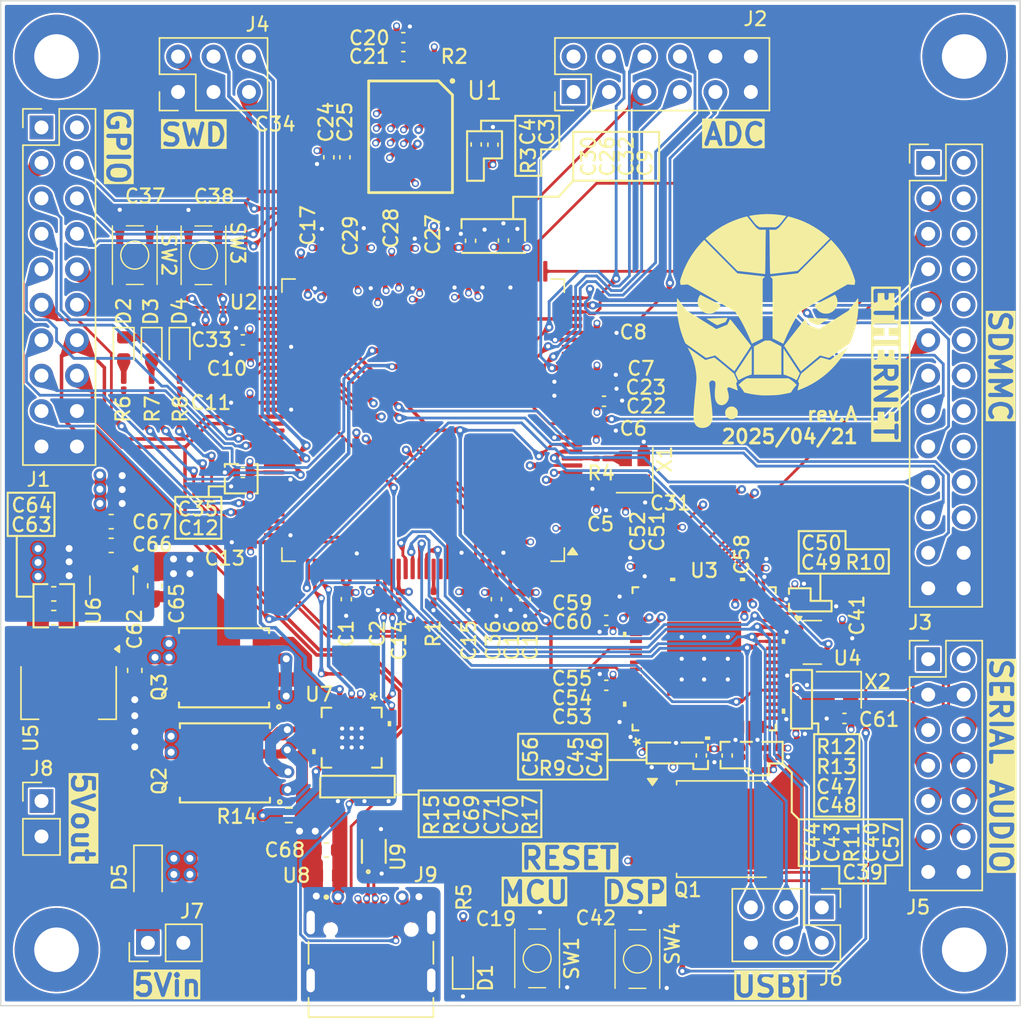
<source format=kicad_pcb>
(kicad_pcb (version 20241229) (generator "pcbnew") (generator_version "9.0")
  (layers (0 "F.Cu" signal) (4 "In1.Cu" signal) (6 "In2.Cu" signal) (8 "In3.Cu" signal) (10 "In4.Cu" signal) (2 "B.Cu" signal) (13 "F.Paste" user) (15 "B.Paste" user) (5 "F.SilkS" user "F.Silkscreen") (7 "B.SilkS" user "B.Silkscreen") (1 "F.Mask" user) (3 "B.Mask" user) (25 "Edge.Cuts" user))
  (net 0 "")
  (net 1 "VBUS")
  (net 2 "GND")
  (net 3 "/USB/CC2")
  (net 4 "/USB/CC1")
  (net 5 "3V3")
  (net 6 "DVDD")
  (net 7 "5V")
  (net 8 "1V8")
  (net 9 "/DSP/DSP_RESET")
  (net 10 "/MCU/NRST")
  (net 11 "MCU_DVDD")
  (net 12 "/MCU/ADC1_IN0")
  (net 13 "/MCU/ADC1_IN3")
  (net 14 "/MCU/ADC1_IN5")
  (net 15 "/MCU/ADC1_IN10")
  (net 16 "/USB/D+")
  (net 17 "/USB/D-")
  (net 18 "/DSP/SDATA_IN1")
  (net 19 "/DSP/SDATA_OUT1")
  (net 20 "/DSP/LRCLK_OUT1")
  (net 21 "/DSP/BCLK_OUT1")
  (net 22 "/DSP/SDATA_IN2")
  (net 23 "/DSP/SDATA_OUT2")
  (net 24 "/DSP/BCLK_OUT2")
  (net 25 "/DSP/LRCLK_OUT2")
  (net 26 "/MCU/ADC1_IN18")
  (net 27 "/MCU/ADC1_IN15")
  (net 28 "/MCU/ADC1_IN13")
  (net 29 "/MCU/ADC1_IN12")
  (net 30 "/MCU/DEBUG_SWDIO")
  (net 31 "/MCU/DEBUG_SWCLK")
  (net 32 "/DSP/USBi_SCLK")
  (net 33 "/DSP/USBi_SS")
  (net 34 "/DSP/USBi_MISO")
  (net 35 "/DSP/USBi_MOSI")
  (net 36 "5V_UCPD")
  (net 37 "Net-(Q2-S1)")
  (net 38 "Net-(Q2-G1)")
  (net 39 "/DSP/MCLK")
  (net 40 "Net-(X1-OUT)")
  (net 41 "/DSP/~{RESET}")
  (net 42 "Net-(X2-OUT)")
  (net 43 "/MCU/I2C2_SDA")
  (net 44 "/DSP/DSP_SDATA_IN0")
  (net 45 "/DSP/DSP_BCLK_OUT0")
  (net 46 "/MCU/UCPD_PWR_EN")
  (net 47 "/MCU/I2C2_SCL")
  (net 48 "/MCU/UCPD_ISENSE")
  (net 49 "/MCU/USB_HS_D-")
  (net 50 "/MCU/USB_HS_D+")
  (net 51 "/MCU/UCPD_CC2")
  (net 52 "/DSP/DSP_LRCLK_OUT0")
  (net 53 "/MCU/UCPD_INT")
  (net 54 "/DSP/DSP_SDATA_OUT0")
  (net 55 "/MCU/UCPD_CC1")
  (net 56 "/DSP/DSP_BCLK_IN0")
  (net 57 "/DSP/DSP_LRCLK_IN0")
  (net 60 "Net-(U3-PLLFILT)")
  (net 61 "Net-(U7-C_BIAS)")
  (net 62 "Net-(Q1-B)")
  (net 63 "Net-(U7-I_SENSE)")
  (net 64 "Net-(Q3-S1)")
  (net 65 "Net-(Q3-G1)")
  (net 66 "Net-(U2-BOOT0)")
  (net 67 "/MCU/OSPI_CS")
  (net 68 "Net-(U1-ECS)")
  (net 69 "Net-(U2-PH0)")
  (net 70 "Net-(U3-SELFBOOT)")
  (net 71 "Net-(U7-V_SENSE)")
  (net 72 "Net-(U7-I2C_ADD)")
  (net 74 "/MCU/OSPI_SIO5")
  (net 75 "/MCU/OSPI_SIO7")
  (net 76 "/MCU/OSPI_SIO2")
  (net 77 "/MCU/OSPI_DQS")
  (net 78 "/MCU/OSPI_SIO1")
  (net 80 "/MCU/OSPI_SIO4")
  (net 81 "/MCU/OSPI_SIO6")
  (net 83 "/MCU/OSPI_SIO0")
  (net 86 "/MCU/OSPI_SCLK")
  (net 87 "/MCU/OSPI_SIO3")
  (net 88 "Net-(D1-A)")
  (net 89 "/MCU/USER_SW1")
  (net 113 "Net-(D2-A)")
  (net 114 "/MCU/LED0")
  (net 115 "/DSP/CLKOUT")
  (net 116 "/MCU/SDMMC2_D1")
  (net 117 "/MCU/ETH_RMII_RXD0")
  (net 118 "Net-(D5-A)")
  (net 119 "/MCU/ETH_RMII_TXD1")
  (net 120 "/MCU/SDMMC2_D5")
  (net 121 "/MCU/ETH_RMII_REF_CLK")
  (net 122 "/MCU/ETH_RMII_TX_EN")
  (net 123 "/MCU/ETH_MDIO")
  (net 124 "/MCU/ETH_RMII_TXD0")
  (net 125 "/MCU/ETH_RMII_INTN")
  (net 126 "/MCU/ETH_RMII_RXD1")
  (net 127 "/MCU/ETH_MII_RX_ER")
  (net 128 "/MCU/ETH_RMII_CRS_DV")
  (net 129 "/MCU/SDMMC2_D2")
  (net 130 "/MCU/ETH_MDC")
  (net 131 "/MCU/SDMMC2_D4")
  (net 132 "/MCU/SDMMC2_D7")
  (net 133 "/MCU/SDMMC2_D3")
  (net 134 "/MCU/SDMMC2_CMD")
  (net 135 "/MCU/SDMMC2_D6")
  (net 136 "/MCU/SDMMC2_CK")
  (net 137 "/MCU/SDMMC2_D0")
  (net 138 "/MCU/USART3_RX")
  (net 139 "/MCU/USART3_CK")
  (net 140 "/MCU/FDCAN2_TX")
  (net 141 "/MCU/USART3_TX")
  (net 142 "/MCU/FDCAN2_RX")
  (net 143 "/MCU/I2S3_WS")
  (net 144 "/MCU/I2S3_SDO")
  (net 145 "/MCU/LPUART1_RTS")
  (net 146 "/MCU/LPUART1_TX")
  (net 147 "/MCU/I2S3_SDI")
  (net 148 "/MCU/I2S3_CK")
  (net 149 "/MCU/PB5")
  (net 150 "/MCU/LPUART1_RX")
  (net 151 "/MCU/LPUART1_CTS")
  (net 158 "/MCU/USER_SW2")
  (net 159 "Net-(C39-Pad1)")
  (net 160 "Net-(D3-A)")
  (net 161 "Net-(D4-A)")
  (net 164 "/MCU/LED1")
  (net 165 "/MCU/LED2")
  (net 168 "/MCU/PO5")
  (net 169 "/MCU/PO1")
  (net 178 "/MCU/SAI1B_DATA_OUT")
  (footprint "Resistor_SMD:R_0201_0603Metric" (layer "F.Cu") (at 139.845 97.4 180)
    (property "Reference" "R4")
    (property "Value" "33R" (hide yes))
  )
  (footprint "Resistor_SMD:R_0201_0603Metric" (layer "F.Cu") (at 107.66 92.145 90)
    (property "Reference" "R7")
    (property "Value" "1k" (hide yes))
  )
  (footprint "My_Parts:SKRPABE010" (layer "F.Cu") (at 135.265 133.215 -90)
    (property "Reference" "SW1")
    (property "Value" "SKRPABE010" (hide yes))
  )
  (footprint "LED_SMD:LED_0603_1608Metric" (layer "F.Cu") (at 109.66 89.5075 -90)
    (property "Reference" "D4")
    (property "Value" "LED" (hide yes))
  )
  (footprint "Capacitor_SMD:C_0201_0603Metric" (layer "F.Cu") (at 149.972597 118.467599 -90)
    (property "Reference" "C43")
    (property "Value" "100nF" (hide yes))
  )
  (footprint "Capacitor_SMD:C_0402_1005Metric" (layer "F.Cu") (at 132.35 107.48 90)
    (property "Reference" "C36")
    (property "Value" "2.2uF" (hide yes))
  )
  (footprint "Capacitor_SMD:C_0201_0603Metric" (layer "F.Cu") (at 121.85 120.9 -90)
    (property "Reference" "C69")
    (property "Value" "560pF" (hide yes))
  )
  (footprint "Capacitor_SMD:C_0402_1005Metric" (layer "F.Cu") (at 125.68 68.6 180)
    (property "Reference" "C21")
    (property "Value" "100nF" (hide yes))
  )
  (footprint "Oscillator:Oscillator_SMD_SeikoEpson_SG210-4Pin_2.5x2.0mm" (layer "F.Cu") (at 156.872597 113.972599 180)
    (property "Reference" "X2")
    (property "Value" "12.288MHz" (hide yes))
  )
  (footprint "Capacitor_SMD:C_0201_0603Metric" (layer "F.Cu") (at 139.845 91.4 180)
    (property "Reference" "C7")
    (property "Value" "100nF" (hide yes))
  )
  (footprint "Package_TO_SOT_SMD:TO-252-2" (layer "F.Cu") (at 148.562599 123.949903)
    (property "Reference" "Q1")
    (property "Value" "STD2805T4" (hide yes))
  )
  (footprint "Capacitor_SMD:C_0603_1608Metric" (layer "F.Cu") (at 100.65 107.1)
    (property "Reference" "C64")
    (property "Value" "4.7uF" (hide yes))
  )
  (footprint "Capacitor_SMD:C_0201_0603Metric" (layer "F.Cu") (at 134.49 129.915 180)
    (property "Reference" "C19")
    (property "Value" "100nF" (hide yes))
  )
  (footprint "Capacitor_SMD:C_0402_1005Metric" (layer "F.Cu") (at 147.022597 118.677599 -90)
    (property "Reference" "C46")
    (property "Value" "10uF" (hide yes))
  )
  (footprint "Capacitor_SMD:C_0402_1005Metric" (layer "F.Cu") (at 121.5 75.82 90)
    (property "Reference" "C25")
    (property "Value" "100nF" (hide yes))
  )
  (footprint "My_Parts:QFN-20L_4.0X4.0X0.75_STM" (layer "F.Cu") (at 121.9831 117.399999 -90)
    (property "Reference" "U7")
    (property "Value" "TCPP03-M20" (hide yes))
  )
  (footprint "Capacitor_SMD:C_0201_0603Metric" (layer "F.Cu") (at 142.622597 104.822599 90)
    (property "Reference" "C52")
    (property "Value" "100nF" (hide yes))
  )
  (footprint "Connector_PinHeader_2.54mm:PinHeader_2x10_P2.54mm_Vertical" (layer "F.Cu") (at 99.77 73.68)
    (property "Reference" "J1")
    (property "Value" "Conn_02x10_Odd_Even" (hide yes))
  )
  (footprint "Capacitor_SMD:C_0201_0603Metric" (layer "F.Cu") (at 154.027597 107.072599)
    (property "Reference" "C50")
    (property "Value" "100nF" (hide yes))
  )
  (footprint "Capacitor_SMD:C_0201_0603Metric" (layer "F.Cu") (at 125.35 107.27 90)
    (property "Reference" "C14")
    (property "Value" "100nF" (hide yes))
  )
  (footprint "Capacitor_SMD:C_0201_0603Metric" (layer "F.Cu") (at 128.85 81.99 -90)
    (property "Reference" "C27")
    (property "Value" "100nF" (hide yes))
  )
  (footprint "Connector_PinHeader_2.54mm:PinHeader_2x13_P2.54mm_Vertical" (layer "F.Cu") (at 163.27 76.22)
    (property "Reference" "J3")
    (property "Value" "Conn_02x13_Odd_Even" (hide yes))
  )
  (footprint "Capacitor_SMD:C_0201_0603Metric" (layer "F.Cu") (at 114.4 103.4)
    (property "Reference" "C13")
    (property "Value" "100nF" (hide yes))
  )
  (footprint "Capacitor_SMD:C_0201_0603Metric" (layer "F.Cu") (at 154.122597 115.522599)
    (property "Reference" "C47")
    (property "Value" "10nF" (hide yes))
  )
  (footprint "My_Parts:SON_DN3LLH5_STM" (layer "F.Cu") (at 112.8445 112.395 180)
    (property "Reference" "Q3")
    (property "Value" "STL40DN3LLH5" (hide yes))
  )
  (footprint "Capacitor_SMD:C_0603_1608Metric" (layer "F.Cu") (at 120.175 125.45 180)
    (property "Reference" "C68")
    (property "Value" "2.2uF/50V" (hide yes))
  )
  (footprint "Capacitor_SMD:C_0402_1005Metric" (layer "F.Cu") (at 130.5 81.8 -90)
    (property "Reference" "C30")
    (property "Value" "4.7uF" (hide yes))
  )
  (footprint "LED_SMD:LED_0603_1608Metric" (layer "F.Cu") (at 129.95 133.91375 90)
    (property "Reference" "D1")
    (property "Value" "LED" (hide yes))
  )
  (footprint "Capacitor_SMD:C_0402_1005Metric" (layer "F.Cu") (at 148.872597 118.677599 -90)
    (property "Reference" "C44")
    (property "Value" "10uF" (hide yes))
  )
  (footprint "Connector_PinHeader_2.54mm:PinHeader_2x07_P2.54mm_Vertical" (layer "F.Cu") (at 163.27 111.78)
    (property "Reference" "J5")
    (property "Value" "Conn_02x07_Odd_Even" (hide yes))
  )
  (footprint "Capacitor_SMD:C_0201_0603Metric" (layer "F.Cu") (at 143.522597 104.817599 90)
    (property "Reference" "C51")
    (property "Value" "10nF" (hide yes))
  )
  (footprint "Capacitor_SMD:C_0402_1005Metric" (layer "F.Cu") (at 114.19 98.4)
    (property "Reference" "C35")
    (property "Value" "2.2uF" (hide yes))
  )
  (footprint "Resistor_SMD:R_0201_0603Metric" (layer "F.Cu") (at 120.1331 120.9 90)
    (property "Reference" "R15")
    (property "Value" "10k" (hide yes))
  )
  (footprint "Capacitor_SMD:C_0402_1005Metric" (layer "F.Cu") (at 130.9 74.9 -90)
    (property "Reference" "C4")
    (property "Value" "100nF" (hide yes))
  )
  (footprint "Resistor_SMD:R_0201_0603Metric" (layer "F.Cu") (at 109.66 92.145 90)
    (property "Reference" "R8")
    (property "Value" "1k" (hide yes))
  )
  (footprint "Capacitor_SMD:C_0201_0603Metric" (layer "F.Cu") (at 140.427597 107.972599 180)
    (property "Reference" "C59")
    (property "Value" "100nF" (hide yes))
  )
  (footprint "Capacitor_SMD:C_0201_0603Metric" (layer "F.Cu") (at 140.427597 115.522599 180)
    (property "Reference" "C53")
    (property "Value" "10nF" (hide yes))
  )
  (footprint "Capacitor_SMD:C_0402_1005Metric" (layer "F.Cu") (at 132.1 74.92 -90)
    (property "Reference" "C3")
    (property "Value" "4.7uF" (hide yes))
  )
  (footprint "Capacitor_SMD:C_0201_0603Metric" (layer "F.Cu") (at 123.65 120.9 -90)
    (property "Reference" "C70")
    (property "Value" "560pF" (hide yes))
  )
  (footprint "Connector_PinHeader_2.54mm:PinHeader_1x02_P2.54mm_Vertical" (layer "F.Cu") (at 107.39 132.1 90)
    (property "Reference" "J7")
    (property "Value" "Conn_01x02" (hide yes))
  )
  (footprint "Capacitor_SMD:C_0201_0603Metric" (layer "F.Cu") (at 139.845 95.4 180)
    (property "Reference" "C6")
    (property "Value" "100nF" (hide yes))
  )
  (footprint "Capacitor_SMD:C_0402_1005Metric" (layer "F.Cu") (at 120.35 75.82 90)
    (property "Reference" "C24")
    (property "Value" "4.7uF" (hide yes))
  )
  (footprint "Package_TO_SOT_SMD:SOT-143" (layer "F.Cu") (at 154.972597 110.572599)
    (property "Reference" "U4")
    (property "Value" "ADM811TARTZ" (hide yes))
  )
  (footprint "Capacitor_SMD:C_0603_1608Metric" (layer "F.Cu") (at 106.4501 112.58 -90)
    (property "Reference" "C62")
    (property "Value" "4.7uF" (hide yes))
  )
  (footprint "Capacitor_SMD:C_0201_0603Metric" (layer "F.Cu") (at 157.13 109.95 -90)
    (property "Reference" "C41")
    (property "Value" "100nF" (hide yes))
  )
  (footprint "My_Parts:BGA24C100P5X5_800X600X120" (layer "F.Cu") (at 126.2 74.35 -90)
    (property "Reference" "U1")
    (property "Value" "MX25UW25645GXDI00" (hide yes))
  )
  (footprint "Capacitor_SMD:C_0201_0603Metric" (layer "F.Cu") (at 131.5 81.99 -90)
    (property "Reference" "C26")
    (property "Value" "100nF" (hide yes))
  )
  (footprint "Capacitor_SMD:C_0201_0603Metric" (layer "F.Cu") (at 125.85 81.99 -90)
    (property "Reference" "C28")
    (property "Value" "100nF" (hide yes))
  )
  (footprint "My_Parts:Gangyuan_UB1611-HGN" (layer "F.Cu") (at 123.36575 131.145)
    (property "Reference" "J9")
    (property "Value" "UB1611-HGN" (hide yes))
  )
  (footprint "My_Parts:SON_DN3LLH5_STM" (layer "F.Cu") (at 112.9071 119.2075 180)
    (property "Reference" "Q2")
    (property "Value" "STL40DN3LLH5" (hide yes))
  )
  (footprint "Capacitor_SMD:C_0201_0603Metric" (layer "F.Cu") (at 114.4 89.9)
    (property "Reference" "C10")
    (property "Value" "100nF" (hide yes))
  )
  (footprint "My_Parts:CP_72_6_ADI" (layer "F.Cu") (at 147.222598 111.750001 90)
    (property "Reference" "U3")
    (property "Value" "ADAU1466WBCPZ300RL" (hide yes))
  )
  (footprint "LED_SMD:LED_0603_1608Metric" (layer "F.Cu") (at 107.66 89.5075 -90)
    (property "Reference" "D3")
    (property "Value" "LED" (hide yes))
  )
  (footprint "Capacitor_SMD:C_0201_0603Metric" (layer "F.Cu") (at 114.305 73.45)
    (property "Reference" "C34")
    (property "Value" "100nF" (hide yes))
  )
  (footprint "Capacitor_SMD:C_0201_0603Metric" (layer "F.Cu") (at 145.972597 118.467599 -90)
    (property "Reference" "C45")
    (property "Value" "100nF" (hide yes))
  )
  (footprint "Capacitor_SMD:C_0603_1608Metric" (layer "F.Cu") (at 107.8874 106.525 90)
    (property "Reference" "C65")
    (property "Value" "1uF" (hide yes))
  )
  (footprint "Capacitor_SMD:C_0201_0603Metric" (layer "F.Cu") (at 114.4 99.4)
    (property "Reference" "C12")
    (property "Value" "100nF" (hide yes))
  )
  (footprint "Capacitor_SMD:C_0201_0603Metric" (layer "F.Cu") (at 122.85 81.99 -90)
    (property "Reference" "C29")
    (property "Value" "100nF" (hide yes))
  )
  (footprint "Connector_PinHeader_2.54mm:PinHeader_2x03_P2.54mm_Vertical" (layer "F.Cu") (at 109.55 71.14 90)
    (property "Reference" "J4")
    (property "Value" "15910060" (hide yes))
  )
  (footprint "My_Parts:SKRPABE010" (layer "F.Cu") (at 111.37 82.84 90)
    (property "Reference" "SW3")
    (property "Value" "SKRPABE010" (hide yes))
  )
  (footprint "Capacitor_SMD:C_0201_0603Metric" (layer "F.Cu") (at 119.85 81.99 -90)
    (property "Reference" "C17")
    (property "Value" "100nF" (hide yes))
  )
  (footprint "Resistor_SMD:R_0201_0603Metric" (layer "F.Cu") (at 129.97 131.21875 -90)
    (property "Reference" "R5")
    (property "Value" "1k" (hide yes))
  )
  (footprint "Capacitor_SMD:C_0603_1608Metric" (layer "F.Cu") (at 100.65 108.8)
    (property "Reference" "C63")
    (property "Value" "4.7uF" (hide yes))
  )
  (footprint "Resistor_SMD:R_0201_0603Metric" (layer "F.Cu") (at 150.822597 118.467599 90)
    (property "Reference" "R11")
    (property "Value" "4.32k" (hide yes))
  )
  (footprint "Resistor_SMD:R_0201_0603Metric" (layer "F.Cu") (at 127.575 68.6)
    (property "Reference" "R2")
    (property "Value" "10k" (hide yes))
  )
  (footprint "Capacitor_SMD:C_0201_0603Metric" (layer "F.Cu") (at 139.845 100.4 180)
    (property "Reference" "C5")
    (property "Value" "100nF" (hide yes))
  )
  (footprint "Resistor_SMD:R_0201_0603Metric" (layer "F.Cu") (at 130.93 76.695 -90)
    (property "Reference" "R3")
    (property "Value" "10k" (hide yes))
  )
  (footprint "Capacitor_SMD:C_0201_0603Metric" (layer "F.Cu") (at 122.8 120.9 -90)
    (property "Reference" "C71")
    (property "Value" "100nF" (hide yes))
  )
  (footprint "Capacitor_SMD:C_0201_0603Metric" (layer "F.Cu") (at 112.12 79.59)
    (property "Reference" "C38")
    (property "Value" "100nF" (hide yes))
  )
  (footprint "Capacitor_SMD:C_0201_0603Metric" (layer "F.Cu") (at 139.845 92.4 180)
    (property "Reference" "C23")
    (property "Value" "100nF" (hide yes))
  )
  (footprint "Capacitor_SMD:C_0402_1005Metric" (layer "F.Cu") (at 140.055 93.3 180)
    (property "Reference" "C22")
    (property "Value" "1uF" (hide yes))
  )
  (footprint "Capacitor_SMD:C_0201_0603Metric" (layer "F.Cu") (at 154.122597 116.422599)
    (property "Reference" "C48")
    (property "Value" "100nF" (hide yes))
  )
  (footprint "Capacitor_SMD:C_0201_0603Metric" (layer "F.Cu") (at 140.427597 114.650001 180)
    (property "Reference" "C54")
    (property "Value" "100nF" (hide yes))
  )
  (footprint "Capacitor_SMD:C_0201_0603Metric" (layer "F.Cu") (at 133.85 81.99 -90)
    (property "Reference" "C9")
    (property "Value" "100nF" (hide yes))
  )
  (footprint "Resistor_SMD:R_0201_0603Metric" (layer "F.Cu") (at 155.625 107.98 180)
    (property "Reference" "R10")
    (property "Value" "10k" (hide yes))
  )
  (footprint "Capacitor_SMD:C_0402_1005Metric" (layer "F.Cu") (at 132.85 81.78 -90)
    (property "Reference" "C32")
    (property "Value" "2.2uF" (hide yes))
  )
  (footprint "Oscillator:Oscillator_SMD_SeikoEpson_SG210-4Pin_2.5x2.0mm" (layer "F.Cu") (at 142.25 98.25 90)
    (property "Reference" "X1")
    (property "Value" "24MHz" (hide yes))
  )
  (footprint "My_Parts:SKRPABE010" (layer "F.Cu") (at 142.445 133.26 90)
    (property "Reference" "SW4")
    (property "Value" "SKRPABE010" (hide yes))
  )
  (footprint "Package_QFP:LQFP-144_20x20mm_P0.5mm" (layer "F.Cu") (at 127.1 94.65 180)
    (property "Reference" "U2")
    (property "Value" "STM32H7S3Z8Tx" (hide yes))
  )
  (footprint "Capacitor_SMD:C_0201_0603Metric" (layer "F.Cu") (at 141.675 129.91)
    (property "Reference" "C42")
    (property "Value" "100nF" (hide yes))
  )
  (footprint "Capacitor_SMD:C_0201_0603Metric" (layer "F.Cu") (at 114.4 93.4)
    (property "Reference" "C11")
    (property "Value" "100nF" (hide yes))
  )
  (footprint "Capacitor_SMD:C_0402_1005Metric" (layer "F.Cu") (at 134.4 107.48 90)
    (property "Reference" "C18")
    (property "Value" "4.7uF" (hide yes))
  )
  (footprint "Capacitor_SMD:C_0402_1005Metric" (layer "F.Cu") (at 140.217597 109.000001 180)
    (property "Reference" "C60")
    (property "Value" "10uF" (hide yes))
  )
  (footprint "Capacitor_SMD:C_0201_0603Metric" (layer "F.Cu") (at 139.845 88.4 180)
    (property "Reference" "C8")
    (property "Value" "100nF" (hide yes))
  )
  (footprint "Resistor_SMD:R_0201_0603Metric" (layer "F.Cu") (at 127.85 107.27 90)
    (property "Reference" "R1")
    (property "Value" "10k" (hide yes))
  )
  (footprint "Capacitor_SMD:C_0201_0603Metric" (layer "F.Cu") (at 141.92 100.55 180)
    (property "Reference" "C31")
    (property "Value" "100nF" (hide yes))
  )
  (footprint "Capacitor_SMD:C_0402_1005Metric" (layer "F.Cu") (at 121.6 107.48 90)
    (property "Reference" "C1")
    (property "Value" "1uF" (hide yes))
  )
  (footprint "LED_SMD:LED_0603_1608Metric" (layer "F.Cu") (at 105.66 89.5075 -90)
    (property "Reference" "D2")
    (property "Value" "LED" (hide yes))
  )
  (footprint "Capacitor_SMD:C_0201_0603Metric" (layer "F.Cu") (at 152.522597 118.467599 -90)
    (property "Reference" "C57")
    (property "Value" "100nF" (hide yes))
  )
  (footprint "Capacitor_SMD:C_0201_0603Metric" (layer "F.Cu") (at 151.145 119.72)
    (property "Reference" "C39")
    (property "Value" "5.6nF" (hide yes))
  )
  (footprint "Connector_PinHeader_2.54mm:PinHeader_1x02_P2.54mm_Vertical" (layer "F.Cu") (at 99.77 121.94)
    (property "Reference" "J8")
    (property "Value" "Conn_01x02" (hide yes))
  )
  (footprint "Capacitor_SMD:C_0201_0603Metric" (layer "F.Cu") (at 130.35 107.27 90)
    (property "Reference" "C15")
    (property "Value" "100nF" (hide yes))
  )
  (footprint "Capacitor_SMD:C_0402_1005Metric" (layer "F.Cu") (at 157.272597 116.022599)
    (property "Reference" "C61")
    (property "Value" "100nF" (hide yes))
  )
  (footprint "Capacitor_SMD:C_0201_0603Metric" (layer "F.Cu") (at 143.472597 118.467599 -90)
    (property "Reference" "C56")
    (property "Value" "100nF" (hide yes))
  )
  (footprint "Package_TO_SOT_SMD:SOT-223-3_TabPin2" (layer "F.Cu") (at 101.7125 114.175 -90)
    (property "Reference" "U5")
    (property "Value" "AP7361EA-33E-13" (hide yes))
  )
  (footprint "Capacitor_SMD:C_0201_0603Metric" (layer "F.Cu") (at 107.195 79.58)
    (property "Reference" "C37")
    (property "Value" "100nF" (hide yes))
  )
  (footprint "Resistor_SMD:R_0201_0603Metric" (layer "F.Cu") (at 124.625 120.905 -90)
    (property "Reference" "R17")
    (property "Value" "10k" (hide yes))
  )
  (footprint "Connector_PinHeader_2.54mm:PinHeader_2x03_P2.54mm_Vertical" (layer "F.Cu") (at 155.65 129.56 -90)
    (property "Reference" "J6")
    (property "Value" "15910060" (hide yes))
  )
  (footprint "My_Parts:QFN6L_ECMF2_STM" (layer "F.Cu") (at 123.57005 125.55 90)
    (property "Reference" "U9")
    (property "Value" "ECMF2-40A100N6" (hide yes))
  )
  (footprint "Capacitor_SMD:C_0201_0603Metric" (layer "F.Cu") (at 154.027597 107.972599)
    (property "Reference" "C49")
    (property "Value" "10nF" (hide yes))
  )
  (footprint "Connector_PinHeader_2.54mm:PinHeader_2x06_P2.54mm_Vertical" (layer "F.Cu") (at 137.87 71.14 90)
    (property "Reference" "J2")
    (property "Value" "Conn_02x06_Odd_Even" (hide yes))
  )
  (footprint "My_Parts:LOGO2" (layer "F.Cu") (at 151.77 87.05)
    (property "Reference" "REF**" (hide yes))
    (property "Value" "LOGO2" (hide yes))
  )
  (footprint "Resistor_SMD:R_0603_1608Metric" (layer "F.Cu") (at 117.485 122.96)
    (property "Reference" "R14")
    (property "Value" "22mR" (hide yes))
  )
  (footprint "Capacitor_SMD:C_0603_1608Metric" (layer "F.Cu") (at 104.7624 103.625)
    (property "Reference" "C66")
    (property "Value" "1uF" (hide yes))
  )
  (footprint "Capacitor_SMD:C_0201_0603Metric" (layer "F.Cu") (at 133.35 107.27 90)
    (property "Reference" "C16")
    (property "Value" "100nF" (hide yes))
  )
  (footprint "Resistor_SMD:R_0201_0603Metric" (layer "F.Cu") (at 105.66 92.145 90)
    (property "Reference" "R6")
    (property "Value" "1k" (hide yes))
  )
  (footprint "Capacitor_SMD:C_0402_1005Metric" (layer "F.Cu") (at 140.217597 113.650001 180)
    (property "Reference" "C55")
    (property "Value" "10uF" (hide yes))
  )
  (footprint "Capacitor_SMD:C_0402_1005Metric" (layer "F.Cu") (at 114.19 88.9)
    (property "Reference" "C33")
    (property "Value" "2.2uF" (hide yes))
  )
  (footprint "Capacitor_SMD:C_0201_0603Metric" (layer "F.Cu") (at 151.672597 118.467599 90)
    (property "Reference" "C40")
    (property "Value" "150pF" (hide yes))
  )
  (footprint "Capacitor_SMD:C_0201_0603Metric" (layer "F.Cu") (at 150.972597 104.922599 90)
    (property "Reference" "C58")
    (property "Value" "100nF" (hide yes))
  )
  (footprint "Resistor_SMD:R_0201_0603Metric" (layer "F.Cu") (at 154.122597 114.622599 180)
    (property "Reference" "R13")
    (property "Value" "33R" (hide yes))
  )
  (footprint "Diode_SMD:D_PowerDI-123" (layer "F.Cu") (at 107.4 127.425 -90)
    (property "Reference" "D5")
    (property "Value" "D_Schottky" (hide yes))
  )
  (footprint "My_Parts:QFN1610_STM" (layer "F.Cu") (at 120.2543 127.275 180)
    (property "Reference" "U8")
    (property "Value" "ESDA25P35-1U1M" (hide yes))
  )
  (footprint "My_Parts:SKRPABE010" (layer "F.Cu") (at 106.45 82.83 90)
    (property "Reference" "SW2")
    (property "Value" "SKRPABE010" (hide yes))
  )
  (footprint "Capacitor_SMD:C_0402_1005Metric" (layer "F.Cu") (at 125.68 67.25 180)
    (property "Reference" "C20")
    (property "Value" "4.7uF" (hide yes))
  )
  (footprint "Resistor_SMD:R_0201_0603Metric" (layer "F.Cu") (at 120.9831 120.9 -90)
    (property "Reference" "R16")
    (property "Value" "2k4" (hide yes))
  )
  (footprint "Resistor_SMD:R_0201_0603Metric" (layer "F.Cu") (at 144.7 118.825 180)
    (property "Reference" "R9")
    (property "Value" "1k" (hide yes))
  )
  (footprint "Package_TO_SOT_SMD:SOT-23" (layer "F.Cu") (at 104.7999 106.475 -90)
    (property "Reference" "U6")
    (property "Value" "AP2127N-1.8TRG1" (hide yes))
  )
  (footprint "Resistor_SMD:R_0201_0603Metric" (layer "F.Cu") (at 154.275 112.922599 180)
    (property "Reference" "R12")
    (property "Value" "100k" (hide yes))
  )
  (footprint "Capacitor_SMD:C_0201_0603Metric" (layer "F.Cu") (at 123.85 107.27 90)
    (property "Reference" "C2")
    (property "Value" "100nF" (hide yes))
  )
  (footprint "Capacitor_SMD:C_0603_1608Metric" (layer "F.Cu") (at 104.7624 101.925)
    (property "Reference" "C67")
    (property "Value" "1uF" (hide yes))
  )
  (gr_line (start 112.65 100.15) (end 109.35 100.15) (stroke (width 0.15)) (layer "F.SilkS"))
  (gr_line (start 149.05 117.7) (end 148.4 117.7) (stroke (width 0.15)) (layer "F.SilkS"))
  (gr_line (start 150.4 119.6) (end 150.4 120.1) (stroke (width 0.15)) (layer "F.SilkS"))
  (gr_line (start 160.2 127.85) (end 160.2 126.55) (stroke (width 0.15)) (layer "F.SilkS"))
  (gr_line (start 130.25 77.5) (end 130.25 73.95) (stroke (width 0.15)) (layer "F.SilkS"))
  (gr_line (start 154.95 112.55) (end 154.95 116.75) (stroke (width 0.15)) (layer "F.SilkS"))
  (gr_line (start 100.7 99.85) (end 97.35 99.85) (stroke (width 0.15)) (layer "F.SilkS"))
  (gr_line (start 160.45 103.9) (end 157.35 103.9) (stroke (width 0.15)) (layer "F.SilkS"))
  (gr_line (start 109.35 100.15) (end 109.35 103.15) (stroke (width 0.15)) (layer "F.SilkS"))
  (gr_line (start 111.75 99.4) (end 112.85 99.4) (stroke (width 0.15)) (layer "F.SilkS"))
  (gr_line (start 135.55 77.15) (end 135.55 75.25) (stroke (width 0.15)) (layer "F.SilkS"))
  (gr_line (start 143.1 119) (end 140.3 119) (stroke (width 0.15)) (layer "F.SilkS"))
  (gr_line (start 146.45 119.65) (end 147.5 119.65) (stroke (width 0.15)) (layer "F.SilkS"))
  (gr_line (start 154.95 116.75) (end 153.45 116.75) (stroke (width 0.15)) (layer "F.SilkS"))
  (gr_line (start 151.85 119.25) (end 152.85 119.25) (stroke (width 0.15)) (layer "F.SilkS"))
  (gr_line (start 133.7 72.85) (end 133.7 77.15) (stroke (width 0.15)) (layer "F.SilkS"))
  (gr_line (start 136.85 72.85) (end 133.7 72.85) (stroke (width 0.15)) (layer "F.SilkS"))
  (gr_line (start 153.45 112.55) (end 154.95 112.55) (stroke (width 0.15)) (layer "F.SilkS"))
  (gr_line (start 119.73 120.28) (end 119.73 121.68) (stroke (width 0.15)) (layer "F.SilkS"))
  (gr_line (start 126.78 124.53) (end 135.565 124.53) (stroke (width 0.15)) (layer "F.SilkS"))
  (gr_line (start 147.5 119.65) (end 147.5 119.05) (stroke (width 0.15)) (layer "F.SilkS"))
  (gr_line (start 133.9 120.4) (end 140.3 120.4) (stroke (width 0.15)) (layer "F.SilkS"))
  (gr_line (start 147.15 117.75) (end 145.6 117.75) (stroke (width 0.15)) (layer "F.SilkS"))
  (gr_line (start 125.065 121.68) (end 125.065 120.13) (stroke (width 0.15)) (layer "F.SilkS"))
  (gr_line (start 115.05 97.8) (end 115.25 97.8) (stroke (width 0.15)) (layer "F.SilkS"))
  (gr_line (start 137.85 74) (end 137.85 77.5) (stroke (width 0.15)) (layer "F.SilkS"))
  (gr_line (start 156.35 108.35) (end 156.35 107.6) (stroke (width 0.15)) (layer "F.SilkS"))
  (gr_line (start 109.35 103.15) (end 112.65 103.15) (stroke (width 0.15)) (layer "F.SilkS"))
  (gr_line (start 148.4 119.6) (end 150.4 119.6) (stroke (width 0.15)) (layer "F.SilkS"))
  (gr_line (start 126.78 121.18) (end 126.78 124.53) (stroke (width 0.15)) (layer "F.SilkS"))
  (gr_line (start 99.2 106.4) (end 99.2 109.5) (stroke (width 0.15)) (layer "F.SilkS"))
  (gr_line (start 152.85 119.25) (end 152.85 117.7) (stroke (width 0.15)) (layer "F.SilkS"))
  (gr_line (start 102.1 106.4) (end 101.1 106.4) (stroke (width 0.15)) (layer "F.SilkS"))
  (gr_line (start 100.7 102.95) (end 100.7 99.85) (stroke (width 0.15)) (layer "F.SilkS"))
  (gr_line (start 151.85 120.1) (end 151.85 119.25) (stroke (width 0.15)) (layer "F.SilkS"))
  (gr_line (start 157.35 102.6) (end 154 102.6) (stroke (width 0.15)) (layer "F.SilkS"))
  (gr_line (start 154 126.6) (end 156.9 126.6) (stroke (width 0.15)) (layer "F.SilkS"))
  (gr_line (start 131.45 75.9) (end 131.45 77.5) (stroke (width 0.15)) (layer "F.SilkS"))
  (gr_line (start 131.45 77.5) (end 130.25 77.5) (stroke (width 0.15)) (layer "F.SilkS"))
  (gr_line (start 134.4 82.67) (end 129.89 82.67) (stroke (width 0.15)) (layer "F.SilkS"))
  (gr_line (start 140.3 120.4) (end 140.3 117.15) (stroke (width 0.15)) (layer "F.SilkS"))
  (gr_line (start 112.9 98) (end 112.9 97.8) (stroke (width 0.15)) (layer "F.SilkS"))
  (gr_line (start 112.9 97.8) (end 113.85 97.8) (stroke (width 0.15)) (layer "F.SilkS"))
  (gr_line (start 157.35 103.9) (end 157.35 102.6) (stroke (width 0.15)) (layer "F.SilkS"))
  (gr_line (start 156.9 126.6) (end 156.9 127.85) (stroke (width 0.15)) (layer "F.SilkS"))
  (gr_line (start 154.85 106.7) (end 153.3 106.7) (stroke (width 0.15)) (layer "F.SilkS"))
  (gr_line (start 154 123.25) (end 154 126.6) (stroke (width 0.15)) (layer "F.SilkS"))
  (gr_line (start 98 102.95) (end 98 107.3) (stroke (width 0.15)) (layer "F.SilkS"))
  (gr_line (start 146.45 119.25) (end 146.45 119.65) (stroke (width 0.15)) (layer "F.SilkS"))
  (gr_line (start 130.25 73.95) (end 132.7 73.95) (stroke (width 0.15)) (layer "F.SilkS"))
  (gr_line (start 115.25 97.8) (end 115.25 99.9) (stroke (width 0.15)) (layer "F.SilkS"))
  (gr_line (start 129.85 80.25) (end 134.4 80.25) (stroke (width 0.15)) (layer "F.SilkS"))
  (gr_line (start 133.55 78.65) (end 133.55 80.2) (stroke (width 0.15)) (layer "F.SilkS"))
  (gr_line (start 155.55 105.7) (end 155.55 107.55) (stroke (width 0.15)) (layer "F.SilkS"))
  (gr_line (start 143.1 119.25) (end 146.45 119.25) (stroke (width 0.15)) (layer "F.SilkS"))
  (gr_line (start 119.73 121.68) (end 125.065 121.68) (stroke (width 0.15)) (layer "F.SilkS"))
  (gr_line (start 115.25 99.9) (end 115.1 99.9) (stroke (width 0.15)) (layer "F.SilkS"))
  (gr_line (start 155.4 117.15) (end 155.4 116.382599) (stroke (width 0.15)) (layer "F.SilkS"))
  (gr_line (start 150.4 120.1) (end 151.85 120.1) (stroke (width 0.15)) (layer "F.SilkS"))
  (gr_line (start 152.85 117.7) (end 151.4 117.7) (stroke (width 0.15)) (layer "F.SilkS"))
  (gr_line (start 98 107.3) (end 99.15 107.3) (stroke (width 0.15)) (layer "F.SilkS"))
  (gr_line (start 135.565 124.53) (end 135.565 121.18) (stroke (width 0.15)) (layer "F.SilkS"))
  (gr_line (start 133.9 117.125) (end 133.9 120.375) (stroke (width 0.15)) (layer "F.SilkS"))
  (gr_line (start 154 105.65) (end 160.45 105.65) (stroke (width 0.15)) (layer "F.SilkS"))
  (gr_line (start 161.4 123.25) (end 154 123.25) (stroke (width 0.15)) (layer "F.SilkS"))
  (gr_line (start 131.25 73.2) (end 131.25 73.9) (stroke (width 0.15)) (layer "F.SilkS"))
  (gr_line (start 153.3 107.8) (end 153.3 108.35) (stroke (width 0.15)) (layer "F.SilkS"))
  (gr_line (start 160.45 105.65) (end 160.45 103.9) (stroke (width 0.15)) (layer "F.SilkS"))
  (gr_line (start 147.5 118.3) (end 147.5 117.9) (stroke (width 0.15)) (layer "F.SilkS"))
  (gr_line (start 143.1 117.75) (end 143.1 119.25) (stroke (width 0.15)) (layer "F.SilkS"))
  (gr_line (start 156.35 107.6) (end 154.85 107.6) (stroke (width 0.15)) (layer "F.SilkS"))
  (gr_line (start 114.35 99.9) (end 112.9 99.9) (stroke (width 0.15)) (layer "F.SilkS"))
  (gr_line (start 133.7 77.15) (end 135.55 77.15) (stroke (width 0.15)) (layer "F.SilkS"))
  (gr_line (start 97.35 99.85) (end 97.35 102.95) (stroke (width 0.15)) (layer "F.SilkS"))
  (gr_line (start 129.85 80.9) (end 129.85 80.25) (stroke (width 0.15)) (layer "F.SilkS"))
  (gr_line (start 143.1 117.75) (end 144.8 117.75) (stroke (width 0.15)) (layer "F.SilkS"))
  (gr_line (start 153.45 116.75) (end 153.45 112.55) (stroke (width 0.15)) (layer "F.SilkS"))
  (gr_line (start 112.65 103.125) (end 112.65 100.175) (stroke (width 0.15)) (layer "F.SilkS"))
  (gr_line (start 148.4 119.6) (end 148.4 119.05) (stroke (width 0.15)) (layer "F.SilkS"))
  (gr_line (start 148.4 117.7) (end 148.4 118.3) (stroke (width 0.15)) (layer "F.SilkS"))
  (gr_line (start 100.25 109.5) (end 99.2 109.5) (stroke (width 0.15)) (layer "F.SilkS"))
  (gr_line (start 158.35 123.05) (end 155.1 123.05) (stroke (width 0.15)) (layer "F.SilkS"))
  (gr_line (start 155.1 117.15) (end 158.35 117.15) (stroke (width 0.15)) (layer "F.SilkS"))
  (gr_line (start 153.3 108.35) (end 156.35 108.35) (stroke (width 0.15)) (layer "F.SilkS"))
  (gr_line (start 160.2 126.55) (end 161.4 126.55) (stroke (width 0.15)) (layer "F.SilkS"))
  (gr_line (start 125.065 120.13) (end 119.88 120.13) (stroke (width 0.15)) (layer "F.SilkS"))
  (gr_line (start 153.3 106.7) (end 153.3 107.1) (stroke (width 0.15)) (layer "F.SilkS"))
  (gr_line (start 161.4 126.55) (end 161.4 123.25) (stroke (width 0.15)) (layer "F.SilkS"))
  (gr_line (start 134.4 80.25) (end 134.4 81.8) (stroke (width 0.15)) (layer "F.SilkS"))
  (gr_line (start 135.55 75.25) (end 136.85 75.25) (stroke (width 0.15)) (layer "F.SilkS"))
  (gr_line (start 102.1 109.5) (end 101.05 109.5) (stroke (width 0.15)) (layer "F.SilkS"))
  (gr_line (start 133.7 73.2) (end 131.25 73.2) (stroke (width 0.15)) (layer "F.SilkS"))
  (gr_line (start 140.3 117.125) (end 133.9 117.125) (stroke (width 0.15)) (layer "F.SilkS"))
  (gr_line (start 135.565 121.18) (end 126.78 121.18) (stroke (width 0.15)) (layer "F.SilkS"))
  (gr_line (start 154 123.25) (end 153.5 122.75) (stroke (width 0.15)) (layer "F.SilkS"))
  (gr_line (start 111.75 100.15) (end 111.75 99.4) (stroke (width 0.15)) (layer "F.SilkS"))
  (gr_line (start 158.35 117.15) (end 158.35 123.05) (stroke (width 0.15)) (layer "F.SilkS"))
  (gr_line (start 155.4 116.382599) (end 155 116.382599) (stroke (width 0.15)) (layer "F.SilkS"))
  (gr_line (start 154.85 107.6) (end 154.85 106.7) (stroke (width 0.15)) (layer "F.SilkS"))
  (gr_line (start 152.85 119.25) (end 153.5 119.9) (stroke (width 0.15)) (layer "F.SilkS"))
  (gr_line (start 137.85 77.5) (end 136.8 78.65) (stroke (width 0.15)) (layer "F.SilkS"))
  (gr_line (start 132.7 75.9) (end 131.45 75.9) (stroke (width 0.15)) (layer "F.SilkS"))
  (gr_line (start 144 77.5) (end 144 74) (stroke (width 0.15)) (layer "F.SilkS"))
  (gr_line (start 153.5 119.9) (end 153.5 122.75) (stroke (width 0.15)) (layer "F.SilkS"))
  (gr_line (start 97.35 102.95) (end 100.7 102.95) (stroke (width 0.15)) (layer "F.SilkS"))
  (gr_line (start 102.1 106.4) (end 102.1 109.5) (stroke (width 0.15)) (layer "F.SilkS"))
  (gr_line (start 150.65 117.7) (end 149.85 117.7) (stroke (width 0.15)) (layer "F.SilkS"))
  (gr_line (start 136.85 75.25) (end 136.85 72.85) (stroke (width 0.15)) (layer "F.SilkS"))
  (gr_line (start 137.85 77.5) (end 144 77.5) (stroke (width 0.15)) (layer "F.SilkS"))
  (gr_line (start 112.9 99.9) (end 112.9 98.85) (stroke (width 0.15)) (layer "F.SilkS"))
  (gr_line (start 155.1 123.05) (end 155.1 117.15) (stroke (width 0.15)) (layer "F.SilkS"))
  (gr_line (start 154 102.6) (end 154 105.65) (stroke (width 0.15)) (layer "F.SilkS"))
  (gr_line (start 144 74) (end 137.85 74) (stroke (width 0.15)) (layer "F.SilkS"))
  (gr_line (start 136.8 78.65) (end 133.55 78.65) (stroke (width 0.15)) (layer "F.SilkS"))
  (gr_line (start 99.2 106.4) (end 100.2 106.4) (stroke (width 0.15)) (layer "F.SilkS"))
  (gr_line (start 125.07 121.48) (end 126.77 121.48) (stroke (width 0.15)) (layer "F.SilkS"))
  (gr_line (start 156.9 127.85) (end 160.2 127.85) (stroke (width 0.15)) (layer "F.SilkS"))
  (gr_line (start 132.75 73.95) (end 132.75 75.9) (stroke (width 0.15)) (layer "F.SilkS"))
  (gr_rect (start 96.85 64.6) (end 169.85 136.6) (stroke (width 0.1)) (fill no) (layer "Edge.Cuts"))
  (gr_text "SWD" (at 108.16 75.1 0) (layer "F.SilkS" knockout) (effects (font (size 1.5 1.5) (thickness 0.3) (bold yes)) (justify left bottom)))
  (gr_text "DSP" (at 139.87 129.37 0) (layer "F.SilkS" knockout) (effects (font (size 1.5 1.5) (thickness 0.3) (bold yes)) (justify left bottom)))
  (gr_text "SERIAL AUDIO" (at 167.58 111.58 270) (layer "F.SilkS" knockout) (effects (font (size 1.5 1.5) (thickness 0.3) (bold yes)) (justify left bottom)))
  (gr_text "5Vin" (at 106.2 136.03 0) (layer "F.SilkS" knockout) (effects (font (size 1.5 1.5) (thickness 0.3) (bold yes)) (justify left bottom)))
  (gr_text "rev.A" (at 154.48 94.82 0) (layer "F.SilkS") (effects (font (size 1 1) (thickness 0.2) (bold yes)) (justify left bottom)))
  (gr_text "MCU" (at 132.48 129.37 0) (layer "F.SilkS" knockout) (effects (font (size 1.5 1.5) (thickness 0.3) (bold yes)) (justify left bottom)))
  (gr_text "5Vout" (at 101.83 119.77 270) (layer "F.SilkS" knockout) (effects (font (size 1.5 1.5) (thickness 0.3) (bold yes)) (justify left bottom)))
  (gr_text "RESET" (at 133.94 126.93 0) (layer "F.SilkS" knockout) (effects (font (size 1.5 1.5) (thickness 0.3) (bold yes)) (justify left bottom)))
  (gr_text "ETHERNET" (at 159.3 84.84 270) (layer "F.SilkS" knockout) (effects (font (size 1.5 1.5) (thickness 0.3) (bold yes)) (justify left bottom)))
  (gr_text "USBi" (at 149.14 136.08 0) (layer "F.SilkS" knockout) (effects (font (size 1.5 1.5) (thickness 0.3) (bold yes)) (justify left bottom)))
  (gr_text "ADC" (at 147.05 75.06 0) (layer "F.SilkS" knockout) (effects (font (size 1.5 1.5) (thickness 0.3) (bold yes)) (justify left bottom)))
  (gr_text "2025/04/21" (at 148.367143 96.42 0) (layer "F.SilkS") (effects (font (size 1 1) (thickness 0.2) (bold yes)) (justify left bottom)))
  (gr_text "GPIO" (at 104.36 72.23 270) (layer "F.SilkS" knockout) (effects (font (size 1.5 1.5) (thickness 0.3) (bold yes)) (justify left bottom)))
  (gr_text "SDMMC" (at 167.51 86.65 270) (layer "F.SilkS" knockout) (effects (font (size 1.5 1.5) (thickness 0.3) (bold yes)) (justify left bottom)))
  (via (at 100.85 132.6) (size 6) (drill 3.2) (layers "F.Cu" "B.Cu") (net 0))
  (via (at 100.85 68.6) (size 6) (drill 3.2) (layers "F.Cu" "B.Cu") (net 0))
  (via (at 165.85 68.6) (size 6) (drill 3.2) (layers "F.Cu" "B.Cu") (net 0))
  (via (at 165.85 132.6) (size 6) (drill 3.2) (layers "F.Cu" "B.Cu") (net 0))
  (segment (start 120.96575 130.08) (end 120.96575 128.83425) (width 0.6) (layer "F.Cu") (net 1))
  (segment (start 125.76575 130.08) (end 125.76575 128.96575) (width 0.6) (layer "F.Cu") (net 1))
  (via (at 125.6 128.8) (size 0.9) (drill 0.5) (layers "F.Cu" "B.Cu") (net 1))
  (via (at 121 128.8) (size 0.9) (drill 0.5) (layers "F.Cu" "B.Cu") (net 1))
  (segment (start 122.85 81.67) (end 122.85 80.9) (width 0.4) (layer "F.Cu") (net 2))
  (segment (start 122.35 105.3125) (end 122.35 104.2) (width 0.25) (layer "F.Cu") (net 2))
  (segment (start 152.522597 118.787599) (end 153.227599 118.787599) (width 0.4) (layer "F.Cu") (net 2))
  (segment (start 114 99.4) (end 114 99.38) (width 0.25) (layer "F.Cu") (net 2))
  (segment (start 140.165 95.4) (end 140.9 95.4) (width 0.4) (layer "F.Cu") (net 2))
  (segment (start 120.16575 130.03) (end 120.16575 129.51575) (width 0.6) (layer "F.Cu") (net 2))
  (segment (start 127.85 108.26) (end 127.85 107.59) (width 0.4) (layer "F.Cu") (net 2))
  (segment (start 150.972598 117.483875) (end 151.044304 117.555581) (width 0.2) (layer "F.Cu") (net 2))
  (segment (start 125.35 107.59) (end 125.35 108.25) (width 0.4) (layer "F.Cu") (net 2))
  (segment (start 124.2 76.35) (end 121.55 76.35) (width 0.25) (layer "F.Cu") (net 2))
  (segment (start 126.16 67.25) (end 126.16 66.46) (width 0.4) (layer "F.Cu") (net 2))
  (segment (start 154.442597 117.127403) (end 154.44 117.13) (width 0.4) (layer "F.Cu") (net 2))
  (segment (start 126.2 68.64) (end 126.2 67.29) (width 0.4) (layer "F.Cu") (net 2))
  (segment (start 130.35 108.25) (end 130.35 107.59) (width 0.4) (layer "F.Cu") (net 2))
  (segment (start 133.85 81.67) (end 133.85 80.95) (width 0.4) (layer "F.Cu") (net 2))
  (segment (start 125.35 108.25) (end 125.36 108.26) (width 0.4) (layer "F.Cu") (net 2))
  (segment (start 105.375 84.905) (end 105.375 80.755) (width 0.5) (layer "F.Cu") (net 2))
  (segment (start 141.380002 107.500002) (end 141.17 107.29) (width 0.2) (layer "F.Cu") (net 2))
  (segment (start 149.472599 116.627403) (end 149.472599 117.557401) (width 0.2) (layer "F.Cu") (net 2))
  (segment (start 109.66 88.72) (end 107.66 88.72) (width 0.5) (layer "F.Cu") (net 2))
  (segment (start 154.347597 107.072599) (end 154.347597 106.392403) (width 0.4) (layer "F.Cu") (net 2))
  (segment (start 146.342597 119.157599) (end 145.972597 118.787599) (width 0.4) (layer "F.Cu") (net 2))
  (segment (start 151.472597 106.872599) (end 151.472597 105.947403) (width 0.2) (layer "F.Cu") (net 2))
  (segment (start 157.13 110.27) (end 157.82 110.27) (width 0.4) (layer "F.Cu") (net 2))
  (segment (start 154.595 113.625) (end 154.6 113.63) (width 0.2) (layer "F.Cu") (net 2))
  (segment (start 129.85 105.3125) (end 129.85 104.15) (width 0.25) (layer "F.Cu") (net 2))
  (segment (start 147.962401 119.157599) (end 147.96 119.16) (width 0.4) (layer "F.Cu") (net 2))
  (segment (start 154.442597 116.422599) (end 154.442597 117.127403) (width 0.4) (layer "F.Cu") (net 2))
  (segment (start 126.2 68.64) (end 126.16 68.6) (width 0.25) (layer "F.Cu") (net 2))
  (segment (start 153.227599 118.787599) (end 153.23 118.79) (width 0.2) (layer "F.Cu") (net 2))
  (segment (start 142.345196 107.500002) (end 141.380002 107.500002) (width 0.2) (layer "F.Cu") (net 2))
  (segment (start 145.472599 117.517401) (end 145.21 117.78) (width 0.2) (layer "F.Cu") (net 2))
  (segment (start 123.85 107.59) (end 123.85 108.25) (width 0.4) (layer "F.Cu") (net 2))
  (segment (start 153.127401 109.822599) (end 153.125 109.825) (width 0.4) (layer "F.Cu") (net 2))
  (segment (start 134.4 108.67) (end 134.4 107.96) (width 0.4) (layer "F.Cu") (net 2))
  (segment (start 137.7625 95.9) (end 136.5 95.9) (width 0.25) (layer "F.Cu") (net 2))
  (segment (start 156.007401 116.022599) (end 156 116.03) (width 0.2) (layer "F.Cu") (net 2))
  (segment (start 140.165 92.4) (end 140.95 92.4) (width 0.4) (layer "F.Cu") (net 2))
  (segment (start 139.737597 114.280001) (end 140.107597 114.650001) (width 0.4) (layer "F.Cu") (net 2))
  (segment (start 137.7625 88.9) (end 136.55 88.9) (width 0.25) (layer "F.Cu") (net 2))
  (segment (start 154.347597 106.392403) (end 154.37 106.37) (width 0.4) (layer "F.Cu") (net 2))
  (segment (start 153.03 116) (end 153.11 116.08) (width 0.2) (layer "F.Cu") (net 2))
  (segment (start 109.66 88.72) (end 109.73 88.72) (width 0.5) (layer "F.Cu") (net 2))
  (segment (start 120.16575 129.46575) (end 119.45 128.75) (width 0.6) (layer "F.Cu") (net 2))
  (segment (start 116.4375 98.9) (end 117.6 98.9) (width 0.25) (layer "F.Cu") (net 2))
  (segment (start 143.52 135.335) (end 143.52 131.185) (width 0.5) (layer "F.Cu") (net 2))
  (segment (start 110.295 84.915) (end 110.295 80.765) (width 0.5) (layer "F.Cu") (net 2))
  (segment (start 151.677401 104.602599) (end 151.68 104.6) (width 0.2) (layer "F.Cu") (net 2))
  (segment (start 111.8 79.59) (end 110.295 79.59) (width 0.4) (layer "F.Cu") (net 2))
  (segment (start 132.85 105.3125) (end 132.85 104.15) (width 0.25) (layer "F.Cu") (net 2))
  (segment (start 127.84 108.27) (end 127.85 108.26) (width 0.4) (layer "F.Cu") (net 2))
  (segment (start 112.09 72.26) (end 113.28 73.45) (width 0.4) (layer "F.Cu") (net 2))
  (segment (start 121.483101 119.266899) (end 121.483101 118.283102) (width 0.2) (layer "F.Cu") (net 2))
  (segment (start 151.472597 105.947403) (end 151.54 105.88) (width 0.2) (layer "F.Cu") (net 2))
  (segment (start 142.9 97.4) (end 142.9 96.2) (width 0.4) (layer "F.Cu") (net 2))
  (segment (start 109.73 88.72) (end 110.67 87.78) (width 0.5) (layer "F.Cu") (net 2))
  (segment (start 142.345196 116) (end 141.45 116) (width 0.2) (layer "F.Cu") (net 2))
  (segment (start 105.375 79.58) (end 105.375 80.755) (width 0.4) (layer "F.Cu") (net 2))
  (segment (start 134.41 108.68) (end 134.4 108.67) (width 0.4) (layer "F.Cu") (net 2))
  (segment (start 154.6 113.63) (end 154.93 113.63) (width 0.4) (layer "F.Cu") (net 2))
  (segment (start 153.079998 107.500002) (end 153.1 107.48) (width 0.2) (layer "F.Cu") (net 2))
  (segment (start 153.972597 109.822599) (end 153.127401 109.822599) (width 0.4) (layer "F.Cu") (net 2))
  (segment (start 143.472597 119.517403) (end 143.47 119.52) (width 0.2) (layer "F.Cu") (net 2))
  (segment (start 147.022597 119.157599) (end 146.342597 119.157599) (width 0.4) (layer "F.Cu") (net 2))
  (segment (start 129.82 81.32) (end 129.8 81.3) (width 0.4) (layer "F.Cu") (net 2))
  (segment (start 149.472599 117.557401) (end 149.47 117.56) (width 0.2) (layer "F.Cu") (net 2))
  (segment (start 120.9831 121.219999) (end 120.9831 121.9331) (width 0.4) (layer "F.Cu") (net 2))
  (segment (start 121.85 121.22) (end 120.9831 121.22) (width 0.4) (layer "F.Cu") (net 2))
  (segment (start 113.71 98.4) (end 112.9 98.4) (width 0.4) (layer "F.Cu") (net 2))
  (segment (start 136.34 135.29) (end 137.415 135.29) (width 0.5) (layer "F.Cu") (net 2))
  (segment (start 140.165 91.4) (end 140.9 91.4) (width 0.4) (layer "F.Cu") (net 2))
  (segment (start 127.678 73.872) (end 130.352 73.872) (width 0.25) (layer "F.Cu") (net 2))
  (segment (start 126.35 83.9875) (end 126.35 85.2) (width 0.25) (layer "F.Cu") (net 2))
  (segment (start 156.67 107.98) (end 156.68 107.99) (width 0.2) (layer "F.Cu") (net 2))
  (segment (start 129.95 134.70125) (end 129.95 135.93875) (width 0.25) (layer "F.Cu") (net 2))
  (segment (start 142.627597 104.497599) (end 142.622597 104.502599) (width 0.2) (layer "F.Cu") (net 2))
  (segment (start 140.165 88.4) (end 140.95 88.4) (width 0.4) (layer "F.Cu") (net 2))
  (segment (start 114.08 89.9) (end 113.35 89.9) (width 0.4) (layer "F.Cu") (net 2))
  (segment (start 113.71 88.06) (end 113.7 88.05) (width 0.25) (layer "F.Cu") (net 2))
  (segment (start 129.35 83.9875) (end 129.35 85.15) (width 0.25) (layer "F.Cu") (net 2))
  (segment (start 107.66 88.72) (end 105.66 88.72) (width 0.5) (layer "F.Cu") (net 2))
  (segment (start 102.345 96.575) (end 102.31 96.54) (width 0.25) (layer "F.Cu") (net 2))
  (segment (start 122.8 121.22) (end 123.65 121.22) (width 0.4) (layer "F.Cu") (net 2))
  (segment (start 131.35 83.9875) (end 131.35 85.15) (width 0.25) (layer "F.Cu") (net 2))
  (segment (start 142.972599 105.842599) (end 142.97 105.84) (width 0.2) (layer "F.Cu") (net 2))
  (segment (start 140.165 100.4) (end 140.165 101.065) (width 0.4) (layer "F.Cu") (net 2))
  (segment (start 126.56575 129.03425) (end 126.8 128.8) (width 0.6) (layer "F.Cu") (net 2))
  (segment (start 123.9701 126.9801) (end 124.13 127.14) (width 0.2111) (layer "F.Cu") (net 2))
  (segment (start 132.85 81.3) (end 132.85 80.55) (width 0.4) (layer "F.Cu") (net 2))
  (segment (start 126.16 66.46) (end 126.15 66.45) (width 0.25) (layer "F.Cu") (net 2))
  (segment (start 130.5 81.32) (end 129.82 81.32) (width 0.4) (layer "F.Cu") (net 2))
  (segment (start 157.82 110.27) (end 157.83 110.28) (width 0.2) (layer "F.Cu") (net 2))
  (segment (start 141.95 117.35) (end 141.95 117.3) (width 0.2) (layer "F.Cu") (net 2))
  (segment (start 141.930368 104.502599) (end 141.919888 104.513079) (width 0.2) (layer "F.Cu") (net 2))
  (segment (start 156.792597 116.022599) (end 156.007401 116.022599) (width 0.4) (layer "F.Cu") (net 2))
  (segment (start 123.9701 125.0039) (end 123.9701 124.0599) (width 0.2) (layer "F.Cu") (net 2))
  (segment (start 110.295 79.59) (end 110.295 80.765) (width 0.4) (layer "F.Cu") (net 2))
  (segment (start 113.28 73.45) (end 113.985 73.45) (width 0.4) (layer "F.Cu") (net 2))
  (segment (start 124.13 127.14) (end 124.04 127.14) (width 0.2) (layer "F.Cu") (net 2))
  (segment (start 140.535 93.3) (end 141.3 93.3) (width 0.4) (layer "F.Cu") (net 2))
  (segment (start 132.1 74.44) (end 132.1 73.65) (width 0.4) (layer "F.Cu") (net 2))
  (segment (start 149.602597 119.157599) (end 149.972597 118.787599) (width 0.4) (layer "F.Cu") (net 2))
  (segment (start 127.2 74.35) (end 127.678 73.872) (width 0.25) (layer "F.Cu") (net 2))
  (segment (start 141.3 93.3) (end 141.35 93.25) (width 0.25) (layer "F.Cu") (net 2))
  (segment (start 140.107597 107.972599) (end 140.097401 107.972599) (width 0.2) (layer "F.Cu") (net 2))
  (segment (start 139.737597 113.650001) (end 139.737597 114.280001) (width 0.4) (layer "F.Cu") (net 2))
  (segment (start 116.4375 89.4) (end 117.65 89.4) (width 0.25) (layer "F.Cu") (net 2))
  (segment (start 114.08 99.4) (end 113.35 99.4) (width 0.4) (layer "F.Cu") (net 2))
  (segment (start 140.107597 115.522599) (end 140.107597 114.650001) (width 0.4) (layer "F.Cu") (net 2))
  (segment (start 124.625 121.225) (end 124.625 121.95) (width 0.4) (layer "F.Cu") (net 2))
  (segment (start 137.7625 91.9) (end 136.5 91.9) (width 0.25) (layer "F.Cu") (net 2))
  (segment (start 130.9 74.42) (end 132.08 74.42) (width 0.4) (layer "F.Cu") (net 2))
  (segment (start 114.08 93.4) (end 113.35 93.4) (width 0.4) (layer "F.Cu") (net 2))
  (segment (start 154.442597 115.522599) (end 154.442597 116.422599) (width 0.4) (layer "F.Cu") (net 2))
  (segment (start 139.737597 112.852403) (end 139.75 112.84) (width 0.4) (layer "F.Cu") (net 2))
  (segment (start 154.93 113.63) (end 155.237401 113.322599) (width 0.4) (layer "F.Cu") (net 2))
  (segment (start 114.08 103.4) (end 113.4 103.4) (width 0.4) (layer "F.Cu") (net 2))
  (segment (start 121.5 76.3) (end 120.35 76.3) (width 0.4) (layer "F.Cu") (net 2))
  (segment (start 123.85 108.25) (end 123.86 108.26) (width 0.4) (layer "F.Cu") (net 2))
  (segment (start 130.352 73.872) (end 130.9 74.42) (width 0.25) (layer "F.Cu") (net 2))
  (segment (start 123.35 83.9875) (end 123.35 85.2) (width 0.25) (layer "F.Cu") (net 2))
  (segment (start 126.2 72.35) (end 126.2 68.64) (width 0.25) (layer "F.Cu") (net 2))
  (segment (start 143.522597 104.497599) (end 142.627597 104.497599) (width 0.4) (layer "F.Cu") (net 2))
  (segment (start 114.08 99.4) (end 114 99.4) (width 0.25) (layer "F.Cu") (net 2))
  (segment (start 152.1 113.000001) (end 153.119999 113.000001) (width 0.2) (layer "F.Cu") (net 2))
  (segment (start 152.1 107.500002) (end 153.079998 107.500002) (width 0.2) (layer "F.Cu") (net 2))
  (segment (start 143.52 135.335) (end 144.545 135.335) (width 0.5) (layer "F.Cu") (net 2))
  (segment (start 153.119999 113.000001) (end 153.17 112.95) (width 0.2) (layer "F.Cu") (net 2))
  (segment (start 154.595 113.625) (end 154.59 113.63) (width 0.2) (layer "F.Cu") (net 2))
  (segment (start 142.622597 104.502599) (end 141.930368 104.502599) (width 0.4) (layer "F.Cu") (net 2))
  (segment (start 119.35 83.9875) (end 119.35 85.2) (width 0.25) (layer "F.Cu") (net 2))
  (segment (start 122.8 121.22) (end 122.8 121.851) (width 0.4) (layer "F.Cu") (net 2))
  (segment (start 142.622597 116.627403) (end 142.972599 116.627403) (width 0.2) (layer "F.Cu") (net 2))
  (segment (start 126.48 81.67) (end 126.5 81.65) (width 0.4) (layer "F.Cu") (net 2))
  (segment (start 154.595 112.922599) (end 154.595 113.625) (width 0.4) (layer "F.Cu") (net 2))
  (segment (start 140.165 101.065) (end 140.2 101.1) (width 0.25) (layer "F.Cu") (net 2))
  (segment (start 123.9701 124.0599) (end 124.08 123.95) (width 0.2) (layer "F.Cu") (net 2))
  (segment (start 113.71 88.9) (end 113.71 88.06) (width 0.4) (layer "F.Cu") (net 2))
  (segment (start 132.08 74.42) (end 132.1 74.44) (width 0.25) (layer "F.Cu") (net 2))
  (segment (start 155.237401 113.322599) (end 156.022597 113.322599) (width 0.4) (layer "F.Cu") (net 2))
  (segment (start 121.483101 118.283102) (end 121.3 118.100001) (width 0.2) (layer "F.Cu") (net 2))
  (segment (start 142.24 100.55) (end 143 100.55) (width 0.4) (layer "F.Cu") (net 2))
  (segment (start 133.35 107.59) (end 133.35 108.24) (width 0.4) (layer "F.Cu") (net 2))
  (segment (start 145.472599 116.627403) (end 145.472599 117.517401) (width 0.2) (layer "F.Cu") (net 2))
  (segment (start 135.465 129.905) (end 134.82 129.905) (width 0.25) (layer "F.Cu") (net 2))
  (segment (start 138.9 99.9) (end 139.225 99.575) (width 0.2) (layer "F.Cu") (net 2))
  (segment (start 155.715196 113.63) (end 156.022597 113.322599) (width 0.2) (layer "F.Cu") (net 2))
  (segment (start 150.972597 104.602599) (end 151.677401 104.602599) (width 0.4) (layer "F.Cu") (net 2))
  (segment (start 116.4375 93.9) (end 117.65 93.9) (width 0.25) (layer "F.Cu") (net 2))
  (segment (start 131.5 81.67) (end 131.5 81) (width 0.4) (layer "F.Cu") (net 2))
  (segment (start 142.972599 106.872599) (end 142.972599 105.842599) (width 0.2) (layer "F.Cu") (net 2))
  (segment (start 143.472597 118.787599) (end 143.472597 119.517403) (width 0.4) (layer "F.Cu") (net 2))
  (segment (start 133.35 83.9875) (end 133.35 85.15) (width 0.25) (layer "F.Cu") (net 2))
  (segment (start 139.737597 108.332403) (end 139.737597 109.000001) (width 0.4) (layer "F.Cu") (net 2))
  (segment (start 154.347597 107.972599) (end 154.347597 107.072599) (width 0.4) (layer "F.Cu") (net 2))
  (segment (start 132.35 107.96) (end 132.35 108.68) (width 0.4) (layer "F.Cu") (net 2))
  (segment (start 139.737597 109.000001) (end 139.737597 109.817597) (width 0.4) (layer "F.Cu") (net 2))
  (segment (start 119.85 81.67) (end 119.85 80.95) (width 0.4) (layer "F.Cu") (net 2))
  (segment (start 137.7625 92.9) (end 136.5 92.9) (width 0.25) (layer "F.Cu") (net 2))
  (segment (start 128.85 81.67) (end 128.85 80.95) (width 0.4) (layer "F.Cu") (net 2))
  (segment (start 126.56575 130.08) (end 126.56575 129.03425) (width 0.6) (layer "F.Cu") (net 2))
  (segment (start 137.7625 99.9) (end 138.9 99.9) (width 0.2) (layer "F.Cu") (net 2))
  (segment (start 136.34 135.29) (end 136.34 131.14) (width 0.5) (layer "F.Cu") (net 2))
  (segment (start 120.9831 121.9331) (end 121 121.95) (width 0.4) (layer "F.Cu") (net 2))
  (segment (start 121.6 108.66) (end 121.59 108.67) (width 0.4) (layer "F.Cu") (net 2))
  (segment (start 130.36 108.26) (end 130.35 108.25) (width 0.4) (layer "F.Cu") (net 2))
  (segment (start 148.872597 119.157599) (end 147.962401 119.157599) (width 0.4) (layer "F.Cu") (net 2))
  (segment (start 147.022597 119.157599) (end 147.957599 119.157599) (width 0.4) (layer "F.Cu") (net 2))
  (segment (start 123.9701 126.0961) (end 123.9701 126.9801) (width 0.2111) (layer "F.Cu") (net 2))
  (segment (start 141.45 116) (end 141.17 116.28) (width 0.2) (layer "F.Cu") (net 2))
  (segment (start 133.35 108.24) (end 133.36 108.25) (width 0.4) (layer "F.Cu") (net 2))
  (segment (start 147.957599 119.157599) (end 147.96 119.16) (width 0.4) (layer "F.Cu") (net 2))
  (segment (start 139.737597 113.650001) (end 139.737597 112.852403) (width 0.4) (layer "F.Cu") (net 2))
  (segment (start 139.737597 109.817597) (end 139.74 109.82) (width 0.4) (layer "F.Cu") (net 2))
  (segment (start 116.4375 102.9) (end 117.6 102.9) (width 0.25) (layer "F.Cu") (net 2))
  (segment (start 120.35 76.3) (end 119.5 76.3) (width 0.4) (layer "F.Cu") (net 2))
  (segment (start 152.1 116) (end 153.03 116) (width 0.2) (layer "F.Cu") (net 2))
  (segment (start 106.875 79.58) (end 105.375 79.58) (width 0.4) (layer "F.Cu") (net 2))
  (segment (start 150.972598 116.627403) (end 150.972598 117.483875) (width 0.2) (layer "F.Cu") (net 2))
  (segment (start 148.872597 119.157599) (end 149.602597 119.157599) (width 0.4) (layer "F.Cu") (net 2))
  (segment (start 125.85 81.67) (end 126.48 81.67) (width 0.4) (layer "F.Cu") (net 2))
  (segment (start 126.2 67.29) (end 126.16 67.25) (width 0.25) (layer "F.Cu") (net 2))
  (segment (start 142.65 129.9) (end 142.005 129.9) (width 0.25) (layer "F.Cu") (net 2))
  (segment (start 122.8 121.851) (end 122.899 121.95) (width 0.4) (layer "F.Cu") (net 2))
  (segment (start 140.097401 107.972599) (end 139.737597 108.332403) (width 0.4) (layer "F.Cu") (net 2))
  (segment (start 121.6 107.96) (end 121.6 108.66) (width 0.4) (layer "F.Cu") (net 2))
  (segment (start 141.95 117.3) (end 142.622597 116.627403) (width 0.2) (layer "F.Cu") (net 2))
  (segment (start 112.09 72.26) (end 112.09 71.14) (width 0.4) (layer "F.Cu") (net 2))
  (segment (start 155.945 107.98) (end 156.67 107.98) (width 0.4) (layer "F.Cu") (net 2))
  (segment (start 121.55 76.35) (end 121.5 76.3) (width 0.25) (layer "F.Cu") (net 2))
  (via (at 132.1 73.65) (size 0.5) (drill 0.3) (layers "F.Cu" "B.Cu") (net 2))
  (via (at 124.08 123.95) (size 0.5) (drill 0.3) (layers "F.Cu" "B.Cu") (net 2))
  (via (at 141.35 93.25) (size 0.5) (drill 0.3) (layers "F.Cu" "B.Cu") (net 2))
  (via (at 105.375 79.58) (size 0.6) (drill 0.3) (layers "F.Cu" "B.Cu") (net 2))
  (via (at 141.919888 104.513079) (size 0.5) (drill 0.3) (layers "F.Cu" "B.Cu") (net 2))
  (via (at 139.74 109.82) (size 0.5) (drill 0.3) (layers "F.Cu" "B.Cu") (net 2))
  (via (at 149.47 117.56) (size 0.5) (drill 0.3) (layers "F.Cu" "B.Cu") (net 2))
  (via (at 139.225 99.575) (size 0.6) (drill 0.3) (layers "F.Cu" "B.Cu") (net 2))
  (via (at 117.65 89.4) (size 0.5) (drill 0.3) (layers "F.Cu" "B.Cu") (net 2))
  (via (at 109.225 105.65) (size 0.9) (drill 0.5) (layers "F.Cu" "B.Cu") (net 2))
  (via (at 154.59 113.63) (size 0.5) (drill 0.3) (layers "F.Cu" "B.Cu") (net 2))
  (via (at 105.55 100.625) (size 0.9) (drill 0.5) (layers "F.Cu" "B.Cu") (net 2))
  (via (at 117.6 98.9) (size 0.5) (drill 0.3) (layers "F.Cu" "B.Cu") (net 2))
  (via (at 106.4501 118.055) (size 0.9) (drill 0.5) (layers "F.Cu" "B.Cu") (net 2))
  (via (at 130.36 108.26) (size 0.5) (drill 0.3) (layers "F.Cu" "B.Cu") (net 2))
  (via (at 110.295 79.59) (size 0.6) (drill 0.3) (layers "F.Cu" "B.Cu") (net 2))
  (via (at 105.55 98.625) (size 0.9) (drill 0.5) (layers "F.Cu" "B.Cu") (net 2))
  (via (at 151.044304 117.555581) (size 0.5) (drill 0.3) (layers "F.Cu" "B.Cu") (net 2))
  (via (at 156 116.03) (size 0.5) (drill 0.3) (layers "F.Cu" "B.Cu") (net 2))
  (via (at 151.54 105.88) (size 0.5) (drill 0.3) (layers "F.Cu" "B.Cu") (net 2))
  (via (at 121.9831 116.75) (size 0.6) (drill 0.3) (layers "F.Cu" "B.Cu") (net 2))
  (via (at 140.2 101.1) (size 0.5) (drill 0.3) (layers "F.Cu" "B.Cu") (net 2))
  (via (at 124.625 121.95) (size 0.6) (drill 0.3) (layers "F.Cu" "B.Cu") (net 2))
  (via (at 125.36 108.26) (size 0.5) (drill 0.3) (layers "F.Cu" "B.Cu") (net 2))
  (via (at 113.4 103.4) (size 0.5) (drill 0.3) (layers "F.Cu" "B.Cu") (net 2))
  (via (at 154.37 106.37) (size 0.5) (drill 0.3) (layers "F.Cu" "B.Cu") (net 2))
  (via (at 143 100.55) (size 0.5) (drill 0.3) (layers "F.Cu" "B.Cu") (net 2))
  (via (at 142.97 105.84) (size 0.5) (drill 0.3) (layers "F.Cu" "B.Cu") (net 2))
  (via (at 126.8 128.8) (size 0.9) (drill 0.5) (layers "F.Cu" "B.Cu") (net 2))
  (via (at 101.75 104.8) (size 0.9) (drill 0.5) (layers "F.Cu" "B.Cu") (net 2))
  (via (at 133.85 80.95) (size 0.5) (drill 0.3) (layers "F.Cu" "B.Cu") (net 2))
  (via (at 136.55 88.9) (size 0.5) (drill 0.3) (layers "F.Cu" "B.Cu") (net 2))
  (via (at 123.35 85.2) (size 0.5) (drill 0.3) (layers "F.Cu" "B.Cu") (net 2))
  (via (at 121.3 118.100001) (size 0.6) (drill 0.3) (layers "F.Cu" "B.Cu") (net 2))
  (via (at 131.35 85.15) (size 0.5) (drill 0.3) (layers "F.Cu" "B.Cu") (net 2))
  (via (at 110.4 105.65) (size 0.9) (drill 0.5) (layers "F.Cu" "B.Cu") (net 2))
  (via (at 106.4501 115.83) (size 0.9) (drill 0.5) (layers "F.Cu" "B.Cu") (net 2))
  (via (at 137.415 135.29) (size 0.6) (drill 0.3) (layers "F.Cu" "B.Cu") (net 2))
  (via (at 132.85 104.15) (size 0.5) (drill 0.3) (layers "F.Cu" "B.Cu") (net 2))
  (via (at 121.9831 117.399999) (size 0.6) (drill 0.3) (layers "F.Cu" "B.Cu") (net 2))
  (via (at 121 121.95) (size 0.6) (drill 0.3) (layers "F.Cu" "B.Cu") (net 2))
  (via (at 129.85 104.15) (size 0.5) (drill 0.3) (layers "F.Cu" "B.Cu") (net 2))
  (via (at 148.92 111.750001) (size 0.5) (drill 0.3) (layers "F.Cu" "B.Cu") (net 2))
  (via (at 113.7 88.05) (size 0.5) (drill 0.3) (layers "F.Cu" "B.Cu") (net 2))
  (via (at 124.13 127.14) (size 0.5) (drill 0.3) (layers "F.Cu" "B.Cu") (net 2))
  (via (at 127.84 108.27) (size 0.5) (drill 0.3) (layers "F.Cu" "B.Cu") (net 2))
  (via (at 140.95 88.4) (size 0.5) (drill 0.3) (layers "F.Cu" "B.Cu") (net 2))
  (via (at 147.96 119.16) (size 0.5) (drill 0.3) (layers "F.Cu" "B.Cu") (net 2))
  (via (at 117.65 93.9) (size 0.5) (drill 0.3) (layers "F.Cu" "B.Cu") (net 2))
  (via (at 145.618 110.184) (size 0.5) (drill 0.3) (layers "F.Cu" "B.Cu") (net 2))
  (via (at 140.9 91.4) (size 0.5) (drill 0.3) (layers "F.Cu" "B.Cu") (net 2))
  (via (at 136.5 95.9) (size 0.5) (drill 0.3) (layers "F.Cu" "B.Cu") (net 2))
  (via (at 133.35 85.15) (size 0.5) (drill 0.3) (layers "F.Cu" "B.Cu") (net 2))
  (via (at 113.35 99.4) (size 0.5) (drill 0.3) (layers "F.Cu" "B.Cu") (net 2))
  (via (at 153.17 112.95) (size 0.5) (drill 0.3) (layers "F.Cu" "B.Cu") (net 2))
  (via (at 117.6 102.9) (size 0.5) (drill 0.3) (layers "F.Cu" "B.Cu") (net 2))
  (via (at 110.67 87.78) (size 0.6) (drill 0.3) (layers "F.Cu" "B.Cu") (net 2))
  (via (at 121.9831 118.1) (size 0.6) (drill 0.3) (layers "F.Cu" "B.Cu") (net 2))
  (via (at 121.3 116.750001) (size 0.6) (drill 0.3) (layers "F.Cu" "B.Cu") (net 2))
  (via (at 122.7 117.4) (size 0.6) (drill 0.3) (layers "F.Cu" "B.Cu") (net 2))
  (via (at 106.4501 116.955) (size 0.9) (drill 0.5) (layers "F.Cu" "B.Cu") (net 2))
  (via (at 119.85 80.95) (size 0.5) (drill 0.3) (layers "F.Cu" "B.Cu") (net 2))
  (via (at 118.25 124.1) (size 0.9) (drill 0.5) (layers "F.Cu" "B.Cu") (net 2))
  (via (at 129.8 81.3) (size 0.5) (drill 0.3) (layers "F.Cu" "B.Cu") (net 2))
  (via (at 153.11 116.08) (size 0.5) (drill 0.3) (layers "F.Cu" "B.Cu") (net 2))
  (via (at 140.9 95.4) (size 0.5) (drill 0.3) (layers "F.Cu" "B.Cu") (net 2))
  (via (at 141.95 117.35) (size 0.5) (drill 0.3) (layers "F.Cu" "B.Cu") (net 2))
  (via (at 119.35 85.2) (size 0.5) (drill 0.3) (layers "F.Cu" "B.Cu") (net 2))
  (via (at 153.23 118.79) (size 0.5) (drill 0.3) (layers "F.Cu" "B.Cu") (net 2))
  (via (at 154.44 117.13) (size 0.5) (drill 0.3) (layers "F.Cu" "B.Cu") (net 2))
  (via (at 132.35 108.68) (size 0.5) (drill 0.3) (layers "F.Cu" "B.Cu") (net 2))
  (via (at 121.59 108.67) (size 0.5) (drill 0.3) (layers "F.Cu" "B.Cu") (net 2))
  (via (at 147.222598 113.232) (size 0.5) (drill 0.3) (layers "F.Cu" "B.Cu") (net 2))
  (via (at 148.92 110.184) (size 0.5) (drill 0.3) (layers "F.Cu" "B.Cu") (net 2))
  (via (at 101.75 105.8) (size 0.9) (drill 0.5) (layers "F.Cu" "B.Cu") (net 2))
  (via (at 136.5 92.9) (size 0.5) (drill 0.3) (layers "F.Cu" "B.Cu") (net 2))
  (via (at 145.21 117.78) (size 0.5) (drill 0.3) (layers "F.Cu" "B.Cu") (net 2))
  (via (at 126.35 85.2) (size 0.5) (drill 0.3) (layers "F.Cu" "B.Cu") (net 2))
  (via (at 135.465 129.905) (size 0.6) (drill 0.3) (layers "F.Cu" "B.Cu") (net 2))
  (via (at 112.9 98.4) (size 0.5) (drill 0.3) (layers "F.Cu" "B.Cu") (net 2))
  (via (at 123.86 108.26) (size 0.5) (drill 0.3) (layers "F.Cu" "B.Cu") (net 2))
  (via (at 157.83 110.28) (size 0.5) (drill 0.3) (layers "F.Cu" "B.Cu") (net 2))
  (via (at 122.35 104.2) (size 0.5) (drill 0.3) (layers "F.Cu" "B.Cu") (net 2))
  (via (at 132.85 80.55) (size 0.5) (drill 0.3) (layers "F.Cu" "B.Cu") (net 2))
  (via (at 139.75 112.84) (size 0.5) (drill 0.3) (layers "F.Cu" "B.Cu") (net 2))
  (via (at 106.4501 114.68) (size 0.9) (drill 0.5) (layers "F.Cu" "B.Cu") (net 2))
  (via (at 142.65 129.9) (size 0.6) (drill 0.3) (layers "F.Cu" "B.Cu") (net 2))
  (via (at 113.35 89.9) (size 0.5) (drill 0.3) (layers "F.Cu" "B.Cu") (net 2))
  (via (at 119.375 124.1) (size 0.9) (drill 0.5) (layers "F.Cu" "B.Cu") (net 2))
  (via (at 148.92 113.232) (size 0.5) (drill 0.3) (layers "F.Cu" "B.Cu") (net 2))
  (via (at 121.3 117.4) (size 0.6) (drill 0.3) (layers "F.Cu" "B.Cu") (net 2))
  (via (at 129.35 85.15) (size 0.5) (drill 0.3) (layers "F.Cu" "B.Cu") (net 2))
  (via (at 147.222598 111.750001) (size 0.5) (drill 0.3) (layers "F.Cu" "B.Cu") (net 2))
  (via (at 126.5 81.65) (size 0.5) (drill 0.3) (layers "F.Cu" "B.Cu") (net 2))
  (via (at 156.68 107.99) (size 0.5) (drill 0.3) (layers "F.Cu" "B.Cu") (net 2))
  (via (at 129.95 135.93875) (size 0.6) (drill 0.3) (layers "F.Cu" "B.Cu") (net 2))
  (via (at 105.55 99.625) (size 0.9) (drill 0.5) (layers "F.Cu" "B.Cu") (net 2))
  (via (at 151.68 104.6) (size 0.5) (drill 0.3) (layers "F.Cu" "B.Cu") (net 2))
  (via (at 101.75 103.85) (size 0.9) (drill 0.5) (layers "F.Cu" "B.Cu") (net 2))
  (via (at 126.15 66.45) (size 0.5) (drill 0.3) (layers "F.Cu" "B.Cu") (net 2))
  (via (at 119.5 76.3) (size 0.5) (drill 0.3) (layers "F.Cu" "B.Cu") (net 2))
  (via (at 110.4 104.6) (size 0.9) (drill 0.5) (layers "F.Cu" "B.Cu") (net 2))
  (via (at 131.5 81) (size 0.5) (drill 0.3) (layers "F.Cu" "B.Cu") (net 2))
  (via (at 122.85 80.9) (size 0.5) (drill 0.3) (layers "F.Cu" "B.Cu") (net 2))
  (via (at 128.85 80.95) (size 0.5) (drill 0.3) (layers "F.Cu" "B.Cu") (net 2))
  (via (at 141.17 116.28) (size 0.5) (drill 0.3) (layers "F.Cu" "B.Cu") (net 2))
  (via (at 144.545 135.335) (size 0.6) (drill 0.3) (layers "F.Cu" "B.Cu") (net 2))
  (via (at 145.618 111.750001) (size 0.5) (drill 0.3) (layers "F.Cu" "B.Cu") (net 2))
  (via (at 153.1 107.48) (size 0.5) (drill 0.3) (layers "F.Cu" "B.Cu") (net 2))
  (via (at 136.5 91.9) (size 0.5) (drill 0.3) (layers "F.Cu" "B.Cu") (net 2))
  (via (at 122.7 116.750001) (size 0.6) (drill 0.3) (layers "F.Cu" "B.Cu") (net 2))
  (via (at 133.36 108.25) (size 0.5) (drill 0.3) (layers "F.Cu" "B.Cu") (net 2))
  (via (at 145.618 113.232) (size 0.5) (drill 0.3) (layers "F.Cu" "B.Cu") (net 2))
  (via (at 153.125 109.825) (size 0.6) (drill 0.3) (layers "F.Cu" "B.Cu") (net 2))
  (via (at 147.222598 110.184) (size 0.5) (drill 0.3) (layers "F.Cu" "B.Cu") (net 2))
  (via (at 122.7 118.100001) (size 0.6) (drill 0.3) (layers "F.Cu" "B.Cu") (net 2))
  (via (at 134.41 108.68) (size 0.5) (drill 0.3) (layers "F.Cu" "B.Cu") (net 2))
  (via (at 113.35 93.4) (size 0.5) (drill 0.3) (layers "F.Cu" "B.Cu") (net 2))
  (via (at 122.899 121.95) (size 0.6) (drill 0.3) (layers "F.Cu" "B.Cu") (net 2))
  (via (at 141.17 107.29) (size 0.5) (drill 0.3) (layers "F.Cu" "B.Cu") (net 2))
  (via (at 119.45 128.75) (size 0.9) (drill 0.5) (layers "F.Cu" "B.Cu") (net 2))
  (via (at 109.225 104.6) (size 0.9) (drill 0.5) (layers "F.Cu" "B.Cu") (net 2))
  (via (at 143.47 119.52) (size 0.5) (drill 0.3) (layers "F.Cu" "B.Cu") (net 2))
  (via (at 142.9 96.2) (size 0.5) (drill 0.3) (layers "F.Cu" "B.Cu") (net 2))
  (via (at 140.95 92.4) (size 0.5) (drill 0.3) (layers "F.Cu" "B.Cu") (net 2))
  (segment (start 121.906634 120.58) (end 122.278 120.951366) (width 0.2) (layer "F.Cu") (net 3))
  (segment (start 121.9831 119.266899) (end 121.9831 120.0169) (width 0.2) (layer "F.Cu") (net 3))
  (segment (start 121.9831 120.0169) (end 121.85 120.15) (width 0.2) (layer "F.Cu") (net 3))
  (segment (start 122.278 120.951366) (end 122.278 121.672) (width 0.2) (layer "F.Cu") (net 3))
  (segment (start 121.85 120.58) (end 121.906634 120.58) (width 0.2) (layer "F.Cu") (net 3))
  (segment (start 125.11575 131.91575) (end 125.15 131.95) (width 0.2) (layer "F.Cu") (net 3))
  (segment (start 122.278 121.672) (end 121.8 122.15) (width 0.2) (layer "F.Cu") (net 3))
  (segment (start 121.85 120.15) (end 121.85 120.58) (width 0.2) (layer "F.Cu") (net 3))
  (segment (start 125.11575 130.08) (end 125.11575 131.91575) (width 0.2) (layer "F.Cu") (net 3))
  (via (at 125.15 131.95) (size 0.5) (drill 0.3) (layers "F.Cu" "B.Cu") (net 3))
  (via (at 121.8 122.15) (size 0.5) (drill 0.3) (layers "F.Cu" "B.Cu") (net 3))
  (segment (start 121.8 122.15) (end 121.8 122.7) (width 0.2) (layer "B.Cu") (net 3))
  (segment (start 118.771203 131.95) (end 125.15 131.95) (width 0.2) (layer "B.Cu") (net 3))
  (segment (start 118.31775 126.18225) (end 118.31775 131.496547) (width 0.2) (layer "B.Cu") (net 3))
  (segment (start 121.8 122.7) (end 118.31775 126.18225) (width 0.2) (layer "B.Cu") (net 3))
  (segment (start 118.31775 131.496547) (end 118.771203 131.95) (width 0.2) (layer "B.Cu") (net 3))
  (segment (start 122.983101 119.597099) (end 123.65 120.263998) (width 0.2) (layer "F.Cu") (net 4))
  (segment (start 122.11575 129.399) (end 122.11575 130.08) (width 0.2) (layer "F.Cu") (net 4))
  (segment (start 123.65 120.263998) (end 123.65 120.58) (width 0.2) (layer "F.Cu") (net 4))
  (segment (start 121.94725 129.2305) (end 122.11575 129.399) (width 0.2) (layer "F.Cu") (net 4))
  (segment (start 124.078 121.622) (end 121.94725 123.75275) (width 0.2) (layer "F.Cu") (net 4))
  (segment (start 122.983101 119.266899) (end 122.983101 119.597099) (width 0.2) (layer "F.Cu") (net 4))
  (segment (start 123.706634 120.58) (end 124.078 120.951366) (width 0.2) (layer "F.Cu") (net 4))
  (segment (start 124.078 120.951366) (end 124.078 121.622) (width 0.2) (layer "F.Cu") (net 4))
  (segment (start 121.94725 123.75275) (end 121.94725 129.2305) (width 0.2) (layer "F.Cu") (net 4))
  (segment (start 123.65 120.58) (end 123.706634 120.58) (width 0.2) (layer "F.Cu") (net 4))
  (segment (start 134.4 107) (end 135.2 107) (width 0.4) (layer "F.Cu") (net 5))
  (segment (start 116.4375 103.4) (end 114.72 103.4) (width 0.25) (layer "F.Cu") (net 5))
  (segment (start 140.697597 109.000001) (end 140.697597 109.807597) (width 0.4) (layer "F.Cu") (net 5))
  (segment (start 139.525 87.725) (end 139.55 87.7) (width 0.25) (layer "F.Cu") (net 5))
  (segment (start 152.2 119.3) (end 152.2 119.7) (width 0.4) (layer "F.Cu") (net 5))
  (segment (start 134.54 82.31) (end 134.55 82.3) (width 0.25) (layer "F.Cu") (net 5))
  (segment (start 114.72 103.4) (end 114.72 104.07) (width 0.4) (layer "F.Cu") (net 5))
  (segment (start 121.85 106.3) (end 121.6 106.55) (width 0.25) (layer "F.Cu") (net 5))
  (segment (start 151.472597 116.627403) (end 151.977403 116.627403) (width 0.2) (layer "F.Cu") (net 5))
  (segment (start 139.525 101.075) (end 139.5 101.1) (width 0.25) (layer "F.Cu") (net 5))
  (segment (start 129.97 130.18375) (end 129.97 130.89875) (width 0.4) (layer "F.Cu") (net 5))
  (segment (start 133.35 106.95) (end 134.35 106.95) (width 0.4) (layer "F.Cu") (net 5))
  (segment (start 149.972598 116.627403) (end 149.972597 118.147599) (width 0.2) (layer "F.Cu") (net 5))
  (segment (start 140.774999 108.000001) (end 140.747597 107.972599) (width 0.2) (layer "F.Cu") (net 5))
  (segment (start 114.72 92.72) (end 114.7 92.7) (width 0.25) (layer "F.Cu") (net 5))
  (segment (start 151.662599 105.242599) (end 151.67 105.25) (width 0.2) (layer "F.Cu") (net 5))
  (segment (start 137.7625 88.4) (end 139.525 88.4) (width 0.25) (layer "F.Cu") (net 5))
  (segment (start 152.522597 118.147599) (end 153.227599 118.147599) (width 0.4) (layer "F.Cu") (net 5))
  (segment (start 137.7625 95.4) (end 139.525 95.4) (width 0.25) (layer "F.Cu") (net 5))
  (segment (start 114.625 73.45) (end 114.625 71.145) (width 0.4) (layer "F.Cu") (net 5))
  (segment (start 137.7625 100.4) (end 139.525 100.4) (width 0.25) (layer "F.Cu") (net 5))
  (segment (start 139.575 93.3) (end 139.575 94.075) (width 0.4) (layer "F.Cu") (net 5))
  (segment (start 140.747597 108.950001) (end 140.697597 109.000001) (width 0.2) (layer "F.Cu") (net 5))
  (segment (start 140.697597 109.807597) (end 140.7 109.81) (width 0.2) (layer "F.Cu") (net 5))
  (segment (start 142.345196 108.000001) (end 140.774999 108.000001) (width 0.2) (layer "F.Cu") (net 5))
  (segment (start 121.35 106.3) (end 121.6 106.55) (width 0.25) (layer "F.Cu") (net 5))
  (segment (start 130.35 106.95) (end 129.65 106.95) (width 0.4) (layer "F.Cu") (net 5))
  (segment (start 114.72 100.08) (end 114.7 100.1) (width 0.25) (layer "F.Cu") (net 5))
  (segment (start 152.18 119.72) (end 152.2 119.7) (width 0.2) (layer "F.Cu") (net 5))
  (segment (start 148.922597 118.147599) (end 148.872597 118.197599) (width 0.2) (layer "F.Cu") (net 5))
  (segment (start 148.872597 118.197599) (end 147.942401 118.197599) (width 0.4) (layer "F.Cu") (net 5))
  (segment (start 139.525 92.4) (end 139.525 93.25) (width 0.4) (layer "F.Cu") (net 5))
  (segment (start 125.35 106.95) (end 126.075 106.95) (width 0.4) (layer "F.Cu") (net 5))
  (segment (start 137.7625 91.4) (end 139.525 91.4) (width 0.25) (layer "F.Cu") (net 5))
  (segment (start 143.092401 118.147599) (end 142.77 118.47) (width 0.4) (layer "F.Cu") (net 5))
  (segment (start 114.72 89.9) (end 114.72 90.57) (width 0.4) (layer "F.Cu") (net 5))
  (segment (start 139.525 88.4) (end 139.525 87.725) (width 0.4) (layer "F.Cu") (net 5))
  (segment (start 116.4375 93.4) (end 114.72 93.4) (width 0.25) (layer "F.Cu") (net 5))
  (segment (start 119.85 82.31) (end 119.16 82.31) (width 0.4) (layer "F.Cu") (net 5))
  (segment (start 140.747597 107.972599) (end 140.747597 108.950001) (width 0.4) (layer "F.Cu") (net 5))
  (segment (start 114.72 93.4) (end 114.72 92.72) (width 0.4) (layer "F.Cu") (net 5))
  (segment (start 133.85 83.9875) (end 133.85 82.31) (width 0.25) (layer "F.Cu") (net 5))
  (segment (start 122.61 114.52) (end 122.61 114.23) (width 0.25) (layer "F.Cu") (net 5))
  (segment (start 125.35 105.3125) (end 125.35 106.95) (width 0.25) (layer "F.Cu") (net 5))
  (segment (start 157.752597 116.022599) (end 157.752597 116.827403) (width 0.4) (layer "F.Cu") (net 5))
  (segment (start 157.752597 116.827403) (end 157.75 116.83) (width 0.2) (layer "F.Cu") (net 5))
  (segment (start 153.227599 118.147599) (end 153.23 118.15) (width 0.2) (layer "F.Cu") (net 5))
  (segment (start 152.522597 117.172597) (end 152.522597 118.147599) (width 0.2) (layer "F.Cu") (net 5))
  (segment (start 151.465 119.72) (end 152.18 119.72) (width 0.4) (layer "F.Cu") (net 5))
  (segment (start 139.525 95.4) (end 139.525 96.075) (width 0.4) (layer "F.Cu") (net 5))
  (segment (start 157.122599 109.622599) (end 157.13 109.63) (width 0.2) (layer "F.Cu") (net 5))
  (segment (start 122.483099 115.533099) (end 122.483099 114.646901) (width 0.25) (layer "F.Cu") (net 5))
  (segment (start 146.972597 118.147599) (end 147.022597 118.197599) (width 0.2) (layer "F.Cu") (net 5))
  (segment (start 151.687599 118.787599) (end 151.672597 118.787599) (width 0.2) (layer "F.Cu") (net 5))
  (segment (start 157.122599 109.622599) (end 157.122599 108.902599) (width 0.4) (layer "F.Cu") (net 5))
  (segment (start 139.525 91.4) (end 139.525 90.725) (width 0.4) (layer "F.Cu") (net 5))
  (segment (start 139.525 96.075) (end 139.5 96.1) (width 0.25) (layer "F.Cu") (net 5))
  (segment (start 143.522599 126.229903) (end 141.754903 126.229903) (width 0.4) (layer "F.Cu") (net 5))
  (segment (start 130.35 105.3125) (end 130.35 106.95) (width 0.25) (layer "F.Cu") (net 5))
  (segment (start 133.85 82.31) (end 134.54 82.31) (width 0.25) (layer "F.Cu") (net 5))
  (segment (start 143.472597 118.147599) (end 143.092401 118.147599) (width 0.4) (layer "F.Cu") (net 5))
  (segment (start 151.977403 116.627403) (end 152.522597 117.172597) (width 0.2) (layer "F.Cu") (net 5))
  (segment (start 139.525 93.25) (end 139.575 93.3) (width 0.25) (layer "F.Cu") (net 5))
  (segment (start 133.35 105.3125) (end 133.35 106.95) (width 0.25) (layer "F.Cu") (net 5))
  (segment (start 122.483099 114.646901) (end 122.61 114.52) (width 0.25) (layer "F.Cu") (net 5))
  (segment (start 134.35 106.95) (end 134.4 107) (width 0.25) (layer "F.Cu") (net 5))
  (segment (start 149.972597 118.147599) (end 148.922597 118.147599) (width 0.4) (layer "F.Cu") (net 5))
  (segment (start 137.7625 92.4) (end 139.525 92.4) (width 0.25) (layer "F.Cu") (net 5))
  (segment (start 139.525 90.725) (end 139.55 90.7) (width 0.25) (layer "F.Cu") (net 5))
  (segment (start 155.972597 109.622599) (end 157.122599 109.622599) (width 0.4) (layer "F.Cu") (net 5))
  (segment (start 151.672597 118.787599) (end 151.707599 118.787599) (width 0.2) (layer "F.Cu") (net 5))
  (segment (start 121.6 107) (end 122.3 107) (width 0.4) (layer "F.Cu") (net 5))
  (segment (start 147.942401 118.197599) (end 147.94 118.2) (width 0.2) (layer "F.Cu") (net 5))
  (segment (start 119.85 83.9875) (end 119.85 82.31) (width 0.25) (layer "F.Cu") (net 5))
  (segment (start 114.72 104.07) (end 114.75 104.1) (width 0.25) (layer "F.Cu") (net 5))
  (segment (start 147.937599 118.197599) (end 147.94 118.2) (width 0.2) (layer "F.Cu") (net 5))
  (segment (start 150.972598 106.872599) (end 150.972597 105.242599) (width 0.2) (layer "F.Cu") (net 5))
  (segment (start 121.85 105.3125) (end 121.85 106.3) (width 0.25) (layer "F.Cu") (net 5))
  (segment (start 145.02 118.825) (end 145.02 119.505) (width 0.4) (layer "F.Cu") (net 5))
  (segment (start 157.722597 114.622599) (end 157.722597 115.992599) (width 0.4) (layer "F.Cu") (net 5))
  (segment (start 121.35 105.3125) (end 121.35 106.3) (width 0.25) (layer "F.Cu") (net 5))
  (segment (start 139.525 100.4) (end 139.525 101.075) (width 0.4) (layer "F.Cu") (net 5))
  (segment (start 141.6 100.55) (end 141.6 101.25) (width 0.4) (layer "F.Cu") (net 5))
  (segment (start 145.972597 118.147599) (end 146.972597 118.147599) (width 0.4) (layer "F.Cu") (net 5))
  (segment (start 155.947597 109.597599) (end 155.972597 109.622599) (width 0.2) (layer "F.Cu") (net 5))
  (segment (start 141.754903 126.229903) (end 141.75 126.225) (width 0.2) (layer "F.Cu") (net 5))
  (segment (start 137.7625 102.4) (end 136.6 102.4) (width 0.2) (layer "F.Cu") (net 5))
  (segment (start 139.575 94.075) (end 139.55 94.1) (width 0.25) (layer "F.Cu") (net 5))
  (segment (start 150.972597 105.242599) (end 151.662599 105.242599) (width 0.4) (layer "F.Cu") (net 5))
  (segment (start 157.722597 115.992599) (end 157.752597 116.022599) (width 0.2) (layer "F.Cu") (net 5))
  (segment (start 145.972598 116.627403) (end 145.972597 118.147599) (width 0.2) (layer "F.Cu") (net 5))
  (segment (start 152.2 119.3) (end 151.687599 118.787599) (width 0.4) (layer "F.Cu") (net 5))
  (segment (start 114.72 99.4) (end 114.72 100.08) (width 0.4) (layer "F.Cu") (net 5))
  (segment (start 147.022597 118.197599) (end 147.937599 118.197599) (width 0.4) (layer "F.Cu") (net 5))
  (segment (start 119.16 82.31) (end 119.15 82.3) (width 0.25) (layer "F.Cu") (net 5))
  (segment (start 141.6 100.55) (end 141.6 99.1) (width 0.4) (layer "F.Cu") (net 5))
  (segment (start 157.122599 108.902599) (end 157.12 108.9) (width 0.2) (layer "F.Cu") (net 5))
  (segment (start 121.6 106.55) (end 121.6 107) (width 0.25) (layer "F.Cu") (net 5))
  (segment (start 116.4375 99.4) (end 114.72 99.4) (width 0.25) (layer "F.Cu") (net 5))
  (segment (start 145.02 119.505) (end 145 119.525) (width 0.2) (layer "F.Cu") (net 5))
  (segment (start 143.472598 116.627403) (end 143.472597 118.147599) (width 0.2) (layer "F.Cu") (net 5))
  (segment (start 114.625 71.145) (end 114.63 71.14) (width 0.25) (layer "F.Cu") (net 5))
  (segment (start 114.72 90.57) (end 114.75 90.6) (width 0.25) (layer "F.Cu") (net 5))
  (segment (start 116.4375 89.9) (end 114.72 89.9) (width 0.25) (layer "F.Cu") (net 5))
  (via (at 139.55 90.7) (size 0.5) (drill 0.3) (layers "F.Cu" "B.Cu") (net 5))
  (via (at 122.3 107) (size 0.5) (drill 0.3) (layers "F.Cu" "B.Cu") (net 5))
  (via (at 136.6 102.4) (size 0.5) (drill 0.3) (layers "F.Cu" "B.Cu") (net 5))
  (via (at 99.525 103.85) (size 0.9) (drill 0.5) (layers "F.Cu" "B.Cu") (net 5))
  (via (at 114.75 104.1) (size 0.5) (drill 0.3) (layers "F.Cu" "B.Cu") (net 5))
  (via (at 114.7 92.7) (size 0.5) (drill 0.3) (layers "F.Cu" "B.Cu") (net 5))
  (via (at 139.5 96.1) (size 0.5) (drill 0.3) (layers "F.Cu" "B.Cu") (net 5))
  (via (at 153.23 118.15) (size 0.5) (drill 0.3) (layers "F.Cu" "B.Cu") (net 5))
  (via (at 99.525 105.85) (size 0.9) (drill 0.5) (layers "F.Cu" "B.Cu") (net 5))
  (via (at 134.55 82.3) (size 0.5) (drill 0.3) (layers "F.Cu" "B.Cu") (net 5))
  (via (at 140.7 109.81) (size 0.5) (drill 0.3) (layers "F.Cu" "B.Cu") (net 5))
  (via (at 139.55 94.1) (size 0.5) (drill 0.3) (layers "F.Cu" "B.Cu") (net 5))
  (via (at 157.12 108.9) (size 0.5) (drill 0.3) (layers "F.Cu" "B.Cu") (net 5))
  (via (at 129.65 106.95) (size 0.5) (drill 0.3) (layers "F.Cu" "B.Cu") (net 5))
  (via (at 139.5 101.1) (size 0.5) (drill 0.3) (layers "F.Cu" "B.Cu") (net 5))
  (via (at 114.7 100.1) (size 0.5) (drill 0.3) (layers "F.Cu" "B.Cu") (net 5))
  (via (at 141.6 101.25) (size 0.5) (drill 0.3) (layers "F.Cu" "B.Cu") (net 5))
  (via (at 139.55 87.7) (size 0.5) (drill 0.3) (layers "F.Cu" "B.Cu") (net 5))
  (via (at 114.75 90.6) (size 0.5) (drill 0.3) (layers "F.Cu" "B.Cu") (net 5))
  (via (at 135.2 107) (size 0.5) (drill 0.3) (layers "F.Cu" "B.Cu") (net 5))
  (via (at 152.2 119.7) (size 0.5) (drill 0.3) (layers "F.Cu" "B.Cu") (net 5))
  (via (at 119.15 82.3) (size 0.5) (drill 0.3) (layers "F.Cu" "B.Cu") (net 5))
  (via (at 129.97 130.18375) (size 0.6) (drill 0.3) (layers "F.Cu" "B.Cu") (net 5))
  (via (at 157.75 116.83) (size 0.5) (drill 0.3) (layers "F.Cu" "B.Cu") (net 5))
  (via (at 126.075 106.95) (size 0.6) (drill 0.3) (layers "F.Cu" "B.Cu") (net 5))
  (via (at 99.525 104.85) (size 0.9) (drill 0.5) (layers "F.Cu" "B.Cu") (net 5))
  (via (at 145 119.525) (size 0.5) (drill 0.3) (layers "F.Cu" "B.Cu") (net 5))
  (via (at 141.75 126.225) (size 0.5) (drill 0.3) (layers "F.Cu" "B.Cu") (net 5))
  (via (at 151.67 105.25) (size 0.5) (drill 0.3) (layers "F.Cu" "B.Cu") (net 5))
  (via (at 142.77 118.47) (size 0.5) (drill 0.3) (layers "F.Cu" "B.Cu") (net 5))
  (via (at 147.94 118.2) (size 0.5) (drill 0.3) (layers "F.Cu" "B.Cu") (net 5))
  (via (at 122.61 114.23) (size 0.5) (drill 0.3) (layers "F.Cu" "B.Cu") (net 5))
  (segment (start 142.345196 115.500001) (end 140.770195 115.500001) (width 0.2) (layer "F.Cu") (net 6))
  (segment (start 153.802597 116.422599) (end 153.802597 117.117403) (width 0.4) (layer "F.Cu") (net 6))
  (segment (start 153.707597 107.072599) (end 153.707597 106.382403) (width 0.4) (layer "F.Cu") (net 6))
  (segment (start 140.697597 113.650001) (end 140.697597 112.852403) (width 0.4) (layer "F.Cu") (net 6))
  (segment (start 143.522597 105.137599) (end 142.627597 105.137599) (width 0.4) (layer "F.Cu") (net 6))
  (segment (start 140.770195 115.500001) (end 140.747597 115.522599) (width 0.2) (layer "F.Cu") (net 6))
  (segment (start 140.747597 113.700001) (end 140.697597 113.650001) (width 0.2) (layer "F.Cu") (net 6))
  (segment (start 143.472598 105.187598) (end 143.522597 105.137599) (width 0.2) (layer "F.Cu") (net 6))
  (segment (start 153.802597 116.422599) (end 153.802597 115.522599) (width 0.4) (layer "F.Cu") (net 6))
  (segment (start 140.747597 114.650001) (end 140.747597 113.700001) (width 0.4) (layer "F.Cu") (net 6))
  (segment (start 153.707597 106.382403) (end 153.72 106.37) (width 0.4) (layer "F.Cu") (net 6))
  (segment (start 140.747597 115.522599) (end 140.747597 114.650001) (width 0.4) (layer "F.Cu") (net 6))
  (segment (start 143.472598 106.872599) (end 143.472598 105.187598) (width 0.2) (layer "F.Cu") (net 6))
  (segment (start 140.697597 112.852403) (end 140.7 112.85) (width 0.2) (layer "F.Cu") (net 6))
  (segment (start 142.627597 105.137599) (end 141.932401 105.137599) (width 0.4) (layer "F.Cu") (net 6))
  (segment (start 153.707597 107.072599) (end 153.707597 107.972599) (width 0.4) (layer "F.Cu") (net 6))
  (segment (start 141.932401 105.137599) (end 141.93 105.14) (width 0.2) (layer "F.Cu") (net 6))
  (segment (start 152.1 115.500001) (end 153.779999 115.500001) (width 0.2) (layer "F.Cu") (net 6))
  (segment (start 152.1 108.000001) (end 153.705195 108.000001) (width 0.2) (layer "F.Cu") (net 6))
  (segment (start 142.627597 105.137599) (end 142.622597 105.142599) (width 0.2) (layer "F.Cu") (net 6))
  (segment (start 153.802597 117.117403) (end 153.79 117.13) (width 0.4) (layer "F.Cu") (net 6))
  (segment (start 153.779999 115.500001) (end 153.802597 115.522599) (width 0.2) (layer "F.Cu") (net 6))
  (segment (start 153.705195 108.000001) (end 153.732597 107.972599) (width 0.2) (layer "F.Cu") (net 6))
  (via (at 153.79 117.13) (size 0.5) (drill 0.3) (layers "F.Cu" "B.Cu") (net 6))
  (via (at 140.7 112.85) (size 0.5) (drill 0.3) (layers "F.Cu" "B.Cu") (net 6))
  (via (at 153.72 106.37) (size 0.5) (drill 0.3) (layers "F.Cu" "B.Cu") (net 6))
  (via (at 141.93 105.14) (size 0.5) (drill 0.3) (layers "F.Cu" "B.Cu") (net 6))
  (via (at 108.9 110.65) (size 0.9) (drill 0.5) (layers "F.Cu" "B.Cu") (net 7))
  (via (at 107.9 111.65) (size 0.9) (drill 0.5) (layers "F.Cu" "B.Cu") (net 7))
  (via (at 108.9 111.65) (size 0.9) (drill 0.5) (layers "F.Cu" "B.Cu") (net 7))
  (segment (start 128.85 83.9875) (end 128.85 82.31) (width 0.25) (layer "F.Cu") (net 8))
  (segment (start 122.85 83.9875) (end 122.85 82.31) (width 0.25) (layer "F.Cu") (net 8))
  (segment (start 130.53 82.31) (end 130.5 82.28) (width 0.25) (layer "F.Cu") (net 8))
  (segment (start 131.5 82.31) (end 130.53 82.31) (width 0.4) (layer "F.Cu") (net 8))
  (segment (start 132.075 76.375) (end 132.1 76.35) (width 0.25) (layer "F.Cu") (net 8))
  (segment (start 127.895 67.905) (end 127.9 67.9) (width 0.25) (layer "F.Cu") (net 8))
  (segment (start 120.35 75.34) (end 119.51 75.34) (width 0.4) (layer "F.Cu") (net 8))
  (segment (start 126.51 82.31) (end 126.55 82.35) (width 0.25) (layer "F.Cu") (net 8))
  (segment (start 127.895 68.6) (end 127.895 67.905) (width 0.25) (layer "F.Cu") (net 8))
  (segment (start 130.93 76.375) (end 132.075 76.375) (width 0.4) (layer "F.Cu") (net 8))
  (segment (start 130.9 75.38) (end 132.08 75.38) (width 0.4) (layer "F.Cu") (net 8))
  (segment (start 125.2 67.25) (end 125.2 66.4) (width 0.4) (layer "F.Cu") (net 8))
  (segment (start 130.392 74.872) (end 130.9 75.38) (width 0.25) (layer "F.Cu") (net 8))
  (segment (start 119.51 75.34) (end 119.5 75.35) (width 0.4) (layer "F.Cu") (net 8))
  (segment (start 132.08 76.33) (end 132.1 76.35) (width 0.25) (layer "F.Cu") (net 8))
  (segment (start 129.62 82.31) (end 129.65 82.28) (width 0.25) (layer "F.Cu") (net 8))
  (segment (start 123.39 82.31) (end 123.4 82.3) (width 0.4) (layer "F.Cu") (net 8))
  (segment (start 130.5 82.28) (end 129.65 82.28) (width 0.4) (layer "F.Cu") (net 8))
  (segment (start 127.2 75.35) (end 127.678 74.872) (width 0.25) (layer "F.Cu") (net 8))
  (segment (start 131.85 83.9875) (end 131.85 82.66) (width 0.25) (layer "F.Cu") (net 8))
  (segment (start 124.2 75.35) (end 121.51 75.35) (width 0.25) (layer "F.Cu") (net 8))
  (segment (start 125.85 83.9875) (end 125.85 82.31) (width 0.25) (layer "F.Cu") (net 8))
  (segment (start 121.51 75.35) (end 121.5 75.34) (width 0.25) (layer "F.Cu") (net 8))
  (segment (start 125.85 82.31) (end 126.51 82.31) (width 0.4) (layer "F.Cu") (net 8))
  (segment (start 121.5 75.34) (end 120.35 75.34) (width 0.4) (layer "F.Cu") (net 8))
  (segment (start 132.08 75.38) (end 132.08 76.33) (width 0.4) (layer "F.Cu") (net 8))
  (segment (start 125.2 68.6) (end 125.2 67.25) (width 0.4) (layer "F.Cu") (net 8))
  (segment (start 128.85 82.31) (end 129.62 82.31) (width 0.4) (layer "F.Cu") (net 8))
  (segment (start 125.2 72.35) (end 125.2 68.6) (width 0.25) (layer "F.Cu") (net 8))
  (segment (start 131.85 82.66) (end 131.5 82.31) (width 0.25) (layer "F.Cu") (net 8))
  (segment (start 132.08 75.38) (end 132.1 75.4) (width 0.25) (layer "F.Cu") (net 8))
  (segment (start 122.85 82.31) (end 123.39 82.31) (width 0.4) (layer "F.Cu") (net 8))
  (segment (start 127.678 74.872) (end 130.392 74.872) (width 0.25) (layer "F.Cu") (net 8))
  (via (at 103.95 100.625) (size 0.9) (drill 0.5) (layers "F.Cu" "B.Cu") (net 8))
  (via (at 103.95 98.575) (size 0.9) (drill 0.5) (layers "F.Cu" "B.Cu") (net 8))
  (via (at 123.4 82.3) (size 0.5) (drill 0.3) (layers "F.Cu" "B.Cu") (net 8))
  (via (at 126.55 82.35) (size 0.5) (drill 0.3) (layers "F.Cu" "B.Cu") (net 8))
  (via (at 103.95 99.6) (size 0.9) (drill 0.5) (layers "F.Cu" "B.Cu") (net 8))
  (via (at 129.65 82.28) (size 0.5) (drill 0.3) (layers "F.Cu" "B.Cu") (net 8))
  (via (at 127.9 67.9) (size 0.5) (drill 0.3) (layers "F.Cu" "B.Cu") (net 8))
  (via (at 132.1 76.35) (size 0.5) (drill 0.3) (layers "F.Cu" "B.Cu") (net 8))
  (via (at 125.2 66.4) (size 0.5) (drill 0.3) (layers "F.Cu" "B.Cu") (net 8))
  (via (at 119.5 75.35) (size 0.5) (drill 0.3) (layers "F.Cu" "B.Cu") (net 8))
  (segment (start 141.54 129.35) (end 141.355 129.535) (width 0.2) (layer "F.Cu") (net 9))
  (segment (start 145.66 132.163295) (end 142.846705 129.35) (width 0.2) (layer "F.Cu") (net 9))
  (segment (start 155.972597 110.827403) (end 156.125 110.675) (width 0.2) (layer "F.Cu") (net 9))
  (segment (start 158.8 112.944002) (end 158.8 117.075) (width 0.2) (layer "F.Cu") (net 9))
  (segment (start 136.95 96.9) (end 136.475 97.375) (width 0.2) (layer "F.Cu") (net 9))
  (segment (start 141.37 135.335) (end 141.37 131.185) (width 0.5) (layer "F.Cu") (net 9))
  (segment (start 158.500597 112.644599) (end 158.8 112.944002) (width 0.2) (layer "F.Cu") (net 9))
  (segment (start 141.355 129.91) (end 141.355 131.17) (width 0.4) (layer "F.Cu") (net 9))
  (segment (start 157.378597 111.522599) (end 158.500597 112.644599) (width 0.2) (layer "F.Cu") (net 9))
  (segment (start 155.972597 111.522599) (end 155.972597 110.827403) (width 0.2) (layer "F.Cu") (net 9))
  (segment (start 142.846705 129.35) (end 141.54 129.35) (width 0.2) (layer "F.Cu") (net 9))
  (segment (start 137.7625 96.9) (end 136.95 96.9) (width 0.2) (layer "F.Cu") (net 9))
  (segment (start 141.355 129.535) (end 141.355 129.91) (width 0.2) (layer "F.Cu") (net 9))
  (segment (start 155.972597 111.522599) (end 157.378597 111.522599) (width 0.2) (layer "F.Cu") (net 9))
  (segment (start 145.66 134.125) (end 145.66 132.163295) (width 0.2) (layer "F.Cu") (net 9))
  (via (at 158.8 117.075) (size 0.6) (drill 0.3) (layers "F.Cu" "B.Cu") (net 9))
  (via (at 145.66 134.125) (size 0.6) (drill 0.3) (layers "F.Cu" "B.Cu") (net 9))
  (via (at 156.125 110.675) (size 0.6) (drill 0.3) (layers "F.Cu" "B.Cu") (net 9))
  (via (at 136.475 97.375) (size 0.6) (drill 0.3) (layers "F.Cu" "B.Cu") (net 9))
  (segment (start 156.125 110.675) (end 155.619005 110.675) (width 0.2) (layer "B.Cu") (net 9))
  (segment (start 137.372 98.272) (end 136.475 97.375) (width 0.2) (layer "B.Cu") (net 9))
  (segment (start 158.8 131.8) (end 158.8 117.075) (width 0.2) (layer "B.Cu") (net 9))
  (segment (start 145.66 134.125) (end 156.475 134.125) (width 0.2) (layer "B.Cu") (net 9))
  (segment (start 155.619005 110.675) (end 143.216005 98.272) (width 0.2) (layer "B.Cu") (net 9))
  (segment (start 143.216005 98.272) (end 137.372 98.272) (width 0.2) (layer "B.Cu") (net 9))
  (segment (start 156.475 134.125) (end 158.8 131.8) (width 0.2) (layer "B.Cu") (net 9))
  (segment (start 125.90928 93.481928) (end 125.585341 93.157989) (width 0.25) (layer "F.Cu") (net 10))
  (segment (start 129.75 95.377) (end 127.727 95.377) (width 0.25) (layer "F.Cu") (net 10))
  (segment (start 125.90928 93.55928) (end 125.90928 93.481928) (width 0.25) (layer "F.Cu") (net 10))
  (segment (start 135.875 109) (end 136.253 109.378) (width 0.25) (layer "F.Cu") (net 10))
  (segment (start 113.773 83.554196) (end 114.398 82.929196) (width 0.25) (layer "F.Cu") (net 10))
  (segment (start 125.585341 93.157989) (end 125.507989 93.157989) (width 0.25) (layer "F.Cu") (net 10))
  (segment (start 113.773 84.806884) (end 113.773 83.554196) (width 0.25) (layer "F.Cu") (net 10))
  (segment (start 127.678 77.28335) (end 126.68635 78.275) (width 0.25) (layer "F.Cu") (net 10))
  (segment (start 114.625 77.8) (end 114.625 76.725) (width 0.25) (layer "F.Cu") (net 10))
  (segment (start 126.68635 78.275) (end 115.1 78.275) (width 0.25) (layer "F.Cu") (net 10))
  (segment (start 136.253 109.378) (end 136.253 119.547) (width 0.25) (layer "F.Cu") (net 10))
  (segment (start 125.507989 93.157989) (end 117.52 85.17) (width 0.25) (layer "F.Cu") (net 10))
  (segment (start 134.17 129.915) (end 134.17 131.12) (width 0.4) (layer "F.Cu") (net 10))
  (segment (start 114.144116 85.178) (end 113.773 84.806884) (width 0.25) (layer "F.Cu") (net 10))
  (segment (start 134.19 135.29) (end 134.19 131.14) (width 0.5) (layer "F.Cu") (net 10))
  (segment (start 114.625 76.725) (end 110.85 72.95) (width 0.25) (layer "F.Cu") (net 10))
  (segment (start 114.398 82.929196) (end 114.398 79.002) (width 0.25) (layer "F.Cu") (net 10))
  (segment (start 136.325 96.4) (end 137.7625 96.4) (width 0.2) (layer "F.Cu") (net 10))
  (segment (start 128.2 75.35) (end 127.678 75.872) (width 0.25) (layer "F.Cu") (net 10))
  (segment (start 110.85 69.9) (end 109.55 68.6) (width 0.25) (layer "F.Cu") (net 10))
  (segment (start 135.390388 97.232) (end 135.493 97.232) (width 0.2) (layer "F.Cu") (net 10))
  (segment (start 114.398 79.002) (end 115.1 78.3) (width 0.25) (layer "F.Cu") (net 10))
  (segment (start 135.493 97.232) (end 136.325 96.4) (width 0.2) (layer "F.Cu") (net 10))
  (segment (start 117.52 85.17) (end 114.712061 85.17) (width 0.25) (layer "F.Cu") (net 10))
  (segment (start 136.253 119.547) (end 134.17 121.63) (width 0.25) (layer "F.Cu") (net 10))
  (segment (start 114.712061 85.17) (end 114.704061 85.178) (width 0.25) (layer "F.Cu") (net 10))
  (segment (start 110.85 72.95) (end 110.85 69.9) (width 0.25) (layer "F.Cu") (net 10))
  (segment (start 115.1 78.275) (end 114.625 77.8) (width 0.25) (layer "F.Cu") (net 10))
  (segment (start 127.678 75.872) (end 127.678 77.28335) (width 0.25) (layer "F.Cu") (net 10))
  (segment (start 114.704061 85.178) (end 114.144116 85.178) (width 0.25) (layer "F.Cu") (net 10))
  (segment (start 134.17 121.63) (end 134.17 129.915) (width 0.25) (layer "F.Cu") (net 10))
  (segment (start 127.727 95.377) (end 125.90928 93.55928) (width 0.25) (layer "F.Cu") (net 10))
  (segment (start 115.1 78.3) (end 115.1 78.275) (width 0.25) (layer "F.Cu") (net 10))
  (via (at 129.75 95.377) (size 0.6) (drill 0.3) (layers "F.Cu" "B.Cu") (net 10))
  (via (at 135.390388 97.232) (size 0.6) (drill 0.3) (layers "F.Cu" "B.Cu") (net 10))
  (via (at 135.875 109) (size 0.6) (drill 0.3) (layers "F.Cu" "B.Cu") (net 10))
  (segment (start 129.75 95.377) (end 129.759058 95.386058) (width 0.25) (layer "B.Cu") (net 10))
  (segment (start 135.372388 97.172388) (end 135.372388 97.25) (width 0.2) (layer "B.Cu") (net 10))
  (segment (start 129.75 95.377) (end 129.752 95.375) (width 0.2) (layer "B.Cu") (net 10))
  (segment (start 129.759058 95.386058) (end 129.759058 102.884058) (width 0.25) (layer "B.Cu") (net 10))
  (segment (start 129.759058 102.884058) (end 135.875 109) (width 0.25) (layer "B.Cu") (net 10))
  (segment (start 135.372388 97.25) (end 135.390388 97.232) (width 0.2) (layer "B.Cu") (net 10))
  (segment (start 129.752 95.375) (end 133.575 95.375) (width 0.2) (layer "B.Cu") (net 10))
  (segment (start 133.575 95.375) (end 135.372388 97.172388) (width 0.2) (layer "B.Cu") (net 10))
  (segment (start 123.85 106.95) (end 123.25 106.95) (width 0.25) (layer "F.Cu") (net 11))
  (segment (start 123.85 105.3125) (end 123.85 106.95) (width 0.25) (layer "F.Cu") (net 11))
  (segment (start 114.67 97.63) (end 114.7 97.6) (width 0.25) (layer "F.Cu") (net 11))
  (segment (start 132.85 83.9875) (end 132.85 82.26) (width 0.25) (layer "F.Cu") (net 11))
  (segment (start 116.4375 98.4) (end 114.67 98.4) (width 0.25) (layer "F.Cu") (net 11))
  (segment (start 132.16 82.26) (end 132.15 82.25) (width 0.25) (layer "F.Cu") (net 11))
  (segment (start 114.67 98.4) (end 114.67 97.63) (width 0.4) (layer "F.Cu") (net 11))
  (segment (start 114.67 88.9) (end 114.67 88.13) (width 0.4) (layer "F.Cu") (net 11))
  (segment (start 132.35 107) (end 131.5 107) (width 0.4) (layer "F.Cu") (net 11))
  (segment (start 132.35 105.3125) (end 132.35 107) (width 0.25) (layer "F.Cu") (net 11))
  (segment (start 132.85 82.26) (end 132.16 82.26) (width 0.4) (layer "F.Cu") (net 11))
  (segment (start 114.67 88.13) (end 114.7 88.1) (width 0.25) (layer "F.Cu") (net 11))
  (segment (start 116.4375 88.9) (end 114.67 88.9) (width 0.25) (layer "F.Cu") (net 11))
  (via (at 114.7 88.1) (size 0.5) (drill 0.3) (layers "F.Cu" "B.Cu") (net 11))
  (via (at 123.25 106.95) (size 0.5) (drill 0.3) (layers "F.Cu" "B.Cu") (net 11))
  (via (at 132.15 82.25) (size 0.5) (drill 0.3) (layers "F.Cu" "B.Cu") (net 11))
  (via (at 131.5 107) (size 0.5) (drill 0.3) (layers "F.Cu" "B.Cu") (net 11))
  (via (at 114.7 97.6) (size 0.5) (drill 0.3) (layers "F.Cu" "B.Cu") (net 11))
  (segment (start 137.7625 90.9) (end 136.35 90.9) (width 0.2) (layer "F.Cu") (net 12))
  (segment (start 136.35 90.9) (end 136.325 90.925) (width 0.2) (layer "F.Cu") (net 12))
  (via (at 136.325 90.925) (size 0.6) (drill 0.3) (layers "F.Cu" "B.Cu") (net 12))
  (segment (start 135.525 76.025) (end 140.41 71.14) (width 0.2) (layer "B.Cu") (net 12))
  (segment (start 135.525 90.125) (end 135.525 76.025) (width 0.2) (layer "B.Cu") (net 12))
  (segment (start 136.325 90.925) (end 135.525 90.125) (width 0.2) (layer "B.Cu") (net 12))
  (segment (start 139.778 85.653) (end 139.778 86.643705) (width 0.2) (layer "F.Cu") (net 13))
  (segment (start 138.875 86.9) (end 137.7625 86.9) (width 0.2) (layer "F.Cu") (net 13))
  (segment (start 140.925 84.5145) (end 140.9165 84.5145) (width 0.2) (layer "F.Cu") (net 13))
  (segment (start 139 87.025) (end 138.875 86.9) (width 0.2) (layer "F.Cu") (net 13))
  (segment (start 139.396705 87.025) (end 139 87.025) (width 0.2) (layer "F.Cu") (net 13))
  (segment (start 139.778 86.643705) (end 139.396705 87.025) (width 0.2) (layer "F.Cu") (net 13))
  (segment (start 140.9165 84.5145) (end 139.778 85.653) (width 0.2) (layer "F.Cu") (net 13))
  (via (at 140.925 84.5145) (size 0.6) (drill 0.3) (layers "F.Cu" "B.Cu") (net 13))
  (segment (start 141.488 71.586523) (end 141.488 69.678) (width 0.2) (layer "B.Cu") (net 13))
  (segment (start 140.925 84.5145) (end 140.925 72.149523) (width 0.2) (layer "B.Cu") (net 13))
  (segment (start 141.488 69.678) (end 140.41 68.6) (width 0.2) (layer "B.Cu") (net 13))
  (segment (start 140.925 72.149523) (end 141.488 71.586523) (width 0.2) (layer "B.Cu") (net 13))
  (segment (start 135.028 82.497995) (end 135.028 79.062) (width 0.2) (layer "F.Cu") (net 14))
  (segment (start 134.85 83.9875) (end 134.85 82.675995) (width 0.2) (layer "F.Cu") (net 14))
  (segment (start 135.028 79.062) (end 142.95 71.14) (width 0.2) (layer "F.Cu") (net 14))
  (segment (start 134.85 82.675995) (end 135.028 82.497995) (width 0.2) (layer "F.Cu") (net 14))
  (segment (start 134.823 93.573) (end 134.823 90.114552) (width 0.2) (layer "F.Cu") (net 15))
  (segment (start 136.15 94.9) (end 134.823 93.573) (width 0.2) (layer "F.Cu") (net 15))
  (segment (start 134.825 89.3) (end 136.125 88) (width 0.2) (layer "F.Cu") (net 15))
  (segment (start 137.7625 94.9) (end 136.15 94.9) (width 0.2) (layer "F.Cu") (net 15))
  (segment (start 134.825 90.112552) (end 134.825 89.3) (width 0.2) (layer "F.Cu") (net 15))
  (segment (start 134.823 90.114552) (end 134.825 90.112552) (width 0.2) (layer "F.Cu") (net 15))
  (via (at 136.125 88) (size 0.6) (drill 0.3) (layers "F.Cu" "B.Cu") (net 15))
  (segment (start 139.652295 83.9885) (end 140.706295 85.0425) (width 0.2) (layer "B.Cu") (net 15))
  (segment (start 141.872 69.678) (end 142.95 68.6) (width 0.2) (layer "B.Cu") (net 15))
  (segment (start 140.706295 85.0425) (end 141.143705 85.0425) (width 0.2) (layer "B.Cu") (net 15))
  (segment (start 141.143705 85.0425) (end 141.872 84.314205) (width 0.2) (layer "B.Cu") (net 15))
  (segment (start 141.872 84.314205) (end 141.872 69.678) (width 0.2) (layer "B.Cu") (net 15))
  (segment (start 136.125 86.15) (end 138.2865 83.9885) (width 0.2) (layer "B.Cu") (net 15))
  (segment (start 138.2865 83.9885) (end 139.652295 83.9885) (width 0.2) (layer "B.Cu") (net 15))
  (segment (start 136.125 88) (end 136.125 86.15) (width 0.2) (layer "B.Cu") (net 15))
  (segment (start 123.05225 128.92) (end 123.17 128.80225) (width 0.2) (layer "F.Cu") (net 16))
  (segment (start 124.30625 129.1145) (end 124.30625 128.92) (width 0.25) (layer "F.Cu") (net 16))
  (segment (start 123.17 128.80225) (end 123.17 126.0961) (width 0.2111) (layer "F.Cu") (net 16))
  (segment (start 123.11575 128.9835) (end 123.05225 128.92) (width 0.2) (layer "F.Cu") (net 16))
  (segment (start 124.11575 130.08) (end 124.11575 129.305) (width 0.25) (layer "F.Cu") (net 16))
  (segment (start 123.11575 130.08) (end 123.11575 128.9835) (width 0.25) (layer "F.Cu") (net 16))
  (segment (start 124.11575 129.305) (end 124.30625 129.1145) (width 0.25) (layer "F.Cu") (net 16))
  (segment (start 123.11575 128.98575) (end 123.05 128.92) (width 0.2) (layer "F.Cu") (net 16))
  (via (at 124.30625 128.92) (size 0.5) (drill 0.3) (layers "F.Cu" "B.Cu") (net 16))
  (via (at 123.05225 128.92) (size 0.5) (drill 0.3) (layers "F.Cu" "B.Cu") (net 16))
  (segment (start 124.30625 128.92) (end 124.30625 129.00435) (width 0.25) (layer "B.Cu") (net 16))
  (segment (start 123.05225 129.00435) (end 123.05225 128.92) (width 0.25) (layer "B.Cu") (net 16))
  (segment (start 122.42525 129.1145) (end 122.42525 128.92) (width 0.25) (layer "F.Cu") (net 17))
  (segment (start 122.61575 130.08) (end 122.61575 129.305) (width 0.25) (layer "F.Cu") (net 17))
  (segment (start 123.61575 128.981091) (end 123.676841 128.92) (width 0.2) (layer "F.Cu") (net 17))
  (segment (start 123.61575 128.9835) (end 123.67925 128.92) (width 0.2) (layer "F.Cu") (net 17))
  (segment (start 123.61575 130.08) (end 123.61575 128.9835) (width 0.25) (layer "F.Cu") (net 17))
  (segment (start 122.61575 129.305) (end 122.42525 129.1145) (width 0.25) (layer "F.Cu") (net 17))
  (segment (start 123.57005 128.8108) (end 123.67925 128.92) (width 0.2) (layer "F.Cu") (net 17))
  (segment (start 123.57005 126.0961) (end 123.57005 128.8108) (width 0.2111) (layer "F.Cu") (net 17))
  (via (at 122.42525 128.92) (size 0.5) (drill 0.3) (layers "F.Cu" "B.Cu") (net 17))
  (via (at 123.67925 128.92) (size 0.5) (drill 0.3) (layers "F.Cu" "B.Cu") (net 17))
  (segment (start 122.42525 128.92) (end 122.42525 128.83565) (width 0.25) (layer "B.Cu") (net 17))
  (segment (start 123.67925 128.83565) (end 123.67925 128.92) (width 0.25) (layer "B.Cu") (net 17))
  (segment (start 141.4 127.65) (end 160.1 127.65) (width 0.2) (layer "F.Cu") (net 18))
  (segment (start 142.345196 111) (end 140.451557 111) (width 0.2) (layer "F.Cu") (net 18))
  (segment (start 160.1 127.65) (end 163.27 124.48) (width 0.2) (layer "F.Cu") (net 18))
  (segment (start 140.451557 111) (end 138.902597 112.54896) (width 0.2) (layer "F.Cu") (net 18))
  (segment (start 138.902597 119.815045) (end 138.902597 125.152597) (width 0.2) (layer "F.Cu") (net 18))
  (segment (start 138.902597 125.152597) (end 141.4 127.65) (width 0.2) (layer "F.Cu") (net 18))
  (segment (start 138.898 119.539552) (end 138.898 119.810448) (width 0.2) (layer "F.Cu") (net 18))
  (segment (start 138.898 119.810448) (end 138.902597 119.815045) (width 0.2) (layer "F.Cu") (net 18))
  (segment (start 138.902597 112.54896) (end 138.902597 119.534955) (width 0.2) (layer "F.Cu") (net 18))
  (segment (start 138.902597 119.534955) (end 138.898 119.539552) (width 0.2) (layer "F.Cu") (net 18))
  (segment (start 150.485666 103.468) (end 154.218 103.468) (width 0.2) (layer "F.Cu") (net 19))
  (segment (start 147.972599 106.872599) (end 147.972599 105.981067) (width 0.2) (layer "F.Cu") (net 19))
  (segment (start 154.218 103.468) (end 160.975 110.225) (width 0.2) (layer "F.Cu") (net 19))
  (segment (start 160.975 110.225) (end 163.9 110.225) (width 0.2) (layer "F.Cu") (net 19))
  (segment (start 147.972599 105.981067) (end 150.485666 103.468) (width 0.2) (layer "F.Cu") (net 19))
  (segment (start 163.9 110.225) (end 164.348 110.673) (width 0.2) (layer "F.Cu") (net 19))
  (segment (start 164.348 110.673) (end 164.348 120.862) (width 0.2) (layer "F.Cu") (net 19))
  (segment (start 164.348 120.862) (end 163.27 121.94) (width 0.2) (layer "F.Cu") (net 19))
  (segment (start 148.972597 105.905965) (end 150.756562 104.122) (width 0.2) (layer "F.Cu") (net 20))
  (segment (start 161.865 117.995) (end 163.27 119.4) (width 0.2) (layer "F.Cu") (net 20))
  (segment (start 157.158 107.792005) (end 157.158 107.808) (width 0.2) (layer "F.Cu") (net 20))
  (segment (start 156.862 107.512) (end 156.877995 107.512) (width 0.2) (layer "F.Cu") (net 20))
  (segment (start 150.756562 104.122) (end 153.472 104.122) (width 0.2) (layer "F.Cu") (net 20))
  (segment (start 153.472 104.122) (end 156.862 107.512) (width 0.2) (layer "F.Cu") (net 20))
  (segment (start 148.972597 106.872599) (end 148.972597 105.905965) (width 0.2) (layer "F.Cu") (net 20))
  (segment (start 161.865 112.515) (end 161.865 117.995) (width 0.2) (layer "F.Cu") (net 20))
  (segment (start 156.877995 107.512) (end 157.158 107.792005) (width 0.2) (layer "F.Cu") (net 20))
  (segment (start 157.158 107.808) (end 161.865 112.515) (width 0.2) (layer "F.Cu") (net 20))
  (segment (start 162.192 115.782) (end 163.27 116.86) (width 0.2) (layer "F.Cu") (net 21))
  (segment (start 162.192 112.192) (end 162.192 115.782) (width 0.2) (layer "F.Cu") (net 21))
  (segment (start 150.621114 103.795) (end 153.795 103.795) (width 0.2) (layer "F.Cu") (net 21))
  (segment (start 148.472598 106.872599) (end 148.472598 105.943516) (width 0.2) (layer "F.Cu") (net 21))
  (segment (start 153.795 103.795) (end 162.192 112.192) (width 0.2) (layer "F.Cu") (net 21))
  (segment (start 148.472598 105.943516) (end 150.621114 103.795) (width 0.2) (layer "F.Cu") (net 21))
  (segment (start 141.926908 127.077903) (end 152.977523 127.077903) (width 0.2) (layer "F.Cu") (net 22))
  (segment (start 141.178 112.960204) (end 141.178 112.652005) (width 0.2) (layer "F.Cu") (net 22))
  (segment (start 141.717796 113.5) (end 141.178 112.960204) (width 0.2) (layer "F.Cu") (net 22))
  (segment (start 164.732 123.402) (end 165.81 124.48) (width 0.2) (layer "F.Cu") (net 22))
  (segment (start 158.427 127.048) (end 162.073 123.402) (width 0.2) (layer "F.Cu") (net 22))
  (segment (start 140.887995 112.362) (end 139.552005 112.362) (width 0.2) (layer "F.Cu") (net 22))
  (segment (start 162.073 123.402) (end 164.732 123.402) (width 0.2) (layer "F.Cu") (net 22))
  (segment (start 141.178 112.652005) (end 140.887995 112.362) (width 0.2) (layer "F.Cu") (net 22))
  (segment (start 153.007426 127.048) (end 158.427 127.048) (width 0.2) (layer "F.Cu") (net 22))
  (segment (start 152.977523 127.077903) (end 153.007426 127.048) (width 0.2) (layer "F.Cu") (net 22))
  (segment (start 139.229597 112.684408) (end 139.229597 124.380592) (width 0.2) (layer "F.Cu") (net 22))
  (segment (start 139.552005 112.362) (end 139.229597 112.684408) (width 0.2) (layer "F.Cu") (net 22))
  (segment (start 139.229597 124.380592) (end 141.926908 127.077903) (width 0.2) (layer "F.Cu") (net 22))
  (segment (start 142.345196 113.5) (end 141.717796 113.5) (width 0.2) (layer "F.Cu") (net 22))
  (segment (start 155.287 102.487) (end 162.025 109.225) (width 0.2) (layer "F.Cu") (net 23))
  (segment (start 150.079322 102.487) (end 155.287 102.487) (width 0.2) (layer "F.Cu") (net 23))
  (segment (start 145.472599 106.872599) (end 145.472599 106.245199) (width 0.2) (layer "F.Cu") (net 23))
  (segment (start 145.472599 106.245199) (end 147.363798 104.354) (width 0.2) (layer "F.Cu") (net 23))
  (segment (start 147.363798 104.354) (end 148.212322 104.354) (width 0.2) (layer "F.Cu") (net 23))
  (segment (start 167.215 111.198029) (end 167.215 120.535) (width 0.2) (layer "F.Cu") (net 23))
  (segment (start 148.212322 104.354) (end 150.079322 102.487) (width 0.2) (layer "F.Cu") (net 23))
  (segment (start 162.025 109.225) (end 165.241971 109.225) (width 0.2) (layer "F.Cu") (net 23))
  (segment (start 167.215 120.535) (end 165.81 121.94) (width 0.2) (layer "F.Cu") (net 23))
  (segment (start 165.241971 109.225) (end 167.215 111.198029) (width 0.2) (layer "F.Cu") (net 23))
  (segment (start 165.106523 109.552) (end 166.873 111.318477) (width 0.2) (layer "F.Cu") (net 24))
  (segment (start 148.34777 104.681) (end 150.21477 102.814) (width 0.2) (layer "F.Cu") (net 24))
  (segment (start 166.888 115.782) (end 165.81 116.86) (width 0.2) (layer "F.Cu") (net 24))
  (segment (start 147.536797 104.681) (end 148.34777 104.681) (width 0.2) (layer "F.Cu") (net 24))
  (segment (start 161.652 109.552) (end 165.106523 109.552) (width 0.2) (layer "F.Cu") (net 24))
  (segment (start 154.914 102.814) (end 161.652 109.552) (width 0.2) (layer "F.Cu") (net 24))
  (segment (start 166.873 111.318477) (end 166.873 111.385448) (width 0.2) (layer "F.Cu") (net 24))
  (segment (start 166.888 111.400448) (end 166.888 115.782) (width 0.2) (layer "F.Cu") (net 24))
  (segment (start 145.972598 106.872599) (end 145.972598 106.245199) (width 0.2) (layer "F.Cu") (net 24))
  (segment (start 150.21477 102.814) (end 154.914 102.814) (width 0.2) (layer "F.Cu") (net 24))
  (segment (start 166.873 111.385448) (end 166.888 111.400448) (width 0.2) (layer "F.Cu") (net 24))
  (segment (start 145.972598 106.245199) (end 147.536797 104.681) (width 0.2) (layer "F.Cu") (net 24))
  (segment (start 164.732 118.322) (end 165.81 119.4) (width 0.2) (layer "F.Cu") (net 25))
  (segment (start 146.4726 106.245199) (end 147.709799 105.008) (width 0.2) (layer "F.Cu") (net 25))
  (segment (start 154.566 103.141) (end 161.323 109.898) (width 0.2) (layer "F.Cu") (net 25))
  (segment (start 164.048 109.898) (end 164.732 110.582) (width 0.2) (layer "F.Cu") (net 25))
  (segment (start 148.483218 105.008) (end 150.350218 103.141) (width 0.2) (layer "F.Cu") (net 25))
  (segment (start 147.709799 105.008) (end 148.483218 105.008) (width 0.2) (layer "F.Cu") (net 25))
  (segment (start 161.323 109.898) (end 164.048 109.898) (width 0.2) (layer "F.Cu") (net 25))
  (segment (start 150.350218 103.141) (end 154.566 103.141) (width 0.2) (layer "F.Cu") (net 25))
  (segment (start 164.732 110.582) (end 164.732 118.322) (width 0.2) (layer "F.Cu") (net 25))
  (segment (start 146.4726 106.872599) (end 146.4726 106.245199) (width 0.2) (layer "F.Cu") (net 25))
  (segment (start 144.775 85.250995) (end 144.775 84.825) (width 0.2) (layer "F.Cu") (net 27))
  (segment (start 137.7625 89.4) (end 140.625995 89.4) (width 0.2) (layer "F.Cu") (net 27))
  (segment (start 140.625995 89.4) (end 144.775 85.250995) (width 0.2) (layer "F.Cu") (net 27))
  (via (at 144.775 84.825) (size 0.6) (drill 0.3) (layers "F.Cu" "B.Cu") (net 27))
  (segment (start 148.03 72.645) (end 148.03 71.14) (width 0.2) (layer "B.Cu") (net 27))
  (segment (start 144.775 84.825) (end 144.775 75.9) (width 0.2) (layer "B.Cu") (net 27))
  (segment (start 144.775 75.9) (end 148.03 72.645) (width 0.2) (layer "B.Cu") (net 27))
  (segment (start 135.797 93.047) (end 135.797 90.706295) (width 0.2) (layer "F.Cu") (net 28))
  (segment (start 136.15 93.4) (end 135.797 93.047) (width 0.2) (layer "F.Cu") (net 28))
  (segment (start 136.403295 90.1) (end 136.425 90.1) (width 0.2) (layer "F.Cu") (net 28))
  (segment (start 135.797 90.706295) (end 136.403295 90.1) (width 0.2) (layer "F.Cu") (net 28))
  (segment (start 137.7625 93.4) (end 136.15 93.4) (width 0.2) (layer "F.Cu") (net 28))
  (via (at 136.425 90.1) (size 0.6) (drill 0.3) (layers "F.Cu" "B.Cu") (net 28))
  (segment (start 143.75 75.425) (end 146.568 72.607) (width 0.2) (layer "B.Cu") (net 28))
  (segment (start 136.488443 90.1) (end 138.35 88.238443) (width 0.2) (layer "B.Cu") (net 28))
  (segment (start 146.568 69.678) (end 145.49 68.6) (width 0.2) (layer "B.Cu") (net 28))
  (segment (start 138.35 85.203295) (end 138.831295 84.722) (width 0.2) (layer "B.Cu") (net 28))
  (segment (start 138.831295 84.722) (end 139.460899 84.722) (width 0.2) (layer "B.Cu") (net 28))
  (segment (start 143.75 83.361101) (end 143.75 75.425) (width 0.2) (layer "B.Cu") (net 28))
  (segment (start 146.568 72.607) (end 146.568 69.678) (width 0.2) (layer "B.Cu") (net 28))
  (segment (start 138.35 88.238443) (end 138.35 85.203295) (width 0.2) (layer "B.Cu") (net 28))
  (segment (start 136.425 90.1) (end 136.488443 90.1) (width 0.2) (layer "B.Cu") (net 28))
  (segment (start 140.435399 85.6965) (end 141.414601 85.6965) (width 0.2) (layer "B.Cu") (net 28))
  (segment (start 139.460899 84.722) (end 140.435399 85.6965) (width 0.2) (layer "B.Cu") (net 28))
  (segment (start 141.414601 85.6965) (end 143.75 83.361101) (width 0.2) (layer "B.Cu") (net 28))
  (segment (start 136.041388 89.358612) (end 135.15 90.25) (width 0.2) (layer "F.Cu") (net 29))
  (segment (start 135.875 93.9) (end 137.7625 93.9) (width 0.2) (layer "F.Cu") (net 29))
  (segment (start 135.15 93.175) (end 135.875 93.9) (width 0.2) (layer "F.Cu") (net 29))
  (segment (start 136.052 89.358612) (end 136.041388 89.358612) (width 0.2) (layer "F.Cu") (net 29))
  (segment (start 135.15 90.25) (end 135.15 93.175) (width 0.2) (layer "F.Cu") (net 29))
  (via (at 136.052 89.358612) (size 0.6) (drill 0.3) (layers "F.Cu" "B.Cu") (net 29))
  (segment (start 138.023 88.102995) (end 138.023 85.067847) (width 0.2) (layer "B.Cu") (net 29))
  (segment (start 139.526347 84.325) (end 140.570847 85.3695) (width 0.2) (layer "B.Cu") (net 29))
  (segment (start 138.765847 84.325) (end 139.526347 84.325) (width 0.2) (layer "B.Cu") (net 29))
  (segment (start 141.279153 85.3695) (end 142.75 83.898653) (width 0.2) (layer "B.Cu") (net 29))
  (segment (start 138.023 85.067847) (end 138.765847 84.325) (width 0.2) (layer "B.Cu") (net 29))
  (segment (start 136.071388 89.378) (end 136.747995 89.378) (width 0.2) (layer "B.Cu") (net 29))
  (segment (start 142.75 83.898653) (end 142.75 73.88) (width 0.2) (layer "B.Cu") (net 29))
  (segment (start 140.570847 85.3695) (end 141.279153 85.3695) (width 0.2) (layer "B.Cu") (net 29))
  (segment (start 136.052 89.358612) (end 136.071388 89.378) (width 0.2) (layer "B.Cu") (net 29))
  (segment (start 136.747995 89.378) (end 138.023 88.102995) (width 0.2) (layer "B.Cu") (net 29))
  (segment (start 142.75 73.88) (end 145.49 71.14) (width 0.2) (layer "B.Cu") (net 29))
  (segment (start 118.325 96.9) (end 118.75 96.475) (width 0.25) (layer "F.Cu") (net 30))
  (segment (start 116.4375 96.9) (end 118.325 96.9) (width 0.25) (layer "F.Cu") (net 30))
  (via (at 118.75 96.475) (size 0.6) (drill 0.3) (layers "F.Cu" "B.Cu") (net 30))
  (segment (start 118.75 96.475) (end 116.375 94.1) (width 0.25) (layer "B.Cu") (net 30))
  (segment (start 116.375 70.345) (end 114.63 68.6) (width 0.25) (layer "B.Cu") (net 30))
  (segment (start 116.375 94.1) (end 116.375 70.345) (width 0.25) (layer "B.Cu") (net 30))
  (segment (start 116.4375 97.4) (end 118.725 97.4) (width 0.25) (layer "F.Cu") (net 31))
  (via (at 118.725 97.4) (size 0.6) (drill 0.3) (layers "F.Cu" "B.Cu") (net 31))
  (segment (start 118.725 97.4) (end 115.575 94.25) (width 0.25) (layer "B.Cu") (net 31))
  (segment (start 113.193 69.703) (end 112.09 68.6) (width 0.25) (layer "B.Cu") (net 31))
  (segment (start 113.193 71.443) (end 113.193 69.703) (width 0.25) (layer "B.Cu") (net 31))
  (segment (start 115.575 73.825) (end 113.193 71.443) (width 0.25) (layer "B.Cu") (net 31))
  (segment (start 115.575 94.25) (end 115.575 73.825) (width 0.25) (layer "B.Cu") (net 31))
  (segment (start 152.1 110.000002) (end 150.824998 110.000002) (width 0.2) (layer "F.Cu") (net 32))
  (segment (start 126.35 105.3125) (end 126.35 104.2) (width 0.2) (layer "F.Cu") (net 32))
  (segment (start 126.35 104.2) (end 126.25 104.1) (width 0.2) (layer "F.Cu") (net 32))
  (segment (start 150.824998 110.000002) (end 150.65 110.175) (width 0.2) (layer "F.Cu") (net 32))
  (via (at 150.65 110.175) (size 0.6) (drill 0.3) (layers "F.Cu" "B.Cu") (net 32))
  (via (at 126.25 104.1) (size 0.6) (drill 0.3) (layers "F.Cu" "B.Cu") (net 32))
  (segment (start 127.218705 102.972) (end 127.528 103.281295) (width 0.2) (layer "B.Cu") (net 32))
  (segment (start 131.529104 111.254) (end 143.342601 111.254) (width 0.2) (layer "B.Cu") (net 32))
  (segment (start 150.65 110.175) (end 151.596 111.121) (width 0.2) (layer "B.Cu") (net 32))
  (segment (start 151.6 118.874896) (end 151.6 120.425) (width 0.2) (layer "B.Cu") (net 32))
  (segment (start 149.625 110.175) (end 150.65 110.175) (width 0.2) (layer "B.Cu") (net 32))
  (segment (start 151.6 120.425) (end 153.11 121.935) (width 0.2) (layer "B.Cu") (net 32))
  (segment (start 126.25 104.1) (end 126.25 103.503295) (width 0.2) (layer "B.Cu") (net 32))
  (segment (start 143.923601 110.673) (end 149.127 110.673) (width 0.2) (layer "B.Cu") (net 32))
  (segment (start 153.11 121.935) (end 153.11 129.56) (width 0.2) (layer "B.Cu") (net 32))
  (segment (start 127.528 103.281295) (end 127.528 107.252896) (width 0.2) (layer "B.Cu") (net 32))
  (segment (start 127.528 107.252896) (end 131.529104 111.254) (width 0.2) (layer "B.Cu") (net 32))
  (segment (start 149.127 110.673) (end 149.625 110.175) (width 0.2) (layer "B.Cu") (net 32))
  (segment (start 126.781295 102.972) (end 127.218705 102.972) (width 0.2) (layer "B.Cu") (net 32))
  (segment (start 151.596 111.121) (end 151.596 118.870896) (width 0.2) (layer "B.Cu") (net 32))
  (segment (start 126.25 103.503295) (end 126.781295 102.972) (width 0.2) (layer "B.Cu") (net 32))
  (segment (start 151.596 118.870896) (end 151.6 118.874896) (width 0.2) (layer "B.Cu") (net 32))
  (segment (start 143.342601 111.254) (end 143.923601 110.673) (width 0.2) (layer "B.Cu") (net 32))
  (segment (start 125.65 103.675) (end 125.65 104.348529) (width 0.2) (layer "F.Cu") (net 33))
  (segment (start 125.65 104.348529) (end 125.85 104.548529) (width 0.2) (layer "F.Cu") (net 33))
  (segment (start 125.85 104.548529) (end 125.85 105.3125) (width 0.2) (layer "F.Cu") (net 33))
  (segment (start 125.525 103.45) (end 125.525 103.55) (width 0.2) (layer "F.Cu") (net 33))
  (segment (start 150.975 108.65) (end 150.85 108.65) (width 0.2) (layer "F.Cu") (net 33))
  (segment (start 125.525 103.55) (end 125.65 103.675) (width 0.2) (layer "F.Cu") (net 33))
  (segment (start 151.325001 109.000001) (end 150.975 108.65) (width 0.2) (layer "F.Cu") (net 33))
  (segment (start 152.1 109.000001) (end 151.325001 109.000001) (width 0.2) (layer "F.Cu") (net 33))
  (via (at 125.525 103.45) (size 0.6) (drill 0.3) (layers "F.Cu" "B.Cu") (net 33))
  (via (at 150.85 108.65) (size 0.6) (drill 0.3) (layers "F.Cu" "B.Cu") (net 33))
  (segment (start 128.678 103.731295) (end 127.591705 102.645) (width 0.2) (layer "B.Cu") (net 33))
  (segment (start 154.572 131.022) (end 155.65 132.1) (width 0.2) (layer "B.Cu") (net 33))
  (segment (start 144.372705 109.299) (end 143.373705 110.298) (width 0.2) (layer "B.Cu") (net 33))
  (segment (start 152.25 109.928295) (end 152.25 118.6) (width 0.2) (layer "B.Cu") (net 33))
  (segment (start 150.85 108.741958) (end 150.292958 109.299) (width 0.2) (layer "B.Cu") (net 33))
  (segment (start 154.572 120.922) (end 154.572 131.022) (width 0.2) (layer "B.Cu") (net 33))
  (segment (start 128.678 107.253) (end 128.678 103.731295) (width 0.2) (layer "B.Cu") (net 33))
  (segment (start 150.292958 109.299) (end 144.372705 109.299) (width 0.2) (layer "B.Cu") (net 33))
  (segment (start 127.591705 102.645) (end 126.33 102.645) (width 0.2) (layer "B.Cu") (net 33))
  (segment (start 131.723 110.298) (end 128.678 107.253) (width 0.2) (layer "B.Cu") (net 33))
  (segment (start 150.85 108.65) (end 150.85 108.741958) (width 0.2) (layer "B.Cu") (net 33))
  (segment (start 126.33 102.645) (end 125.525 103.45) (width 0.2) (layer "B.Cu") (net 33))
  (segment (start 150.971705 108.65) (end 152.25 109.928295) (width 0.2) (layer "B.Cu") (net 33))
  (segment (start 150.85 108.65) (end 150.971705 108.65) (width 0.2) (layer "B.Cu") (net 33))
  (segment (start 152.25 118.6) (end 154.572 120.922) (width 0.2) (layer "B.Cu") (net 33))
  (segment (start 143.373705 110.298) (end 131.723 110.298) (width 0.2) (layer "B.Cu") (net 33))
  (segment (start 152.1 110.500001) (end 151.173528 110.500001) (width 0.2) (layer "F.Cu") (net 34))
  (segment (start 126.85 105.3125) (end 126.85 103.65) (width 0.2) (layer "F.Cu") (net 34))
  (segment (start 126.85 103.65) (end 127 103.5) (width 0.2) (layer "F.Cu") (net 34))
  (segment (start 151.173528 110.500001) (end 150.723529 110.95) (width 0.2) (layer "F.Cu") (net 34))
  (segment (start 150.723529 110.95) (end 150.2996 110.95) (width 0.2) (layer "F.Cu") (net 34))
  (via (at 127 103.5) (size 0.6) (drill 0.3) (layers "F.Cu" "B.Cu") (net 34))
  (via (at 150.2996 110.95) (size 0.6) (drill 0.3) (layers "F.Cu" "B.Cu") (net 34))
  (segment (start 143.478049 111.581) (end 130.393656 111.581) (width 0.2) (layer "B.Cu") (net 34))
  (segment (start 150.2996 110.95) (end 150.2996 119.6746) (width 0.2) (layer "B.Cu") (net 34))
  (segment (start 150.2996 110.95) (end 150.2496 111) (width 0.2) (layer "B.Cu") (net 34))
  (segment (start 130.393656 111.581) (end 126.997 108.184344) (width 0.2) (layer "B.Cu") (net 34))
  (segment (start 150.2996 119.6746) (end 150.57 119.945) (width 0.2) (layer "B.Cu") (net 34))
  (segment (start 144.059049 111) (end 143.478049 111.581) (width 0.2) (layer "B.Cu") (net 34))
  (segment (start 126.997 108.184344) (end 126.997 103.503) (width 0.2) (layer "B.Cu") (net 34))
  (segment (start 126.997 103.503) (end 127 103.5) (width 0.2) (layer "B.Cu") (net 34))
  (segment (start 150.57 119.945) (end 150.57 129.56) (width 0.2) (layer "B.Cu") (net 34))
  (segment (start 150.2496 111) (end 144.059049 111) (width 0.2) (layer "B.Cu") (net 34))
  (segment (start 127.7 103.95) (end 127.35 104.3) (width 0.2) (layer "F.Cu") (net 35))
  (segment (start 127.35 104.3) (end 127.35 105.3125) (width 0.2) (layer "F.Cu") (net 35))
  (segment (start 151.075 109.5) (end 151.025 109.45) (width 0.2) (layer "F.Cu") (net 35))
  (segment (start 152.1 109.5) (end 151.075 109.5) (width 0.2) (layer "F.Cu") (net 35))
  (segment (start 128.15 103.95) (end 127.7 103.95) (width 0.2) (layer "F.Cu") (net 35))
  (via (at 128.15 103.95) (size 0.6) (drill 0.3) (layers "F.Cu" "B.Cu") (net 35))
  (via (at 151.025 109.45) (size 0.6) (drill 0.3) (layers "F.Cu" "B.Cu") (net 35))
  (segment (start 150.848 109.627) (end 151.025 109.45) (width 0.2) (layer "B.Cu") (net 35))
  (segment (start 151.923 118.747005) (end 154.188 121.012005) (width 0.2) (layer "B.Cu") (net 35))
  (segment (start 128.15 103.95) (end 128.15 107.412448) (width 0.2) (layer "B.Cu") (net 35))
  (segment (start 151.923 110.348) (end 151.923 118.747005) (width 0.2) (layer "B.Cu") (net 35))
  (segment (start 143.207153 110.927) (end 144.507153 109.627) (width 0.2) (layer "B.Cu") (net 35))
  (segment (start 128.15 107.412448) (end 131.664552 110.927) (width 0.2) (layer "B.Cu") (net 35))
  (segment (start 154.188 121.012005) (end 154.188 131.022) (width 0.2) (layer "B.Cu") (net 35))
  (segment (start 131.664552 110.927) (end 143.207153 110.927) (width 0.2) (layer "B.Cu") (net 35))
  (segment (start 154.188 131.022) (end 153.11 132.1) (width 0.2) (layer "B.Cu") (net 35))
  (segment (start 151.025 109.45) (end 151.923 110.348) (width 0.2) (layer "B.Cu") (net 35))
  (segment (start 144.507153 109.627) (end 150.848 109.627) (width 0.2) (layer "B.Cu") (net 35))
  (via (at 110.4 126.05) (size 0.9) (drill 0.5) (layers "F.Cu" "B.Cu") (net 36))
  (via (at 109.25 126.05) (size 0.9) (drill 0.5) (layers "F.Cu" "B.Cu") (net 36))
  (via (at 109.05 117.3) (size 0.9) (drill 0.5) (layers "F.Cu" "B.Cu") (net 36))
  (via (at 109.25 127.2) (size 0.9) (drill 0.5) (layers "F.Cu" "B.Cu") (net 36))
  (via (at 110.4 127.2) (size 0.9) (drill 0.5) (layers "F.Cu" "B.Cu") (net 36))
  (via (at 109.05 118.45) (size 0.9) (drill 0.5) (layers "F.Cu" "B.Cu") (net 36))
  (segment (start 115.5821 121.1125) (end 117.3875 121.1125) (width 0.6) (layer "F.Cu") (net 37))
  (segment (start 117.3875 121.1125) (end 117.4 121.125) (width 0.4) (layer "F.Cu") (net 37))
  (via (at 117.4 121.125) (size 0.9) (drill 0.5) (layers "F.Cu" "B.Cu") (net 37))
  (via (at 117.375 118.275) (size 0.9) (drill 0.5) (layers "F.Cu" "B.Cu") (net 37))
  (segment (start 118.410655 120.482173) (end 118.410655 119.310655) (width 0.8) (layer "B.Cu") (net 37))
  (segment (start 118.410655 119.310655) (end 117.375 118.275) (width 0.8) (layer "B.Cu") (net 37))
  (segment (start 117.767828 121.125) (end 118.410655 120.482173) (width 0.8) (layer "B.Cu") (net 37))
  (segment (start 117.4 121.125) (end 117.767828 121.125) (width 0.8) (layer "B.Cu") (net 37))
  (segment (start 117.4175 119.8425) (end 117.425 119.85) (width 0.4) (layer "F.Cu") (net 38))
  (segment (start 115.5821 119.8425) (end 117.4175 119.8425) (width 0.6) (layer "F.Cu") (net 38))
  (via (at 117.375 116.825) (size 0.9) (drill 0.5) (layers "F.Cu" "B.Cu") (net 38))
  (via (at 117.425 119.85) (size 0.9) (drill 0.5) (layers "F.Cu" "B.Cu") (net 38))
  (segment (start 116.175 118.975) (end 116.175 117.725) (width 0.8) (layer "B.Cu") (net 38))
  (segment (start 117.075 116.825) (end 117.375 116.825) (width 0.8) (layer "B.Cu") (net 38))
  (segment (start 117.05 119.85) (end 116.175 118.975) (width 0.8) (layer "B.Cu") (net 38))
  (segment (start 117.425 119.85) (end 117.05 119.85) (width 0.8) (layer "B.Cu") (net 38))
  (segment (start 116.175 117.725) (end 117.075 116.825) (width 0.8) (layer "B.Cu") (net 38))
  (segment (start 152.1 115.000002) (end 153.425194 115.000002) (width 0.2) (layer "F.Cu") (net 39))
  (segment (start 153.425194 115.000002) (end 153.802597 114.622599) (width 0.2) (layer "F.Cu") (net 39))
  (segment (start 140.165 97.4) (end 141.6 97.4) (width 0.4) (layer "F.Cu") (net 40))
  (segment (start 153.972597 112.840002) (end 153.89 112.922599) (width 0.2) (layer "F.Cu") (net 41))
  (segment (start 153.807597 111.687599) (end 153.972597 111.522599) (width 0.2) (layer "F.Cu") (net 41))
  (segment (start 152.1 113.5) (end 153.377599 113.5) (width 0.2) (layer "F.Cu") (net 41))
  (segment (start 153.972597 111.522599) (end 153.972597 112.840002) (width 0.4) (layer "F.Cu") (net 41))
  (segment (start 153.377599 113.5) (end 153.955 112.922599) (width 0.2) (layer "F.Cu") (net 41))
  (segment (start 154.442597 114.622599) (end 156.022597 114.622599) (width 0.4) (layer "F.Cu") (net 42))
  (segment (start 105.531122 96.575) (end 103.413 94.456878) (width 0.25) (layer "F.Cu") (net 43))
  (segment (start 110.075 96.575) (end 105.531122 96.575) (width 0.25) (layer "F.Cu") (net 43))
  (segment (start 124.600002 117.899998) (end 125.79 116.71) (width 0.25) (layer "F.Cu") (net 43))
  (segment (start 119.64 111.1) (end 110.05 101.51) (width 0.25) (layer "F.Cu") (net 43))
  (segment (start 123.004508 111.1) (end 119.64 111.1) (width 0.25) (layer "F.Cu") (net 43))
  (segment (start 110.05 101.51) (end 110.05 96.6) (width 0.25) (layer "F.Cu") (net 43))
  (segment (start 116.4375 94.9) (end 111.75 94.9) (width 0.25) (layer "F.Cu") (net 43))
  (segment (start 125.79 113.885492) (end 123.004508 111.1) (width 0.25) (layer "F.Cu") (net 43))
  (segment (start 111.75 94.9) (end 110.075 96.575) (width 0.25) (layer "F.Cu") (net 43))
  (segment (start 123.85 117.899998) (end 124.600002 117.899998) (width 0.25) (layer "F.Cu") (net 43))
  (segment (start 103.413 92.563) (end 102.31 91.46) (width 0.25) (layer "F.Cu") (net 43))
  (segment (start 103.413 94.456878) (end 103.413 92.563) (width 0.25) (layer "F.Cu") (net 43))
  (segment (start 110.05 96.6) (end 110.075 96.575) (width 0.25) (layer "F.Cu") (net 43))
  (segment (start 125.79 116.71) (end 125.79 113.885492) (width 0.25) (layer "F.Cu") (net 43))
  (segment (start 142.345196 109.5) (end 143.45 109.5) (width 0.2) (layer "F.Cu") (net 44))
  (segment (start 143.45 109.5) (end 144.175 108.775) (width 0.2) (layer "F.Cu") (net 44))
  (segment (start 120.35 85.3) (end 119.8 85.85) (width 0.2) (layer "F.Cu") (net 44))
  (segment (start 120.35 83.9875) (end 120.35 85.3) (width 0.2) (layer "F.Cu") (net 44))
  (via (at 144.175 108.775) (size 0.6) (drill 0.3) (layers "F.Cu" "B.Cu") (net 44))
  (via (at 119.8 85.85) (size 0.6) (drill 0.3) (layers "F.Cu" "B.Cu") (net 44))
  (segment (start 150.104071 107.680542) (end 149.972598 107.549069) (width 0.2) (layer "F.Cu") (net 45))
  (segment (start 137.7625 98.4) (end 136.505 98.4) (width 0.2) (layer "F.Cu") (net 45))
  (segment (start 136.505 98.4) (end 136.475 98.43) (width 0.2) (layer "F.Cu") (net 45))
  (segment (start 150.104071 108.741182) (end 150.104071 107.680542) (width 0.2) (layer "F.Cu") (net 45))
  (segment (start 149.972598 107.549069) (end 149.972598 106.872599) (width 0.2) (layer "F.Cu") (net 45))
  (via (at 150.104071 108.741182) (size 0.6) (drill 0.3) (layers "F.Cu" "B.Cu") (net 45))
  (via (at 136.475 98.43) (size 0.6) (drill 0.3) (layers "F.Cu" "B.Cu") (net 45))
  (segment (start 150.104071 108.741182) (end 150.092889 108.73) (width 0.2) (layer "B.Cu") (net 45))
  (segment (start 136.442 98.397) (end 136.475 98.43) (width 0.2) (layer "B.Cu") (net 45))
  (segment (start 124.91 114.25) (end 123.85 115.31) (width 0.25) (layer "F.Cu") (net 46))
  (segment (start 124.85 105.3125) (end 124.85 108.78) (width 0.2) (layer "F.Cu") (net 46))
  (segment (start 123.85 115.31) (end 123.85 116.399998) (width 0.25) (layer "F.Cu") (net 46))
  (segment (start 124.85 108.78) (end 124.91 108.84) (width 0.25) (layer "F.Cu") (net 46))
  (via (at 124.91 108.84) (size 0.5) (drill 0.3) (layers "F.Cu" "B.Cu") (net 46))
  (via (at 124.91 114.25) (size 0.5) (drill 0.3) (layers "F.Cu" "B.Cu") (net 46))
  (segment (start 124.91 114.25) (end 124.91 108.84) (width 0.25) (layer "B.Cu") (net 46))
  (segment (start 111.6 94.4) (end 109.997 96.003) (width 0.25) (layer "F.Cu") (net 47))
  (segment (start 101.207 94.457) (end 102.187 95.437) (width 0.25) (layer "F.Cu") (net 47))
  (segment (start 103.81864 95.437) (end 109.623 101.24136) (width 0.25) (layer "F.Cu") (net 47))
  (segment (start 124.5572 117.399999) (end 123.85 117.399999) (width 0.25) (layer "F.Cu") (net 47))
  (segment (start 119.482427 111.477) (end 119.483428 111.478) (width 0.25) (layer "F.Cu") (net 47))
  (segment (start 109.623 101.623) (end 119.477 111.477) (width 0.25) (layer "F.Cu") (net 47))
  (segment (start 102.187 95.437) (end 103.81864 95.437) (width 0.25) (layer "F.Cu") (net 47))
  (segment (start 102.31 88.92) (end 101.207 90.023) (width 0.25) (layer "F.Cu") (net 47))
  (segment (start 101.207 90.023) (end 101.207 94.457) (width 0.25) (layer "F.Cu") (net 47))
  (segment (start 105.645939 96.003) (end 104.275 94.632061) (width 0.25) (layer "F.Cu") (net 47))
  (segment (start 125.412 116.545199) (end 124.5572 117.399999) (width 0.25) (layer "F.Cu") (net 47))
  (segment (start 119.483428 111.478) (end 122.847936 111.478) (width 0.25) (layer "F.Cu") (net 47))
  (segment (start 116.4375 94.4) (end 111.6 94.4) (width 0.25) (layer "F.Cu") (net 47))
  (segment (start 104.275 90.885) (end 102.31 88.92) (width 0.25) (layer "F.Cu") (net 47))
  (segment (start 125.412 114.042064) (end 125.412 116.545199) (width 0.25) (layer "F.Cu") (net 47))
  (segment (start 109.623 101.24136) (end 109.623 101.623) (width 0.25) (layer "F.Cu") (net 47))
  (segment (start 109.997 96.003) (end 105.645939 96.003) (width 0.25) (layer "F.Cu") (net 47))
  (segment (start 119.477 111.477) (end 119.482427 111.477) (width 0.25) (layer "F.Cu") (net 47))
  (segment (start 104.275 94.632061) (end 104.275 90.885) (width 0.25) (layer "F.Cu") (net 47))
  (segment (start 122.847936 111.478) (end 125.412 114.042064) (width 0.25) (layer "F.Cu") (net 47))
  (segment (start 121.483101 115.533099) (end 121.477 115.526998) (width 0.25) (layer "F.Cu") (net 48))
  (segment (start 121.483101 114.825899) (end 121.125 114.467798) (width 0.25) (layer "F.Cu") (net 48))
  (segment (start 121.125 114.467798) (end 121.125 113.925) (width 0.25) (layer "F.Cu") (net 48))
  (segment (start 121.483101 115.533099) (end 121.483101 114.825899) (width 0.25) (layer "F.Cu") (net 48))
  (segment (start 134.82 87.4) (end 137.7625 87.4) (width 0.25) (layer "F.Cu") (net 48))
  (segment (start 124.875 90.821) (end 131.399 90.821) (width 0.25) (layer "F.Cu") (net 48))
  (segment (start 131.399 90.821) (end 134.82 87.4) (width 0.25) (layer "F.Cu") (net 48))
  (via (at 124.875 90.821) (size 0.5) (drill 0.3) (layers "F.Cu" "B.Cu") (net 48))
  (via (at 121.125 113.925) (size 0.6) (drill 0.3) (layers "F.Cu" "B.Cu") (net 48))
  (segment (start 118.65 111.65) (end 118.65 112.38135) (width 0.25) (layer "B.Cu") (net 48))
  (segment (start 121.772 97.028) (end 115.45 103.35) (width 0.25) (layer "B.Cu") (net 48))
  (segment (start 115.45 109.158884) (end 115.816116 109.525) (width 0.25) (layer "B.Cu") (net 48))
  (segment (start 120.19365 113.925) (end 121.125 113.925) (width 0.25) (layer "B.Cu") (net 48))
  (segment (start 115.816116 109.525) (end 116.525 109.525) (width 0.25) (layer "B.Cu") (net 48))
  (segment (start 121.772 91.995939) (end 121.772 97.028) (width 0.25) (layer "B.Cu") (net 48))
  (segment (start 115.45 103.35) (end 115.45 109.158884) (width 0.25) (layer "B.Cu") (net 48))
  (segment (start 118.65 112.38135) (end 120.19365 113.925) (width 0.25) (layer "B.Cu") (net 48))
  (segment (start 116.525 109.525) (end 118.65 111.65) (width 0.25) (layer "B.Cu") (net 48))
  (segment (start 124.875 90.821) (end 124.799 90.745) (width 0.25) (layer "B.Cu") (net 48))
  (segment (start 123.022939 90.745) (end 121.772 91.995939) (width 0.25) (layer "B.Cu") (net 48))
  (segment (start 124.799 90.745) (end 123.022939 90.745) (width 0.25) (layer "B.Cu") (net 48))
  (segment (start 122.509976 103.37905) (end 118.570024 103.37905) (width 0.2111) (layer "F.Cu") (net 49))
  (segment (start 118.570024 103.37905) (end 116.99905 104.950024) (width 0.2111) (layer "F.Cu") (net 49))
  (segment (start 123.539075 123.509999) (end 123.539075 124.287124) (width 0.2111) (layer "F.Cu") (net 49))
  (segment (start 126.170024 109.79095) (end 127.52905 111.149976) (width 0.2111) (layer "F.Cu") (net 49))
  (segment (start 116.99905 106.429976) (end 120.360024 109.79095) (width 0.2111) (layer "F.Cu") (net 49))
  (segment (start 126.060024 123.28905) (end 123.760024 123.28905) (width 0.2111) (layer "F.Cu") (net 49))
  (segment (start 123.57005 124.318099) (end 123.57005 125.0039) (width 0.2111) (layer "F.Cu") (net 49))
  (segment (start 122.85 105.3125) (end 122.85 104.206249) (width 0.2111) (layer "F.Cu") (net 49))
  (segment (start 122.93095 103.800024) (end 122.509976 103.37905) (width 0.2111) (layer "F.Cu") (net 49))
  (segment (start 123.539075 124.287124) (end 123.57005 124.318099) (width 0.2111) (layer "F.Cu") (net 49))
  (segment (start 123.760024 123.28905) (end 123.539075 123.509999) (width 0.2111) (layer "F.Cu") (net 49))
  (segment (start 120.360024 109.79095) (end 126.170024 109.79095) (width 0.2111) (layer "F.Cu") (net 49))
  (segment (start 127.52905 111.149976) (end 127.52905 121.820024) (width 0.2111) (layer "F.Cu") (net 49))
  (segment (start 122.85 104.206249) (end 122.93095 104.125299) (width 0.2111) (layer "F.Cu") (net 49))
  (segment (start 116.99905 104.950024) (end 116.99905 106.429976) (width 0.2111) (layer "F.Cu") (net 49))
  (segment (start 122.93095 104.125299) (end 122.93095 103.800024) (width 0.2111) (layer "F.Cu") (net 49))
  (segment (start 127.52905 121.820024) (end 126.060024 123.28905) (width 0.2111) (layer "F.Cu") (net 49))
  (segment (start 125.919976 122.95095) (end 127.19095 121.679976) (width 0.2111) (layer "F.Cu") (net 50))
  (segment (start 116.66095 104.809976) (end 118.429976 103.04095) (width 0.2111) (layer "F.Cu") (net 50))
  (segment (start 123.26905 103.65905) (end 123.26905 104.125299) (width 0.2111) (layer "F.Cu") (net 50))
  (segment (start 123.200975 124.287124) (end 123.200975 123.369951) (width 0.2111) (layer "F.Cu") (net 50))
  (segment (start 123.17 125.0039) (end 123.17 124.318099) (width 0.2111) (layer "F.Cu") (net 50))
  (segment (start 127.19095 111.290024) (end 126.029976 110.12905) (width 0.2111) (layer "F.Cu") (net 50))
  (segment (start 120.219976 110.12905) (end 116.66095 106.570024) (width 0.2111) (layer "F.Cu") (net 50))
  (segment (start 126.029976 110.12905) (end 120.219976 110.12905) (width 0.2111) (layer "F.Cu") (net 50))
  (segment (start 118.429976 103.04095) (end 122.65095 103.04095) (width 0.2111) (layer "F.Cu") (net 50))
  (segment (start 122.65095 103.04095) (end 123.26905 103.65905) (width 0.2111) (layer "F.Cu") (net 50))
  (segment (start 123.26905 104.125299) (end 123.35 104.206249) (width 0.2111) (layer "F.Cu") (net 50))
  (segment (start 123.17 124.318099) (end 123.200975 124.287124) (width 0.2111) (layer "F.Cu") (net 50))
  (segment (start 127.19095 121.679976) (end 127.19095 111.290024) (width 0.2111) (layer "F.Cu") (net 50))
  (segment (start 123.619976 122.95095) (end 125.919976 122.95095) (width 0.2111) (layer "F.Cu") (net 50))
  (segment (start 123.200975 123.369951) (end 123.619976 122.95095) (width 0.2111) (layer "F.Cu") (net 50))
  (segment (start 123.35 104.206249) (end 123.35 105.3125) (width 0.2111) (layer "F.Cu") (net 50))
  (segment (start 116.66095 106.570024) (end 116.66095 104.809976) (width 0.2111) (layer "F.Cu") (net 50))
  (segment (start 121.9831 114.2331) (end 121.98 114.23) (width 0.25) (layer "F.Cu") (net 51))
  (segment (start 119.85 106.3) (end 120.33 106.78) (width 0.25) (layer "F.Cu") (net 51))
  (segment (start 119.85 105.3125) (end 119.85 106.3) (width 0.25) (layer "F.Cu") (net 51))
  (segment (start 121.9831 115.533099) (end 121.9831 114.2331) (width 0.25) (layer "F.Cu") (net 51))
  (segment (start 121.98 115.529999) (end 121.9831 115.533099) (width 0.25) (layer "F.Cu") (net 51))
  (via (at 120.33 106.78) (size 0.5) (drill 0.3) (layers "F.Cu" "B.Cu") (net 51))
  (via (at 121.98 114.23) (size 0.5) (drill 0.3) (layers "F.Cu" "B.Cu") (net 51))
  (segment (start 120.33 106.78) (end 120.33 112.271116) (width 0.25) (layer "B.Cu") (net 51))
  (segment (start 120.33 112.271116) (end 121.98 113.921116) (width 0.25) (layer "B.Cu") (net 51))
  (segment (start 121.98 113.921116) (end 121.98 114.23) (width 0.25) (layer "B.Cu") (net 51))
  (segment (start 136.9 98.9) (end 136.842 98.958) (width 0.2) (layer "F.Cu") (net 52))
  (segment (start 150.472599 106.872599) (end 150.472599 107.597599) (width 0.2) (layer "F.Cu") (net 52))
  (segment (start 137.7625 98.9) (end 136.9 98.9) (width 0.2) (layer "F.Cu") (net 52))
  (segment (start 150.472599 107.597599) (end 150.725 107.85) (width 0.2) (layer "F.Cu") (net 52))
  (segment (start 135.933 98.958) (end 135.9 98.925) (width 0.2) (layer "F.Cu") (net 52))
  (segment (start 136.842 98.958) (end 135.933 98.958) (width 0.2) (layer "F.Cu") (net 52))
  (via (at 135.9 98.925) (size 0.6) (drill 0.3) (layers "F.Cu" "B.Cu") (net 52))
  (via (at 150.725 107.85) (size 0.6) (drill 0.3) (layers "F.Cu" "B.Cu") (net 52))
  (segment (start 124.363 108.687) (end 124.26 108.79) (width 0.25) (layer "F.Cu") (net 53))
  (segment (start 124.363 105.3255) (end 124.363 108.687) (width 0.25) (layer "F.Cu") (net 53))
  (segment (start 124.85 115.08) (end 124.85 116.574041) (width 0.25) (layer "F.Cu") (net 53))
  (segment (start 124.85 116.574041) (end 124.524041 116.9) (width 0.25) (layer "F.Cu") (net 53))
  (segment (start 124.524041 116.9) (end 123.85 116.9) (width 0.25) (layer "F.Cu") (net 53))
  (segment (start 124.35 105.3125) (end 124.363 105.3255) (width 0.25) (layer "F.Cu") (net 53))
  (via (at 124.85 115.08) (size 0.5) (drill 0.3) (layers "F.Cu" "B.Cu") (net 53))
  (via (at 124.26 108.79) (size 0.5) (drill 0.3) (layers "F.Cu" "B.Cu") (net 53))
  (segment (start 124.26 114.49) (end 124.85 115.08) (width 0.25) (layer "B.Cu") (net 53))
  (segment (start 124.26 108.79) (end 124.26 114.49) (width 0.25) (layer "B.Cu") (net 53))
  (segment (start 137.7595 97.903) (end 137.7625 97.9) (width 0.2) (layer "F.Cu") (net 54))
  (segment (start 149.472599 106.872599) (end 149.472599 107.852401) (width 0.2) (layer "F.Cu") (net 54))
  (segment (start 134.753 97.903) (end 137.7595 97.903) (width 0.2) (layer "F.Cu") (net 54))
  (segment (start 149.472599 107.852401) (end 149.45 107.875) (width 0.2) (layer "F.Cu") (net 54))
  (segment (start 134.75 97.9) (end 134.753 97.903) (width 0.2) (layer "F.Cu") (net 54))
  (via (at 149.45 107.875) (size 0.6) (drill 0.3) (layers "F.Cu" "B.Cu") (net 54))
  (via (at 134.75 97.9) (size 0.6) (drill 0.3) (layers "F.Cu" "B.Cu") (net 54))
  (segment (start 122.983101 114.766899) (end 122.983101 115.533099) (width 0.25) (layer "F.Cu") (net 55))
  (segment (start 119.35 106.95) (end 119.81 107.41) (width 0.25) (layer "F.Cu") (net 55))
  (segment (start 119.81 112.83) (end 122.43 112.83) (width 0.25) (layer "F.Cu") (net 55))
  (segment (start 122.43 112.83) (end 123.185 113.585) (width 0.25) (layer "F.Cu") (net 55))
  (segment (start 123.185 113.585) (end 123.185 114.565) (width 0.25) (layer "F.Cu") (net 55))
  (segment (start 123.185 114.565) (end 122.983101 114.766899) (width 0.25) (layer "F.Cu") (net 55))
  (segment (start 119.35 105.3125) (end 119.35 106.95) (width 0.25) (layer "F.Cu") (net 55))
  (via (at 119.81 112.83) (size 0.5) (drill 0.3) (layers "F.Cu" "B.Cu") (net 55))
  (via (at 119.81 107.41) (size 0.5) (drill 0.3) (layers "F.Cu" "B.Cu") (net 55))
  (segment (start 119.81 112.83) (end 119.81 107.41) (width 0.25) (layer "B.Cu") (net 55))
  (segment (start 141.775 108.5) (end 141.425 108.85) (width 0.2) (layer "F.Cu") (net 56))
  (segment (start 142.345196 108.5) (end 141.775 108.5) (width 0.2) (layer "F.Cu") (net 56))
  (segment (start 118.35 83.9875) (end 118.35 82.65) (width 0.2) (layer "F.Cu") (net 56))
  (via (at 118.35 82.65) (size 0.6) (drill 0.3) (layers "F.Cu" "B.Cu") (net 56))
  (via (at 141.425 108.85) (size 0.6) (drill 0.3) (layers "F.Cu" "B.Cu") (net 56))
  (segment (start 143.292621 108.785152) (end 143.077773 109) (width 0.2) (layer "F.Cu") (net 57))
  (segment (start 143.077773 109) (end 142.345197 109) (width 0.2) (layer "F.Cu") (net 57))
  (segment (start 118.85 85.675) (end 118.85 83.9875) (width 0.2) (layer "F.Cu") (net 57))
  (segment (start 142.345197 109) (end 142.345196 109.000001) (width 0.2) (layer "F.Cu") (net 57))
  (via (at 143.292621 108.785152) (size 0.6) (drill 0.3) (layers "F.Cu" "B.Cu") (net 57))
  (via (at 118.85 85.675) (size 0.6) (drill 0.3) (layers "F.Cu" "B.Cu") (net 57))
  (segment (start 150.822597 118.147599) (end 151.672597 118.147599) (width 0.4) (layer "F.Cu") (net 60))
  (segment (start 150.472599 117.797601) (end 150.822597 118.147599) (width 0.2) (layer "F.Cu") (net 60))
  (segment (start 150.472599 116.627403) (end 150.472599 117.797601) (width 0.2) (layer "F.Cu") (net 60))
  (segment (start 122.483099 119.266899) (end 122.483099 120.263099) (width 0.2) (layer "F.Cu") (net 61))
  (segment (start 122.483099 120.263099) (end 122.8 120.58) (width 0.2) (layer "F.Cu") (net 61))
  (segment (start 143.948 121.244502) (end 143.522599 121.669903) (width 0.2) (layer "F.Cu") (net 62))
  (segment (start 119.425 119.825) (end 119.2831 119.9669) (width 0.2) (layer "F.Cu") (net 63))
  (segment (start 120.1162 119.1338) (end 119.425 119.825) (width 0.2) (layer "F.Cu") (net 63))
  (segment (start 120.1162 118.4) (end 120.1162 119.1338) (width 0.2) (layer "F.Cu") (net 63))
  (via (at 119.425 119.825) (size 0.6) (drill 0.3) (layers "F.Cu" "B.Cu") (net 63))
  (via (at 115.61 122.98) (size 0.6) (drill 0.3) (layers "F.Cu" "B.Cu") (net 63))
  (segment (start 117.8 122.7) (end 119.425 121.075) (width 0.5) (layer "B.Cu") (net 63))
  (segment (start 119.425 121.075) (end 119.425 119.825) (width 0.5) (layer "B.Cu") (net 63))
  (segment (start 115.89 122.7) (end 117.8 122.7) (width 0.5) (layer "B.Cu") (net 63))
  (segment (start 115.61 122.98) (end 115.89 122.7) (width 0.5) (layer "B.Cu") (net 63))
  (segment (start 115.5195 111.76) (end 117.29 111.76) (width 0.6) (layer "F.Cu") (net 64))
  (segment (start 117.29 111.76) (end 117.3 111.75) (width 0.4) (layer "F.Cu") (net 64))
  (via (at 117.3 114.425) (size 0.9) (drill 0.5) (layers "F.Cu" "B.Cu") (net 64))
  (via (at 117.3 111.75) (size 0.9) (drill 0.5) (layers "F.Cu" "B.Cu") (net 64))
  (segment (start 117.3 111.75) (end 117.3 114.425) (width 0.8) (layer "B.Cu") (net 64))
  (segment (start 127.85 105.3125) (end 127.85 106.95) (width 0.25) (layer "F.Cu") (net 66))
  (segment (start 122.45 85.4) (end 122.404 85.4) (width 0.2243) (layer "F.Cu") (net 67))
  (segment (start 127.255 68.6) (end 126.722 69.133) (width 0.25) (layer "F.Cu") (net 67))
  (segment (start 126.722 69.133) (end 126.722 72.828) (width 0.25) (layer "F.Cu") (net 67))
  (segment (start 126.722 72.828) (end 126.2 73.35) (width 0.25) (layer "F.Cu") (net 67))
  (segment (start 126.2 73.35) (end 125.7 73.85) (width 0.2243) (layer "F.Cu") (net 67))
  (segment (start 122.404 85.4) (end 122.35 85.346) (width 0.2243) (layer "F.Cu") (net 67))
  (segment (start 122.35 85.346) (end 122.35 83.9875) (width 0.2243) (layer "F.Cu") (net 67))
  (via (at 125.7 73.85) (size 0.5) (drill 0.3) (layers "F.Cu" "B.Cu") (net 67))
  (via (at 122.45 85.4) (size 0.5) (drill 0.3) (layers "F.Cu" "B.Cu") (net 67))
  (segment (start 129.9 76.35) (end 128.2 76.35) (width 0.25) (layer "F.Cu") (net 68))
  (segment (start 130.93 77.015) (end 130.565 77.015) (width 0.25) (layer "F.Cu") (net 68))
  (segment (start 130.565 77.015) (end 129.9 76.35) (width 0.25) (layer "F.Cu") (net 68))
  (segment (start 137.7625 97.4) (end 139.525 97.4) (width 0.25) (layer "F.Cu") (net 69))
  (segment (start 154.784998 108.500002) (end 155.305 107.98) (width 0.2) (layer "F.Cu") (net 70))
  (segment (start 152.1 108.500002) (end 154.784998 108.500002) (width 0.2) (layer "F.Cu") (net 70))
  (segment (start 120.1331 120.579999) (end 120.9831 120.579999) (width 0.2) (layer "F.Cu") (net 71))
  (segment (start 120.983099 119.266899) (end 120.9831 120.579999) (width 0.2) (layer "F.Cu") (net 71))
  (segment (start 123.85 119.81) (end 124.625 120.585) (width 0.2) (layer "F.Cu") (net 72))
  (segment (start 123.85 118.4) (end 123.85 119.81) (width 0.2) (layer "F.Cu") (net 72))
  (segment (start 126.325 85.975) (end 126.429999 86.079999) (width 0.2243) (layer "F.Cu") (net 74))
  (segment (start 127.354 83.9915) (end 127.35 83.9875) (width 0.2243) (layer "F.Cu") (net 74))
  (segment (start 127.05935 86.079999) (end 127.354 85.785349) (width 0.2243) (layer "F.Cu") (net 74))
  (segment (start 126.429999 86.079999) (end 127.05935 86.079999) (width 0.2243) (layer "F.Cu") (net 74))
  (segment (start 124.15 74.35) (end 123.7 74.8) (width 0.2243) (layer "F.Cu") (net 74))
  (segment (start 127.354 85.785349) (end 127.354 83.9915) (width 0.2243) (layer "F.Cu") (net 74))
  (segment (start 124.2 74.35) (end 124.15 74.35) (width 0.25) (layer "F.Cu") (net 74))
  (via (at 123.7 74.8) (size 0.5) (drill 0.3) (layers "F.Cu" "B.Cu") (net 74))
  (via (at 126.325 85.975) (size 0.5) (drill 0.3) (layers "F.Cu" "B.Cu") (net 74))
  (segment (start 124.35 85.273) (end 124.452 85.375) (width 0.2243) (layer "F.Cu") (net 75))
  (segment (start 124.35 83.9875) (end 124.35 85.273) (width 0.2243) (layer "F.Cu") (net 75))
  (segment (start 124.2 72.35) (end 123.85 72.7) (width 0.2243) (layer "F.Cu") (net 75))
  (segment (start 123.85 72.7) (end 123.75 72.7) (width 0.25) (layer "F.Cu") (net 75))
  (via (at 123.75 72.7) (size 0.5) (drill 0.3) (layers "F.Cu" "B.Cu") (net 75))
  (via (at 124.452 85.375) (size 0.5) (drill 0.3) (layers "F.Cu" "B.Cu") (net 75))
  (segment (start 130.35 83.9875) (end 130.35 85.545) (width 0.2243) (layer "F.Cu") (net 76))
  (segment (start 130.347 83.9905) (end 130.35 83.9875) (width 0.2243) (layer "F.Cu") (net 76))
  (segment (start 130.35 85.545) (end 130.355 85.55) (width 0.2243) (layer "F.Cu") (net 76))
  (segment (start 126.2 75.35) (end 126.7 74.85) (width 0.2243) (layer "F.Cu") (net 76))
  (via (at 130.355 85.55) (size 0.5) (drill 0.3) (layers "F.Cu" "B.Cu") (net 76))
  (via (at 126.7 74.85) (size 0.6) (drill 0.3) (layers "F.Cu" "B.Cu") (net 76))
  (segment (start 124.85 82.55) (end 124.85 83.9875) (width 0.2243) (layer "F.Cu") (net 77))
  (segment (start 126.2 74.35) (end 125.7 74.85) (width 0.2243) (layer "F.Cu") (net 77))
  (via (at 125.7 74.85) (size 0.5) (drill 0.3) (layers "F.Cu" "B.Cu") (net 77))
  (via (at 124.85 82.55) (size 0.5) (drill 0.3) (layers "F.Cu" "B.Cu") (net 77))
  (segment (start 123.853 83.9905) (end 123.85 83.9875) (width 0.2243) (layer "F.Cu") (net 78))
  (segment (start 123.851 86.252) (end 123.853 86.25) (width 0.2243) (layer "F.Cu") (net 78))
  (segment (start 123.853 86.25) (end 123.853 83.9905) (width 0.2243) (layer "F.Cu") (net 78))
  (segment (start 125.2 73.35) (end 124.775 73.775) (width 0.2243) (layer "F.Cu") (net 78))
  (via (at 123.851 86.252) (size 0.5) (drill 0.3) (layers "F.Cu" "B.Cu") (net 78))
  (via (at 124.775 73.775) (size 0.5) (drill 0.3) (layers "F.Cu" "B.Cu") (net 78))
  (segment (start 131.025 85.53635) (end 131.025 85.8) (width 0.2243) (layer "F.Cu") (net 80))
  (segment (start 126.55 77.65) (end 125.25 76.35) (width 0.2243) (layer "F.Cu") (net 80))
  (segment (start 130.85 83.9875) (end 130.847 83.9905) (width 0.2243) (layer "F.Cu") (net 80))
  (segment (start 130.847 83.9905) (end 130.847 85.35835) (width 0.2243) (layer "F.Cu") (net 80))
  (segment (start 130.847 85.35835) (end 131.025 85.53635) (width 0.2243) (layer "F.Cu") (net 80))
  (segment (start 125.25 76.35) (end 125.2 76.35) (width 0.25) (layer "F.Cu") (net 80))
  (segment (start 126.55 77.7) (end 126.55 77.65) (width 0.25) (layer "F.Cu") (net 80))
  (via (at 131.025 85.8) (size 0.5) (drill 0.3) (layers "F.Cu" "B.Cu") (net 80))
  (via (at 126.55 77.7) (size 0.5) (drill 0.3) (layers "F.Cu" "B.Cu") (net 80))
  (segment (start 125.345 85.2) (end 125.35 85.195) (width 0.2243) (layer "F.Cu") (net 81))
  (segment (start 125.35 85.195) (end 125.35 83.9875) (width 0.2243) (layer "F.Cu") (net 81))
  (segment (start 124.2 73.35) (end 123.8 73.75) (width 0.2243) (layer "F.Cu") (net 81))
  (segment (start 123.8 73.75) (end 123.75 73.75) (width 0.25) (layer "F.Cu") (net 81))
  (via (at 125.345 85.2) (size 0.5) (drill 0.3) (layers "F.Cu" "B.Cu") (net 81))
  (via (at 123.75 73.75) (size 0.5) (drill 0.3) (layers "F.Cu" "B.Cu") (net 81))
  (segment (start 126.85 83.9875) (end 126.853 83.9905) (width 0.2243) (layer "F.Cu") (net 83))
  (segment (start 126.853 85.574999) (end 126.851 85.576999) (width 0.2243) (layer "F.Cu") (net 83))
  (segment (start 125.2 74.35) (end 124.75 74.8) (width 0.2243) (layer "F.Cu") (net 83))
  (segment (start 126.853 83.9905) (end 126.853 85.574999) (width 0.2243) (layer "F.Cu") (net 83))
  (via (at 124.75 74.8) (size 0.5) (drill 0.3) (layers "F.Cu" "B.Cu") (net 83))
  (via (at 126.851 85.576999) (size 0.5) (drill 0.3) (layers "F.Cu" "B.Cu") (net 83))
  (segment (start 126.771778 73.728222) (end 127.15 73.35) (width 0.2243) (layer "F.Cu") (net 86))
  (segment (start 127.15 73.35) (end 127.2 73.35) (width 0.2243) (layer "F.Cu") (net 86))
  (segment (start 127.85 80.775) (end 127.85 83.9875) (width 0.2243) (layer "F.Cu") (net 86))
  (segment (start 126.771778 73.858337) (end 126.771778 73.728222) (width 0.2243) (layer "F.Cu") (net 86))
  (segment (start 127.875 80.75) (end 127.85 80.775) (width 0.2243) (layer "F.Cu") (net 86))
  (via (at 126.771778 73.858337) (size 0.6) (drill 0.3) (layers "F.Cu" "B.Cu") (net 86))
  (via (at 127.875 80.75) (size 0.6) (drill 0.3) (layers "F.Cu" "B.Cu") (net 86))
  (segment (start 129.853 83.9905) (end 129.853 85.597) (width 0.2243) (layer "F.Cu") (net 87))
  (segment (start 129.853 85.597) (end 129.6 85.85) (width 0.2243) (layer "F.Cu") (net 87))
  (segment (start 129.6 85.85) (end 129.351 85.85) (width 0.2243) (layer "F.Cu") (net 87))
  (segment (start 125.2 75.35) (end 124.7 75.85) (width 0.2243) (layer "F.Cu") (net 87))
  (segment (start 129.85 83.9875) (end 129.853 83.9905) (width 0.2243) (layer "F.Cu") (net 87))
  (via (at 124.7 75.85) (size 0.5) (drill 0.3) (layers "F.Cu" "B.Cu") (net 87))
  (via (at 129.351 85.85) (size 0.5) (drill 0.3) (layers "F.Cu" "B.Cu") (net 87))
  (segment (start 129.97 131.53875) (end 129.97 133.10625) (width 0.4) (layer "F.Cu") (net 88))
  (segment (start 129.97 133.10625) (end 129.95 133.12625) (width 0.4) (layer "F.Cu") (net 88))
  (segment (start 113.9 91.475) (end 113.786557 91.475) (width 0.2) (layer "F.Cu") (net 89))
  (segment (start 108.365 85.955) (end 107.525 85.115) (width 0.2) (layer "F.Cu") (net 89))
  (segment (start 107.525 85.115) (end 107.525 84.905) (width 0.2) (layer "F.Cu") (net 89))
  (segment (start 110.555 85.955) (end 108.365 85.955) (width 0.2) (layer "F.Cu") (net 89))
  (segment (start 115.125001 91.475) (end 113.9 91.475) (width 0.2) (layer "F.Cu") (net 89))
  (segment (start 115.700001 90.9) (end 115.125001 91.475) (width 0.2) (layer "F.Cu") (net 89))
  (segment (start 111.525 89.213443) (end 111.525 87.475) (width 0.2) (layer "F.Cu") (net 89))
  (segment (start 107.515 79.58) (end 107.515 80.745) (width 0.4) (layer "F.Cu") (net 89))
  (segment (start 107.525 84.905) (end 107.525 80.755) (width 0.5) (layer "F.Cu") (net 89))
  (segment (start 116.4375 90.9) (end 115.700001 90.9) (width 0.2) (layer "F.Cu") (net 89))
  (segment (start 113.786557 91.475) (end 111.525 89.213443) (width 0.2) (layer "F.Cu") (net 89))
  (via (at 111.525 87.475) (size 0.6) (drill 0.3) (layers "F.Cu" "B.Cu") (net 89))
  (via (at 110.555 85.955) (size 0.6) (drill 0.3) (layers "F.Cu" "B.Cu") (net 89))
  (segment (start 110.555 85.955) (end 111.525 86.925) (width 0.2) (layer "B.Cu") (net 89))
  (segment (start 111.525 86.925) (end 111.525 87.475) (width 0.2) (layer "B.Cu") (net 89))
  (segment (start 105.66 90.295) (end 105.66 91.825) (width 0.4) (layer "F.Cu") (net 113))
  (segment (start 115.05 102.525) (end 112.926985 102.525) (width 0.2) (layer "F.Cu") (net 114))
  (segment (start 115.175 102.4) (end 115.05 102.525) (width 0.2) (layer "F.Cu") (net 114))
  (segment (start 105.66 93.515) (end 105.6625 93.5125) (width 0.2) (layer "F.Cu") (net 114))
  (segment (start 110.675 100.273015) (end 110.675 98.275) (width 0.2) (layer "F.Cu") (net 114))
  (segment (start 105.6625 93.5125) (end 107.55 95.4) (width 0.2) (layer "F.Cu") (net 114))
  (segment (start 112.926985 102.525) (end 110.675 100.273015) (width 0.2) (layer "F.Cu") (net 114))
  (segment (start 105.66 92.465) (end 105.66 93.515) (width 0.2) (layer "F.Cu") (net 114))
  (segment (start 107.55 95.4) (end 107.55 95.425) (width 0.2) (layer "F.Cu") (net 114))
  (segment (start 116.4375 102.4) (end 115.175 102.4) (width 0.2) (layer "F.Cu") (net 114))
  (via (at 107.55 95.425) (size 0.6) (drill 0.3) (layers "F.Cu" "B.Cu") (net 114))
  (via (at 110.675 98.275) (size 0.6) (drill 0.3) (layers "F.Cu" "B.Cu") (net 114))
  (segment (start 110.4 98.275) (end 107.55 95.425) (width 0.2) (layer "B.Cu") (net 114))
  (segment (start 110.675 98.275) (end 110.4 98.275) (width 0.2) (layer "B.Cu") (net 114))
  (segment (start 116.4375 92.9) (end 118.4 92.9) (width 0.2) (layer "F.Cu") (net 115))
  (segment (start 118.4 92.9) (end 125 99.5) (width 0.2) (layer "F.Cu") (net 115))
  (segment (start 152.1 114.000002) (end 153.724998 114.000002) (width 0.2) (layer "F.Cu") (net 115))
  (segment (start 149.901596 114.827003) (end 149.525 114.827003) (width 0.2) (layer "F.Cu") (net 115))
  (segment (start 150.728597 114.000002) (end 149.901596 114.827003) (width 0.2) (layer "F.Cu") (net 115))
  (segment (start 153.724998 114.000002) (end 153.875 113.85) (width 0.2) (layer "F.Cu") (net 115))
  (segment (start 152.1 114.000002) (end 150.728597 114.000002) (width 0.2) (layer "F.Cu") (net 115))
  (via (at 149.525 114.827003) (size 0.6) (drill 0.3) (layers "F.Cu" "B.Cu") (net 115))
  (via (at 153.875 113.85) (size 0.6) (drill 0.3) (layers "F.Cu" "B.Cu") (net 115))
  (via (at 125 99.5) (size 0.6) (drill 0.3) (layers "F.Cu" "B.Cu") (net 115))
  (segment (start 142.353001 112.228001) (end 130.578001 112.228001) (width 0.2) (layer "B.Cu") (net 115))
  (segment (start 163.27 114.32) (end 165.81 114.32) (width 0.8) (layer "B.Cu") (net 115))
  (segment (start 149.525 114.827003) (end 144.952003 114.827003) (width 0.2) (layer "B.Cu") (net 115))
  (segment (start 144.952003 114.827003) (end 142.353001 112.228001) (width 0.2) (layer "B.Cu") (net 115))
  (segment (start 153.875 113.85) (end 154.345 114.32) (width 0.5) (layer "B.Cu") (net 115))
  (segment (start 154.345 114.32) (end 163.27 114.32) (width 0.5) (layer "B.Cu") (net 115))
  (segment (start 124.997 106.647) (end 124.997 99.503) (width 0.2) (layer "B.Cu") (net 115))
  (segment (start 124.997 99.503) (end 125 99.5) (width 0.2) (layer "B.Cu") (net 115))
  (segment (start 130.578001 112.228001) (end 124.997 106.647) (width 0.2) (layer "B.Cu") (net 115))
  (segment (start 123.525 94.4) (end 124.125 94.4) (width 0.2) (layer "F.Cu") (net 116))
  (segment (start 116.4375 88.4) (end 117.525 88.4) (width 0.2) (layer "F.Cu") (net 116))
  (segment (start 117.525 88.4) (end 123.525 94.4) (width 0.2) (layer "F.Cu") (net 116))
  (via (at 124.125 94.4) (size 0.6) (drill 0.3) (layers "F.Cu" "B.Cu") (net 116))
  (segment (start 137.7625 85.9) (end 138.9 85.9) (width 0.2) (layer "F.Cu") (net 117))
  (segment (start 138.9 85.9) (end 139.05 85.75) (width 0.2) (layer "F.Cu") (net 117))
  (segment (start 139.05 85.75) (end 139.05 85.25) (width 0.2) (layer "F.Cu") (net 117))
  (via (at 139.05 85.25) (size 0.6) (drill 0.3) (layers "F.Cu" "B.Cu") (net 117))
  (segment (start 163.27 94) (end 164.348 92.922) (width 0.2) (layer "B.Cu") (net 117))
  (segment (start 139.053295 86.975) (end 138.727 86.648705) (width 0.2) (layer "B.Cu") (net 117))
  (segment (start 156.774471 89.998) (end 153.751471 86.975) (width 0.2) (layer "B.Cu") (net 117))
  (segment (start 164.348 92.922) (end 164.348 90.629477) (width 0.2) (layer "B.Cu") (net 117))
  (segment (start 153.751471 86.975) (end 139.053295 86.975) (width 0.2) (layer "B.Cu") (net 117))
  (segment (start 138.727 86.648705) (end 138.727 86.539552) (width 0.2) (layer "B.Cu") (net 117))
  (segment (start 164.348 90.629477) (end 163.716523 89.998) (width 0.2) (layer "B.Cu") (net 117))
  (segment (start 139.05 85.878295) (end 139.05 85.25) (width 0.2) (layer "B.Cu") (net 117))
  (segment (start 163.716523 89.998) (end 156.774471 89.998) (width 0.2) (layer "B.Cu") (net 117))
  (segment (start 138.722 86.206295) (end 139.05 85.878295) (width 0.2) (layer "B.Cu") (net 117))
  (segment (start 138.722 86.534552) (end 138.722 86.206295) (width 0.2) (layer "B.Cu") (net 117))
  (segment (start 138.727 86.539552) (end 138.722 86.534552) (width 0.2) (layer "B.Cu") (net 117))
  (segment (start 140.444472 105.3125) (end 135.85 105.3125) (width 0.2) (layer "F.Cu") (net 119))
  (segment (start 141.729972 104.027) (end 140.444472 105.3125) (width 0.2) (layer "F.Cu") (net 119))
  (segment (start 163.105 88.92) (end 147.998 104.027) (width 0.2) (layer "F.Cu") (net 119))
  (segment (start 147.998 104.027) (end 141.729972 104.027) (width 0.2) (layer "F.Cu") (net 119))
  (segment (start 163.27 88.92) (end 163.105 88.92) (width 0.2) (layer "F.Cu") (net 119))
  (segment (start 137.7625 102.9) (end 138.825 102.9) (width 0.2) (layer "F.Cu") (net 120))
  (segment (start 138.825 102.9) (end 139.9 101.825) (width 0.2) (layer "F.Cu") (net 120))
  (segment (start 146.025 101.825) (end 147.15 100.7) (width 0.2) (layer "F.Cu") (net 120))
  (segment (start 139.9 101.825) (end 146.025 101.825) (width 0.2) (layer "F.Cu") (net 120))
  (via (at 147.15 100.7) (size 0.6) (drill 0.3) (layers "F.Cu" "B.Cu") (net 120))
  (segment (start 164.348 81.746523) (end 164.348 79.838) (width 0.2) (layer "F.Cu") (net 121))
  (segment (start 164.348 79.838) (end 163.27 78.76) (width 0.2) (layer "F.Cu") (net 121))
  (segment (start 137.7625 90.4) (end 139.174005 90.4) (width 0.2) (layer "F.Cu") (net 121))
  (segment (start 155.363477 90.222) (end 163.207477 82.378) (width 0.2) (layer "F.Cu") (net 121))
  (segment (start 163.207477 82.378) (end 163.716523 82.378) (width 0.2) (layer "F.Cu") (net 121))
  (segment (start 139.352005 90.222) (end 155.363477 90.222) (width 0.2) (layer "F.Cu") (net 121))
  (segment (start 139.174005 90.4) (end 139.352005 90.222) (width 0.2) (layer "F.Cu") (net 121))
  (segment (start 163.716523 82.378) (end 164.348 81.746523) (width 0.2) (layer "F.Cu") (net 121))
  (segment (start 117.3 86.4) (end 116.4375 86.4) (width 0.2) (layer "F.Cu") (net 122))
  (segment (start 125.4 94.5) (end 117.3 86.4) (width 0.2) (layer "F.Cu") (net 122))
  (via (at 125.4 94.5) (size 0.6) (drill 0.3) (layers "F.Cu" "B.Cu") (net 122))
  (segment (start 164.348 98.633477) (end 164.348 100.542) (width 0.2) (layer "B.Cu") (net 122))
  (segment (start 164.348 100.542) (end 163.27 101.62) (width 0.2) (layer "B.Cu") (net 122))
  (segment (start 137.003 96.378) (end 137.63 97.005) (width 0.2) (layer "B.Cu") (net 122))
  (segment (start 150.042552 97.005) (end 150.982552 97.945) (width 0.2) (layer "B.Cu") (net 122))
  (segment (start 137.63 97.005) (end 150.042552 97.005) (width 0.2) (layer "B.Cu") (net 122))
  (segment (start 163.659523 97.945) (end 164.348 98.633477) (width 0.2) (layer "B.Cu") (net 122))
  (segment (start 134.4 94.5) (end 136.278 96.378) (width 0.2) (layer "B.Cu") (net 122))
  (segment (start 125.4 94.5) (end 134.4 94.5) (width 0.2) (layer "B.Cu") (net 122))
  (segment (start 136.278 96.378) (end 137.003 96.378) (width 0.2) (layer "B.Cu") (net 122))
  (segment (start 150.982552 97.945) (end 163.659523 97.945) (width 0.2) (layer "B.Cu") (net 122))
  (segment (start 139.216557 89.895) (end 154.675 89.895) (width 0.2) (layer "F.Cu") (net 123))
  (segment (start 154.675 89.895) (end 163.27 81.3) (width 0.2) (layer "F.Cu") (net 123))
  (segment (start 137.7625 89.9) (end 139.211557 89.9) (width 0.2) (layer "F.Cu") (net 123))
  (segment (start 139.211557 89.9) (end 139.216557 89.895) (width 0.2) (layer "F.Cu") (net 123))
  (segment (start 164.675 84.975) (end 163.27 86.38) (width 0.2) (layer "F.Cu") (net 124))
  (segment (start 135.35 82.638443) (end 135.355 82.633443) (width 0.2) (layer "F.Cu") (net 124))
  (segment (start 163.716523 77.682) (end 164.675 78.640477) (width 0.2) (layer "F.Cu") (net 124))
  (segment (start 135.355 82.633443) (end 135.355 81.846471) (width 0.2) (layer "F.Cu") (net 124))
  (segment (start 135.35 83.9875) (end 135.35 82.638443) (width 0.2) (layer "F.Cu") (net 124))
  (segment (start 164.675 78.640477) (end 164.675 84.975) (width 0.2) (layer "F.Cu") (net 124))
  (segment (start 139.519471 77.682) (end 163.716523 77.682) (width 0.2) (layer "F.Cu") (net 124))
  (segment (start 135.355 81.846471) (end 139.519471 77.682) (width 0.2) (layer "F.Cu") (net 124))
  (segment (start 118.85 105.3125) (end 118.85 106.6) (width 0.2) (layer "F.Cu") (net 125))
  (segment (start 118.85 106.6) (end 118.775 106.675) (width 0.2) (layer "F.Cu") (net 125))
  (via (at 118.775 106.675) (size 0.6) (drill 0.3) (layers "F.Cu" "B.Cu") (net 125))
  (segment (start 144.655104 99.08) (end 142.907104 97.332) (width 0.2) (layer "B.Cu") (net 125))
  (segment (start 137.180119 97.332) (end 136.553119 96.705) (width 0.2) (layer "B.Cu") (net 125))
  (segment (start 128.903295 94.85) (end 118.775 104.978295) (width 0.2) (layer "B.Cu") (net 125))
  (segment (start 142.907104 97.332) (end 137.180119 97.332) (width 0.2) (layer "B.Cu") (net 125))
  (segment (start 134.15 94.85) (end 128.903295 94.85) (width 0.2) (layer "B.Cu") (net 125))
  (segment (start 136.005 96.705) (end 134.15 94.85) (width 0.2) (layer "B.Cu") (net 125))
  (segment (start 118.775 104.978295) (end 118.775 106.675) (width 0.2) (layer "B.Cu") (net 125))
  (segment (start 163.27 99.08) (end 144.655104 99.08) (width 0.2) (layer "B.Cu") (net 125))
  (segment (start 136.553119 96.705) (end 136.005 96.705) (width 0.2) (layer "B.Cu") (net 125))
  (segment (start 151.6125 83.9875) (end 135.85 83.9875) (width 0.2) (layer "F.Cu") (net 126))
  (segment (start 154.6 86.975) (end 151.6125 83.9875) (width 0.2) (layer "F.Cu") (net 126))
  (via (at 154.6 86.975) (size 0.6) (drill 0.3) (layers "F.Cu" "B.Cu") (net 126))
  (segment (start 163.27 96.54) (end 164.732 95.078) (width 0.2) (layer "B.Cu") (net 126))
  (segment (start 164.732 95.078) (end 164.732 88.857477) (width 0.2) (layer "B.Cu") (net 126))
  (segment (start 163.549523 87.675) (end 155.3 87.675) (width 0.2) (layer "B.Cu") (net 126))
  (segment (start 164.732 88.857477) (end 163.549523 87.675) (width 0.2) (layer "B.Cu") (net 126))
  (segment (start 155.3 87.675) (end 154.6 86.975) (width 0.2) (layer "B.Cu") (net 126))
  (segment (start 117.545291 85.9) (end 116.4375 85.9) (width 0.2) (layer "F.Cu") (net 127))
  (segment (start 125.35628 93.710989) (end 117.545291 85.9) (width 0.2) (layer "F.Cu") (net 127))
  (via (at 125.35628 93.710989) (size 0.6) (drill 0.3) (layers "F.Cu" "B.Cu") (net 127))
  (segment (start 125.35628 93.710989) (end 125.645291 94) (width 0.2) (layer "B.Cu") (net 127))
  (segment (start 135.275995 94) (end 137.312215 96.03622) (width 0.2) (layer "B.Cu") (net 127))
  (segment (start 151.118 97.618) (end 150.575 97.075) (width 0.2) (layer "B.Cu") (net 127))
  (segment (start 125.645291 94) (end 135.275995 94) (width 0.2) (layer "B.Cu") (net 127))
  (segment (start 137.953 96.678) (end 150.180828 96.678) (width 0.2) (layer "B.Cu") (net 127))
  (segment (start 163.794971 97.618) (end 151.118 97.618) (width 0.2) (layer "B.Cu") (net 127))
  (segment (start 150.180828 96.678) (end 150.576414 97.073586) (width 0.2) (layer "B.Cu") (net 127))
  (segment (start 137.312215 96.03622) (end 137.312215 96.037215) (width 0.2) (layer "B.Cu") (net 127))
  (segment (start 164.727 98.550029) (end 163.794971 97.618) (width 0.2) (layer "B.Cu") (net 127))
  (segment (start 164.727 102.703) (end 164.727 98.550029) (width 0.2) (layer "B.Cu") (net 127))
  (segment (start 137.312215 96.037215) (end 137.953 96.678) (width 0.2) (layer "B.Cu") (net 127))
  (segment (start 163.27 104.16) (end 164.727 102.703) (width 0.2) (layer "B.Cu") (net 127))
  (segment (start 139.225 86.4) (end 139.25 86.425) (width 0.2) (layer "F.Cu") (net 128))
  (segment (start 137.7625 86.4) (end 139.225 86.4) (width 0.2) (layer "F.Cu") (net 128))
  (via (at 139.25 86.425) (size 0.6) (drill 0.3) (layers "F.Cu" "B.Cu") (net 128))
  (segment (start 139.25 86.425) (end 160.685 86.425) (width 0.2) (layer "B.Cu") (net 128))
  (segment (start 160.685 86.425) (end 163.27 83.84) (width 0.2) (layer "B.Cu") (net 128))
  (segment (start 125.875 96.775) (end 125.875 96.8) (width 0.2) (layer "F.Cu") (net 129))
  (segment (start 125.875 96.8) (end 130.85 101.775) (width 0.2) (layer "F.Cu") (net 129))
  (segment (start 130.85 101.775) (end 130.85 105.3125) (width 0.2) (layer "F.Cu") (net 129))
  (via (at 125.875 96.775) (size 0.6) (drill 0.3) (layers "F.Cu" "B.Cu") (net 129))
  (segment (start 140.597 94.578) (end 140.6 94.575) (width 0.2) (layer "F.Cu") (net 130))
  (segment (start 139.352005 94.578) (end 140.597 94.578) (width 0.2) (layer "F.Cu") (net 130))
  (segment (start 137.7625 94.4) (end 139.174005 94.4) (width 0.2) (layer "F.Cu") (net 130))
  (segment (start 139.174005 94.4) (end 139.352005 94.578) (width 0.2) (layer "F.Cu") (net 130))
  (via (at 140.6 94.575) (size 0.6) (drill 0.3) (layers "F.Cu" "B.Cu") (net 130))
  (segment (start 140.6 94.575) (end 160.155 94.575) (width 0.2) (layer "B.Cu") (net 130))
  (segment (start 160.155 94.575) (end 163.27 91.46) (width 0.2) (layer "B.Cu") (net 130))
  (segment (start 137.7625 103.4) (end 138.9 103.4) (width 0.2) (layer "F.Cu") (net 131))
  (segment (start 137.781421 103.381079) (end 137.7625 103.4) (width 0.2) (layer "F.Cu") (net 131))
  (segment (start 139.975 102.325) (end 145.675 102.325) (width 0.2) (layer "F.Cu") (net 131))
  (segment (start 138.9 103.4) (end 139.975 102.325) (width 0.2) (layer "F.Cu") (net 131))
  (via (at 145.675 102.325) (size 0.5) (drill 0.3) (layers "F.Cu" "B.Cu") (net 131))
  (segment (start 147.35 103.35) (end 150.85 99.85) (width 0.2) (layer "F.Cu") (net 132))
  (segment (start 136.468034 104.3) (end 140.532076 104.3) (width 0.2) (layer "F.Cu") (net 132))
  (segment (start 135.066034 102.898) (end 136.468034 104.3) (width 0.2) (layer "F.Cu") (net 132))
  (segment (start 140.532076 104.3) (end 141.482076 103.35) (width 0.2) (layer "F.Cu") (net 132))
  (segment (start 126.05 96.15) (end 132.798 102.898) (width 0.2) (layer "F.Cu") (net 132))
  (segment (start 124.325 96.15) (end 126.05 96.15) (width 0.2) (layer "F.Cu") (net 132))
  (segment (start 116.4375 91.9) (end 120.075 91.9) (width 0.2) (layer "F.Cu") (net 132))
  (segment (start 120.075 91.9) (end 124.325 96.15) (width 0.2) (layer "F.Cu") (net 132))
  (segment (start 132.798 102.898) (end 135.066034 102.898) (width 0.2) (layer "F.Cu") (net 132))
  (segment (start 141.482076 103.35) (end 147.35 103.35) (width 0.2) (layer "F.Cu") (net 132))
  (via (at 150.85 99.85) (size 0.6) (drill 0.3) (layers "F.Cu" "B.Cu") (net 132))
  (segment (start 132.25 103.375) (end 131.35 104.275) (width 0.2) (layer "F.Cu") (net 133))
  (segment (start 134.8 103.375) (end 132.25 103.375) (width 0.2) (layer "F.Cu") (net 133))
  (segment (start 131.35 104.275) (end 131.35 105.3125) (width 0.2) (layer "F.Cu") (net 133))
  (via (at 134.8 103.375) (size 0.5) (drill 0.3) (layers "F.Cu" "B.Cu") (net 133))
  (segment (start 124.195292 97.175) (end 125.15 97.175) (width 0.2) (layer "F.Cu") (net 134))
  (segment (start 122.997646 95.977354) (end 124.195292 97.175) (width 0.2) (layer "F.Cu") (net 134))
  (segment (start 125.15 97.175) (end 129.35 101.375) (width 0.2) (layer "F.Cu") (net 134))
  (segment (start 129.35 101.375) (end 129.35 105.3125) (width 0.2) (layer "F.Cu") (net 134))
  (via (at 122.997646 95.977354) (size 0.6) (drill 0.3) (layers "F.Cu" "B.Cu") (net 134))
  (segment (start 140.345 103.93) (end 136.561896 103.93) (width 0.2) (layer "F.Cu") (net 135))
  (segment (start 126.175 95.8) (end 124.45 95.8) (width 0.2) (layer "F.Cu") (net 135))
  (segment (start 149.668 99.607) (end 146.375 102.9) (width 0.2) (layer "F.Cu") (net 135))
  (segment (start 141.375 102.9) (end 140.345 103.93) (width 0.2) (layer "F.Cu") (net 135))
  (segment (start 146.375 102.9) (end 141.375 102.9) (width 0.2) (layer "F.Cu") (net 135))
  (segment (start 149.925 99.607) (end 149.668 99.607) (width 0.2) (layer "F.Cu") (net 135))
  (segment (start 135.201896 102.57) (end 132.945 102.57) (width 0.2) (layer "F.Cu") (net 135))
  (segment (start 132.945 102.57) (end 126.175 95.8) (width 0.2) (layer "F.Cu") (net 135))
  (segment (start 136.561896 103.93) (end 135.201896 102.57) (width 0.2) (layer "F.Cu") (net 135))
  (segment (start 124.45 95.8) (end 120.05 91.4) (width 0.2) (layer "F.Cu") (net 135))
  (segment (start 120.05 91.4) (end 116.4375 91.4) (width 0.2) (layer "F.Cu") (net 135))
  (via (at 149.925 99.607) (size 0.6) (drill 0.3) (layers "F.Cu" "B.Cu") (net 135))
  (segment (start 122.325 95.55) (end 122.325 96.05) (width 0.2) (layer "F.Cu") (net 136))
  (segment (start 128.85 102.575) (end 128.85 105.3125) (width 0.2) (layer "F.Cu") (net 136))
  (segment (start 122.325 96.05) (end 128.85 102.575) (width 0.2) (layer "F.Cu") (net 136))
  (via (at 122.325 95.55) (size 0.6) (drill 0.3) (layers "F.Cu" "B.Cu") (net 136))
  (segment (start 118 87.9) (end 123.55 93.45) (width 0.2) (layer "F.Cu") (net 137))
  (segment (start 116.4375 87.9) (end 118 87.9) (width 0.2) (layer "F.Cu") (net 137))
  (via (at 123.55 93.45) (size 0.6) (drill 0.3) (layers "F.Cu" "B.Cu") (net 137))
  (segment (start 116.448 79.827) (end 114.95 81.325) (width 0.2) (layer "F.Cu") (net 138))
  (segment (start 119.372109 79.827) (end 116.448 79.827) (width 0.2) (layer "F.Cu") (net 138))
  (segment (start 119.381109 79.818) (end 119.372109 79.827) (width 0.2) (layer "F.Cu") (net 138))
  (segment (start 120.318891 79.818) (end 119.381109 79.818) (width 0.2) (layer "F.Cu") (net 138))
  (segment (start 121.35 83.9875) (end 121.35 80.849109) (width 0.2) (layer "F.Cu") (net 138))
  (segment (start 121.35 80.849109) (end 120.318891 79.818) (width 0.2) (layer "F.Cu") (net 138))
  (via (at 114.95 81.325) (size 0.6) (drill 0.3) (layers "F.Cu" "B.Cu") (net 138))
  (segment (start 114.95 81.325) (end 104.875 81.325) (width 0.2) (layer "B.Cu") (net 138))
  (segment (start 104.875 81.325) (end 102.31 78.76) (width 0.2) (layer "B.Cu") (net 138))
  (segment (start 114.95 81.325) (end 114.925 81.3) (width 0.2) (layer "B.Cu") (net 138))
  (segment (start 120.183443 80.145) (end 119.516557 80.145) (width 0.2) (layer "F.Cu") (net 139))
  (segment (start 119.516557 80.145) (end 119.507557 80.154) (width 0.2) (layer "F.Cu") (net 139))
  (segment (start 120.85 80.811557) (end 120.183443 80.145) (width 0.2) (layer "F.Cu") (net 139))
  (segment (start 119.507557 80.154) (end 116.999238 80.154) (width 0.2) (layer "F.Cu") (net 139))
  (segment (start 120.85 83.9875) (end 120.85 80.811557) (width 0.2) (layer "F.Cu") (net 139))
  (segment (start 116.999238 80.154) (end 114.949999 82.203239) (width 0.2) (layer "F.Cu") (net 139))
  (via (at 114.949999 82.203239) (size 0.6) (drill 0.3) (layers "F.Cu" "B.Cu") (net 139))
  (segment (start 114.54676 81.8) (end 113.962448 81.8) (width 0.2) (layer "B.Cu") (net 139))
  (segment (start 103.16 82.15) (end 102.31 81.3) (width 0.2) (layer "B.Cu") (net 139))
  (segment (start 113.960448 81.798) (end 103.889552 81.798) (width 0.2) (layer "B.Cu") (net 139))
  (segment (start 103.537552 82.15) (end 103.16 82.15) (width 0.2) (layer "B.Cu") (net 139))
  (segment (start 103.889552 81.798) (end 103.537552 82.15) (width 0.2) (layer "B.Cu") (net 139))
  (segment (start 114.949999 82.203239) (end 114.54676 81.8) (width 0.2) (layer "B.Cu") (net 139))
  (segment (start 113.962448 81.8) (end 113.960448 81.798) (width 0.2) (layer "B.Cu") (net 139))
  (segment (start 102.84 86.91) (end 102.31 86.38) (width 0.2) (layer "F.Cu") (net 140))
  (segment (start 116.4375 87.4) (end 113.674005 87.4) (width 0.2) (layer "F.Cu") (net 140))
  (segment (start 113.674005 87.4) (end 113.184005 86.91) (width 0.2) (layer "F.Cu") (net 140))
  (segment (start 113.184005 86.91) (end 102.84 86.91) (width 0.2) (layer "F.Cu") (net 140))
  (segment (start 121.85 83.9875) (end 121.85 80.886661) (width 0.2) (layer "F.Cu") (net 141))
  (segment (start 115.009 79.491) (end 115 79.5) (width 0.2) (layer "F.Cu") (net 141))
  (segment (start 120.454339 79.491) (end 115.009 79.491) (width 0.2) (layer "F.Cu") (net 141))
  (segment (start 121.85 80.886661) (end 120.454339 79.491) (width 0.2) (layer "F.Cu") (net 141))
  (via (at 115 79.5) (size 0.6) (drill 0.3) (layers "F.Cu" "B.Cu") (net 141))
  (segment (start 114.42 78.92) (end 105.01 78.92) (width 0.2) (layer "B.Cu") (net 141))
  (segment (start 105.01 78.92) (end 102.31 76.22) (width 0.2) (layer "B.Cu") (net 141))
  (segment (start 115 79.5) (end 114.42 78.92) (width 0.2) (layer "B.Cu") (net 141))
  (segment (start 105.03 86.56) (end 102.31 83.84) (width 0.2) (layer "F.Cu") (net 142))
  (segment (start 116.4375 86.9) (end 113.711557 86.9) (width 0.2) (layer "F.Cu") (net 142))
  (segment (start 113.371557 86.56) (end 105.03 86.56) (width 0.2) (layer "F.Cu") (net 142))
  (segment (start 113.711557 86.9) (end 113.371557 86.56) (width 0.2) (layer "F.Cu") (net 142))
  (segment (start 118.325 98.575) (end 118.325 98.4) (width 0.2) (layer "F.Cu") (net 143))
  (segment (start 117.825 97.9) (end 116.4375 97.9) (width 0.2) (layer "F.Cu") (net 143))
  (segment (start 118.325 98.4) (end 117.825 97.9) (width 0.2) (layer "F.Cu") (net 143))
  (via (at 118.325 98.575) (size 0.6) (drill 0.3) (layers "F.Cu" "B.Cu") (net 143))
  (segment (start 113.553995 98.422) (end 113.097995 98.878) (width 0.2) (layer "B.Cu") (net 143))
  (segment (start 98.692 91.906523) (end 98.692 89.998) (width 0.2) (layer "B.Cu") (net 143))
  (segment (start 104.166 92.866) (end 99.651477 92.866) (width 0.2) (layer "B.Cu") (net 143))
  (segment (start 110.178 98.878) (end 104.166 92.866) (width 0.2) (layer "B.Cu") (net 143))
  (segment (start 118.172 98.422) (end 113.553995 98.422) (width 0.2) (layer "B.Cu") (net 143))
  (segment (start 113.097995 98.878) (end 110.178 98.878) (width 0.2) (layer "B.Cu") (net 143))
  (segment (start 118.325 98.575) (end 118.172 98.422) (width 0.2) (layer "B.Cu") (net 143))
  (segment (start 99.651477 92.866) (end 98.692 91.906523) (width 0.2) (layer "B.Cu") (net 143))
  (segment (start 98.692 89.998) (end 99.77 88.92) (width 0.2) (layer "B.Cu") (net 143))
  (segment (start 134.35 83.9875) (end 134.35 84.825995) (width 0.2) (layer "F.Cu") (net 144))
  (segment (start 129.500995 89.675) (end 123.45 89.675) (width 0.2) (layer "F.Cu") (net 144))
  (segment (start 134.35 84.825995) (end 129.500995 89.675) (width 0.2) (layer "F.Cu") (net 144))
  (via (at 123.45 89.675) (size 0.6) (drill 0.3) (layers "F.Cu" "B.Cu") (net 144))
  (segment (start 113.348847 96.658) (end 112.759985 96.658) (width 0.2) (layer "B.Cu") (net 144))
  (segment (start 113.424995 96.734148) (end 113.348847 96.658) (width 0.2) (layer "B.Cu") (net 144))
  (segment (start 108.640985 92.539) (end 100.849 92.539) (width 0.2) (layer "B.Cu") (net 144))
  (segment (start 114.471005 98.047) (end 113.685443 98.047) (width 0.2) (layer "B.Cu") (net 144))
  (segment (start 118.824705 98.047) (end 114.928995 98.047) (width 0.2) (layer "B.Cu") (net 144))
  (segment (start 114.897995 98.078) (end 114.502005 98.078) (width 0.2) (layer "B.Cu") (net 144))
  (segment (start 123.45 89.675) (end 121.42 91.705) (width 0.2) (layer "B.Cu") (net 144))
  (segment (start 121.42 95.451705) (end 118.824705 98.047) (width 0.2) (layer "B.Cu") (net 144))
  (segment (start 114.502005 98.078) (end 114.471005 98.047) (width 0.2) (layer "B.Cu") (net 144))
  (segment (start 100.849 92.539) (end 99.77 91.46) (width 0.2) (layer "B.Cu") (net 144))
  (segment (start 113.424995 97.786552) (end 113.424995 96.734148) (width 0.2) (layer "B.Cu") (net 144))
  (segment (start 114.928995 98.047) (end 114.897995 98.078) (width 0.2) (layer "B.Cu") (net 144))
  (segment (start 121.42 91.705) (end 121.42 95.451705) (width 0.2) (layer "B.Cu") (net 144))
  (segment (start 112.759985 96.658) (end 108.640985 92.539) (width 0.2) (layer "B.Cu") (net 144))
  (segment (start 113.685443 98.047) (end 113.424995 97.786552) (width 0.2) (layer "B.Cu") (net 144))
  (segment (start 114.477831 96.4) (end 114.40145 96.476381) (width 0.2) (layer "F.Cu") (net 145))
  (segment (start 116.4375 96.4) (end 114.477831 96.4) (width 0.2) (layer "F.Cu") (net 145))
  (via (at 114.40145 96.476381) (size 0.6) (drill 0.3) (layers "F.Cu" "B.Cu") (net 145))
  (segment (start 100.216523 87.458) (end 99.323477 87.458) (width 0.2) (layer "B.Cu") (net 145))
  (segment (start 98.692 84.918) (end 99.77 83.84) (width 0.2) (layer "B.Cu") (net 145))
  (segment (start 113.484295 96.331) (end 112.895433 96.331) (width 0.2) (layer "B.Cu") (net 145))
  (segment (start 99.323477 87.458) (end 98.692 86.826523) (width 0.2) (layer "B.Cu") (net 145))
  (segment (start 114.40145 96.476381) (end 114.374831 96.503) (width 0.2) (layer "B.Cu") (net 145))
  (segment (start 108.776433 92.212) (end 108.387 92.212) (width 0.2) (layer "B.Cu") (net 145))
  (segment (start 114.374831 96.503) (end 113.656295 96.503) (width 0.2) (layer "B.Cu") (net 145))
  (segment (start 113.656295 96.503) (end 113.484295 96.331) (width 0.2) (layer "B.Cu") (net 145))
  (segment (start 106.4 90.225) (end 102.090477 90.225) (width 0.2) (layer "B.Cu") (net 145))
  (segment (start 102.090477 90.225) (end 100.848 88.982523) (width 0.2) (layer "B.Cu") (net 145))
  (segment (start 98.692 86.826523) (end 98.692 84.918) (width 0.2) (layer "B.Cu") (net 145))
  (segment (start 100.848 88.982523) (end 100.848 88.089477) (width 0.2) (layer "B.Cu") (net 145))
  (segment (start 100.848 88.089477) (end 100.216523 87.458) (width 0.2) (layer "B.Cu") (net 145))
  (segment (start 112.895433 96.331) (end 108.776433 92.212) (width 0.2) (layer "B.Cu") (net 145))
  (segment (start 108.387 92.212) (end 106.4 90.225) (width 0.2) (layer "B.Cu") (net 145))
  (segment (start 135.678 108.087995) (end 134.607995 109.158) (width 0.2) (layer "F.Cu") (net 146))
  (segment (start 134.607995 109.158) (end 126.583 109.158) (width 0.2) (layer "F.Cu") (net 146))
  (segment (start 98.45 77.54) (end 99.77 76.22) (width 0.2) (layer "F.Cu") (net 146))
  (segment (start 135.35 105.3125) (end 135.35 106.474005) (width 0.2) (layer "F.Cu") (net 146))
  (segment (start 135.35 106.474005) (end 135.678 106.802005) (width 0.2) (layer "F.Cu") (net 146))
  (segment (start 116.075 108.9) (end 106.228 99.053) (width 0.2) (layer "F.Cu") (net 146))
  (segment (start 126.583 109.158) (end 126.175 108.75) (width 0.2) (layer "F.Cu") (net 146))
  (segment (start 106.228 99.053) (end 106.228 98.344164) (width 0.2) (layer "F.Cu") (net 146))
  (segment (start 105.780836 97.896999) (end 98.921999 97.896999) (width 0.2) (layer "F.Cu") (net 146))
  (segment (start 98.45 97.425) (end 98.45 77.54) (width 0.2) (layer "F.Cu") (net 146))
  (segment (start 135.678 106.802005) (end 135.678 108.087995) (width 0.2) (layer "F.Cu") (net 146))
  (segment (start 106.228 98.344164) (end 105.780836 97.896999) (width 0.2) (layer "F.Cu") (net 146))
  (segment (start 98.921999 97.896999) (end 98.45 97.425) (width 0.2) (layer "F.Cu") (net 146))
  (via (at 126.175 108.75) (size 0.6) (drill 0.3) (layers "F.Cu" "B.Cu") (net 146))
  (via (at 116.075 108.9) (size 0.6) (drill 0.3) (layers "F.Cu" "B.Cu") (net 146))
  (segment (start 117.296705 108.9) (end 116.075 108.9) (width 0.2) (layer "B.Cu") (net 146))
  (segment (start 119.894705 106.302) (end 117.296705 108.9) (width 0.2) (layer "B.Cu") (net 146))
  (segment (start 124.077995 106.302) (end 119.894705 106.302) (width 0.2) (layer "B.Cu") (net 146))
  (segment (start 126.175 108.399005) (end 124.077995 106.302) (width 0.2) (layer "B.Cu") (net 146))
  (segment (start 126.175 108.75) (end 126.175 108.399005) (width 0.2) (layer "B.Cu") (net 146))
  (segment (start 116.4375 100.4) (end 115.538443 100.4) (width 0.2) (layer "F.Cu") (net 147))
  (segment (start 114.688443 101.25) (end 113.325 101.25) (width 0.2) (layer "F.Cu") (net 147))
  (segment (start 115.538443 100.4) (end 114.688443 101.25) (width 0.2) (layer "F.Cu") (net 147))
  (via (at 113.325 101.25) (size 0.6) (drill 0.3) (layers "F.Cu" "B.Cu") (net 147))
  (segment (start 113.325 101.25) (end 109.803295 101.25) (width 0.2) (layer "B.Cu") (net 147))
  (segment (start 103.631295 95.078) (end 100.848 95.078) (width 0.2) (layer "B.Cu") (net 147))
  (segment (start 100.848 95.078) (end 99.77 94) (width 0.2) (layer "B.Cu") (net 147))
  (segment (start 109.803295 101.25) (end 103.631295 95.078) (width 0.2) (layer "B.Cu") (net 147))
  (segment (start 104.775 89.860477) (end 102.372523 87.458) (width 0.2) (layer "F.Cu") (net 148))
  (segment (start 104.775 94.35) (end 104.775 89.860477) (width 0.2) (layer "F.Cu") (net 148))
  (segment (start 114.875995 100.6) (end 113.925 100.6) (width 0.2) (layer "F.Cu") (net 148))
  (segment (start 115.575995 99.9) (end 114.875995 100.6) (width 0.2) (layer "F.Cu") (net 148))
  (segment (start 105.5125 95.0875) (end 104.775 94.35) (width 0.2) (layer "F.Cu") (net 148))
  (segment (start 100.848 87.458) (end 99.77 86.38) (width 0.2) (layer "F.Cu") (net 148))
  (segment (start 102.372523 87.458) (end 100.848 87.458) (width 0.2) (layer "F.Cu") (net 148))
  (segment (start 116.4375 99.9) (end 115.575995 99.9) (width 0.2) (layer "F.Cu") (net 148))
  (via (at 105.5125 95.0875) (size 0.6) (drill 0.3) (layers "F.Cu" "B.Cu") (net 148))
  (via (at 113.9 100.6) (size 0.6) (drill 0.3) (layers "F.Cu" "B.Cu") (net 148))
  (segment (start 111.025 100.6) (end 113.9 100.6) (width 0.2) (layer "B.Cu") (net 148))
  (segment (start 105.5125 95.0875) (end 111.025 100.6) (width 0.2) (layer "B.Cu") (net 148))
  (segment (start 113.9 100.6) (end 113.925 100.6) (width 0.2) (layer "B.Cu") (net 148))
  (segment (start 113.325 95.4) (end 113.25 95.475) (width 0.2) (layer "F.Cu") (net 150))
  (segment (start 116.4375 95.4) (end 113.325 95.4) (width 0.2) (layer "F.Cu") (net 150))
  (via (at 113.25 95.475) (size 0.6) (drill 0.3) (layers "F.Cu" "B.Cu") (net 150))
  (segment (start 101.863477 87.458) (end 101.175 86.769523) (width 0.2) (layer "B.Cu") (net 150))
  (segment (start 113.25 95.475) (end 105.233 87.458) (width 0.2) (layer "B.Cu") (net 150))
  (segment (start 101.175 80.165) (end 99.77 78.76) (width 0.2) (layer "B.Cu") (net 150))
  (segment (start 101.175 86.769523) (end 101.175 80.165) (width 0.2) (layer "B.Cu") (net 150))
  (segment (start 105.233 87.458) (end 101.863477 87.458) (width 0.2) (layer "B.Cu") (net 150))
  (segment (start 116.4375 95.9) (end 113.95 95.9) (width 0.2) (layer "F.Cu") (net 151))
  (segment (start 113.95 95.9) (end 113.875 95.975) (width 0.2) (layer "F.Cu") (net 151))
  (via (at 113.875 95.975) (size 0.6) (drill 0.3) (layers "F.Cu" "B.Cu") (net 151))
  (segment (start 101.785029 87.842) (end 100.848 86.904971) (width 0.2) (layer "B.Cu") (net 151))
  (segment (start 113.031295 96.003) (end 104.870295 87.842) (width 0.2) (layer "B.Cu") (net 151))
  (segment (start 100.848 86.904971) (end 100.848 82.378) (width 0.2) (layer "B.Cu") (net 151))
  (segment (start 100.848 82.378) (end 99.77 81.3) (width 0.2) (layer "B.Cu") (net 151))
  (segment (start 113.875 95.975) (end 113.847 96.003) (width 0.2) (layer "B.Cu") (net 151))
  (segment (start 104.870295 87.842) (end 101.785029 87.842) (width 0.2) (layer "B.Cu") (net 151))
  (segment (start 113.847 96.003) (end 113.031295 96.003) (width 0.2) (layer "B.Cu") (net 151))
  (segment (start 114.947995 91.078) (end 113.852005 91.078) (width 0.2) (layer "F.Cu") (net 158))
  (segment (start 113.852005 91.078) (end 112.775 90.000995) (width 0.2) (layer "F.Cu") (net 158))
  (segment (start 112.44 79.59) (end 112.44 80.76) (width 0.4) (layer "F.Cu") (net 158))
  (segment (start 116.4375 90.4) (end 115.625995 90.4) (width 0.2) (layer "F.Cu") (net 158))
  (segment (start 112.775 85.97) (end 112.775 85.965) (width 0.2) (layer "F.Cu") (net 158))
  (segment (start 112.445 85.635) (end 112.445 84.915) (width 0.2) (layer "F.Cu") (net 158))
  (segment (start 115.625995 90.4) (end 114.947995 91.078) (width 0.2) (layer "F.Cu") (net 158))
  (segment (start 112.775 90.000995) (end 112.775 87.45) (width 0.2) (layer "F.Cu") (net 158))
  (segment (start 112.445 84.915) (end 112.445 80.765) (width 0.5) (layer "F.Cu") (net 158))
  (segment (start 112.775 85.965) (end 112.445 85.635) (width 0.2) (layer "F.Cu") (net 158))
  (via (at 112.775 85.97) (size 0.6) (drill 0.3) (layers "F.Cu" "B.Cu") (net 158))
  (via (at 112.775 87.45) (size 0.6) (drill 0.3) (layers "F.Cu" "B.Cu") (net 158))
  (segment (start 112.775 87.45) (end 112.775 85.97) (width 0.2) (layer "B.Cu") (net 158))
  (segment (start 150.825 119.72) (end 150.825 118.790002) (width 0.4) (layer "F.Cu") (net 159))
  (segment (start 150.825 118.790002) (end 150.822597 118.787599) (width 0.2) (layer "F.Cu") (net 159))
  (segment (start 150.902597 118.867599) (end 150.822597 118.787599) (width 0.2) (layer "F.Cu") (net 159))
  (segment (start 107.66 90.295) (end 107.66 91.825) (width 0.4) (layer "F.Cu") (net 160))
  (segment (start 109.66 90.295) (end 109.66 91.825) (width 0.4) (layer "F.Cu") (net 161))
  (segment (start 107.65 94.4) (end 107.66 94.39) (width 0.2) (layer "F.Cu") (net 164))
  (segment (start 107.66 94.39) (end 107.66 92.465) (width 0.2) (layer "F.Cu") (net 164))
  (segment (start 107.65 94.4) (end 108.675 95.425) (width 0.2) (layer "F.Cu") (net 164))
  (segment (start 115.212552 101.9) (end 115.007552 102.105) (width 0.2) (layer "F.Cu") (net 164))
  (segment (start 111.325 100.459153) (end 111.325 97.75) (width 0.2) (layer "F.Cu") (net 164))
  (segment (start 116.4375 101.9) (end 115.212552 101.9) (width 0.2) (layer "F.Cu") (net 164))
  (segment (start 112.970847 102.105) (end 111.325 100.459153) (width 0.2) (layer "F.Cu") (net 164))
  (segment (start 115.007552 102.105) (end 112.970847 102.105) (width 0.2) (layer "F.Cu") (net 164))
  (via (at 108.675 95.425) (size 0.6) (drill 0.3) (layers "F.Cu" "B.Cu") (net 164))
  (via (at 111.325 97.75) (size 0.6) (drill 0.3) (layers "F.Cu" "B.Cu") (net 164))
  (segment (start 111 97.75) (end 108.675 95.425) (width 0.2) (layer "B.Cu") (net 164))
  (segment (start 111.325 97.75) (end 111 97.75) (width 0.2) (layer "B.Cu") (net 164))
  (segment (start 114.872104 101.778) (end 113.106295 101.778) (width 0.2) (layer "F.Cu") (net 165))
  (segment (start 111.95 100.621705) (end 111.95 97.2) (width 0.2) (layer "F.Cu") (net 165))
  (segment (start 109.66 95.415) (end 109.66 92.465) (width 0.2) (layer "F.Cu") (net 165))
  (segment (start 115.250104 101.4) (end 114.872104 101.778) (width 0.2) (layer "F.Cu") (net 165))
  (segment (start 109.625 95.45) (end 109.66 95.415) (width 0.2) (layer "F.Cu") (net 165))
  (segment (start 116.4375 101.4) (end 115.250104 101.4) (width 0.2) (layer "F.Cu") (net 165))
  (segment (start 113.106295 101.778) (end 111.95 100.621705) (width 0.2) (layer "F.Cu") (net 165))
  (via (at 111.95 97.2) (size 0.6) (drill 0.3) (layers "F.Cu" "B.Cu") (net 165))
  (via (at 109.625 95.45) (size 0.6) (drill 0.3) (layers "F.Cu" "B.Cu") (net 165))
  (segment (start 111.375 97.2) (end 109.625 95.45) (width 0.2) (layer "B.Cu") (net 165))
  (segment (start 111.95 97.2) (end 111.375 97.2) (width 0.2) (layer "B.Cu") (net 165))
  (zone (net 118) (net_name "Net-(D5-A)") (layer "F.Cu") (priority 15) (connect_pads yes (clearance 0.1)) (min_thickness 0.2) (fill yes (thermal_gap 0.5) (thermal_bridge_width 0.5) (smoothing fillet) (radius 0.5) (island_removal_mode 1) (island_area_min 10))
    (polygon (pts (xy 106.55 132.875) (xy 106.55 129.575) (xy 106.7 129.425) (xy 106.7 128.6) (xy 108.125 128.6) (xy 108.125 129.425) (xy 108.225 129.525) (xy 108.225 132.875)))
  )
  (zone (net 2) (net_name "GND") (layer "F.Cu") (priority 27) (connect_pads yes (clearance 0.1)) (min_thickness 0.2) (fill yes (thermal_gap 0.5) (thermal_bridge_width 0.5) (smoothing fillet) (radius 0.5))
    (polygon (pts (xy 105.975 106.125) (xy 105.975 98.2) (xy 105.125 98.2) (xy 105.125 106.125)))
  )
  (zone (net 62) (net_name "Net-(Q1-B)") (layer "F.Cu") (priority 20) (connect_pads yes (clearance 0.1)) (min_thickness 0.2) (fill yes (thermal_gap 0.5) (thermal_bridge_width 0.5))
    (polygon (pts (xy 143.875 116.225) (xy 143.875 119.675) (xy 142.575 120.975) (xy 142.575 122.15) (xy 144.575 122.15) (xy 144.575 117.625) (xy 144.075 117.125) (xy 144.075 116.225)))
  )
  (zone (net 2) (net_name "GND") (layer "F.Cu") (connect_pads yes (clearance 0.1)) (min_thickness 0.2) (fill yes (thermal_gap 0.5) (thermal_bridge_width 0.5) (smoothing fillet) (radius 0.5) (island_removal_mode 1) (island_area_min 10))
    (polygon (pts (xy 119.825 128.675) (xy 119.925 128.575) (xy 119.925 126.225) (xy 119.8 126.1) (xy 119.825 123.675) (xy 117.825 123.675) (xy 117.825 127.475) (xy 119.025 128.675) (xy 119.05 128.675)))
  )
  (zone (net 7) (net_name "5V") (layer "F.Cu") (priority 11) (connect_pads yes (clearance 0.1)) (min_thickness 0.2) (fill yes (thermal_gap 0.5) (thermal_bridge_width 0.5) (smoothing fillet) (radius 0.5) (island_removal_mode 1) (island_area_min 10))
    (polygon (pts (xy 113.75 112.15) (xy 110.5 112.15) (xy 110.5 109.65) (xy 108.55 107.7) (xy 107.5 107.7) (xy 107.5 106.9) (xy 112.25 106.9) (xy 113.75 108.4)))
  )
  (zone (net 1) (net_name "VBUS") (layer "F.Cu") (priority 10) (connect_pads yes (clearance 0.1)) (min_thickness 0.2) (fill yes (thermal_gap 0.5) (thermal_bridge_width 0.5) (smoothing fillet) (radius 0.5))
    (polygon (pts (xy 120.6 128.825) (xy 120.6 123.95) (xy 120 123.35) (xy 118.35 123.35) (xy 118 123) (xy 118 118.45) (xy 118.65 117.8) (xy 120.55 117.8) (xy 120.55 118) (xy 119.6 118) (xy 118.85 118.75) (xy 118.85 120.85) (xy 119.025 121.025) (xy 120.3 121.025) (xy 120.3 122.1) (xy 120.55 122.35) (xy 121.175 122.35) (xy 121.675 122.85) (xy 121.675 128.275) (xy 121.125 128.825)))
  )
  (zone (net 63) (net_name "Net-(U7-I_SENSE)") (layer "F.Cu") (priority 8) (connect_pads yes (clearance 0.1)) (min_thickness 0.2) (fill yes (thermal_gap 0.5) (thermal_bridge_width 0.5) (smoothing fillet) (radius 0.5) (island_removal_mode 1) (island_area_min 10))
    (polygon (pts (xy 113.85 119.45) (xy 110.65 119.45) (xy 110.65 122.8) (xy 111.23 123.38) (xy 117 123.38) (xy 117 122.51) (xy 114.41 122.51) (xy 113.85 121.95)))
  )
  (zone (net 65) (net_name "Net-(Q3-G1)") (layer "F.Cu") (priority 6) (connect_pads yes (clearance 0.1)) (min_thickness 0.2) (fill yes (thermal_gap 0.5) (thermal_bridge_width 0.5) (smoothing fillet) (radius 0.5) (island_removal_mode 1) (island_area_min 10))
    (polygon (pts (xy 114.925 110.8) (xy 117.2 110.8) (xy 117.875 111.475) (xy 117.875 112.85) (xy 119.15 112.85) (xy 119.15 111.1) (xy 118.225 110.175) (xy 114.925 110.175)))
  )
  (zone (net 63) (net_name "Net-(U7-I_SENSE)") (layer "F.Cu") (priority 7) (connect_pads yes (clearance 0.1)) (min_thickness 0.2) (fill yes (thermal_gap 0.5) (thermal_bridge_width 0.5) (smoothing fillet) (radius 0.5) (island_removal_mode 1) (island_area_min 10))
    (polygon (pts (xy 113.95 112.65) (xy 107.35 112.65) (xy 107.35 121.45) (xy 114 121.45) (xy 114 119.5) (xy 108.8 119.5) (xy 108.65 119.35) (xy 108.45 119.15) (xy 108.45 114.95) (xy 108.6 114.8) (xy 108.75 114.65) (xy 113.95 114.65)))
  )
  (zone (net 6) (net_name "DVDD") (layer "F.Cu") (priority 30) (connect_pads yes (clearance 0.1)) (min_thickness 0.2) (fill yes (thermal_gap 0.5) (thermal_bridge_width 0.5) (smoothing fillet) (radius 0.5))
    (polygon (pts (xy 146.625 126.85) (xy 146.625 121.05) (xy 151.55 121.05) (xy 153.65 118.95) (xy 153.65 117) (xy 153.925 117) (xy 153.925 117.175) (xy 154.35 117.6) (xy 154.35 126.85)))
  )
  (zone (net 5) (net_name "3V3") (layer "F.Cu") (priority 26) (connect_pads yes (clearance 0.1)) (min_thickness 0.2) (fill yes (thermal_gap 0.5) (thermal_bridge_width 0.5) (smoothing fillet) (radius 0.5))
    (polygon (pts (xy 100.125 110.025) (xy 100.3 109.85) (xy 100.275 103.275) (xy 98.725 103.275) (xy 98.725 111.675) (xy 100.125 111.675)))
  )
  (zone (net 2) (net_name "GND") (layer "F.Cu") (priority 25) (connect_pads yes (clearance 0.1)) (min_thickness 0.2) (fill yes (thermal_gap 0.5) (thermal_bridge_width 0.5) (smoothing fillet) (radius 0.5))
    (polygon (pts (xy 101 111.675) (xy 101 103.275) (xy 102.425 103.275) (xy 102.425 111.65) (xy 101.05 111.65)))
  )
  (zone (net 36) (net_name "5V_UCPD") (layer "F.Cu") (priority 14) (connect_pads yes (clearance 0.1)) (min_thickness 0.2) (fill yes (thermal_gap 0.5) (thermal_bridge_width 0.5) (smoothing fillet) (radius 0.2) (island_removal_mode 1) (island_area_min 10))
    (polygon (pts (xy 106.8 127.7) (xy 110.95 127.7) (xy 110.95 125.45) (xy 106.8 125.45)))
  )
  (zone (net 36) (net_name "5V_UCPD") (layer "F.Cu") (priority 9) (connect_pads yes (clearance 0.1)) (min_thickness 0.2) (fill yes (thermal_gap 0.5) (thermal_bridge_width 0.5) (smoothing fillet) (radius 0.2) (island_removal_mode 1) (island_area_min 10))
    (polygon (pts (xy 114 118.95) (xy 108.6 118.95) (xy 108.6 116.3) (xy 114 116.3)))
  )
  (zone (net 64) (net_name "Net-(Q3-S1)") (layer "F.Cu") (priority 4) (connect_pads yes (clearance 0.1)) (min_thickness 0.25) (fill yes (thermal_gap 0.5) (thermal_bridge_width 0.5) (smoothing fillet) (radius 0.5) (island_removal_mode 1) (island_area_min 10))
    (polygon (pts (xy 120.55 116.5) (xy 118.55 116.5) (xy 116.65 114.6) (xy 114.95 114.6) (xy 114.95 114) (xy 118.3 114) (xy 120.55 116.25)))
  )
  (zone (net 65) (net_name "Net-(Q3-G1)") (layer "F.Cu") (priority 5) (connect_pads yes (clearance 0.1)) (min_thickness 0.2) (fill yes (thermal_gap 0.5) (thermal_bridge_width 0.5) (smoothing fillet) (radius 0.5) (island_removal_mode 1) (island_area_min 10))
    (polygon (pts (xy 121.1 115.975) (xy 120.5 115.975) (xy 118.275 113.75) (xy 116.575 113.75) (xy 116.175 113.35) (xy 114.9 113.35) (xy 114.9 112.725) (xy 119.125 112.725) (xy 121.1 114.775)))
  )
  (zone (net 37) (net_name "Net-(Q2-S1)") (layer "F.Cu") (priority 2) (connect_pads yes (clearance 0.1)) (min_thickness 0.2) (fill yes (thermal_gap 0.5) (thermal_bridge_width 0.5) (smoothing fillet) (radius 0.2) (island_removal_mode 1) (island_area_min 10))
    (polygon (pts (xy 120.55 117.525) (xy 118.725 117.525) (xy 117.35 118.9) (xy 115.3 118.9) (xy 115.3 118.25) (xy 116.8 118.25) (xy 117.85 117.2) (xy 119.55 117.2) (xy 119.625 117.275) (xy 120.55 117.275)))
  )
  (zone (net 38) (net_name "Net-(Q2-G1)") (layer "F.Cu") (priority 3) (connect_pads yes (clearance 0.1)) (min_thickness 0.2) (fill yes (thermal_gap 0.5) (thermal_bridge_width 0.5) (smoothing fillet) (radius 0.2) (island_removal_mode 1) (island_area_min 10))
    (polygon (pts (xy 120.55 117.025) (xy 117.775 117.025) (xy 117.2 117.6) (xy 116.55 117.6) (xy 115.3 117.6) (xy 115.3 117) (xy 116.25 117) (xy 116.65 116.6) (xy 119.45 116.6) (xy 119.625 116.775) (xy 120.55 116.775)))
  )
  (zone (net 2) (net_name "GND") (layer "F.Cu") (priority 18) (connect_pads yes (clearance 0.1)) (min_thickness 0.2) (fill yes (thermal_gap 0.5) (thermal_bridge_width 0.5) (smoothing fillet) (radius 0.5) (island_removal_mode 1) (island_area_min 10))
    (polygon (pts (xy 100 118.1) (xy 100 113.35) (xy 101.05 112.3) (xy 101.05 110.2) (xy 102.35 110.2) (xy 102.35 112.3) (xy 103.5 113.45) (xy 103.5 118.1)))
  )
  (zone (net 7) (net_name "5V") (layer "F.Cu") (priority 10) (connect_pads yes (clearance 0.1)) (min_thickness 0.2) (fill yes (thermal_gap 0.5) (thermal_bridge_width 0.5) (smoothing fillet) (radius 0.5) (island_removal_mode 1) (island_area_min 10))
    (polygon (pts (xy 113.95 112.15) (xy 106.05 112.15) (xy 106.05 111.4) (xy 107 111.4) (xy 108.25 110.15) (xy 113.95 110.15)))
  )
  (zone (net 2) (net_name "GND") (layer "F.Cu") (priority 23) (connect_pads yes (clearance 0.1)) (min_thickness 0.2) (fill yes (thermal_gap 0.5) (thermal_bridge_width 0.5) (smoothing fillet) (radius 0.5) (island_removal_mode 1) (island_area_min 10))
    (polygon (pts (xy 108.25 106.15) (xy 105.5 106.15) (xy 105.5 104.9) (xy 106.9 104.9) (xy 107.35 105.35) (xy 108.25 105.35)))
  )
  (zone (net 2) (net_name "GND") (layer "F.Cu") (priority 19) (connect_pads yes (clearance 0.1)) (min_thickness 0.2) (fill yes (thermal_gap 0.5) (thermal_bridge_width 0.5) (smoothing fillet) (radius 0.5) (island_removal_mode 1) (island_area_min 10))
    (polygon (pts (xy 106.85 112.95) (xy 105.8 112.95) (xy 105.2 112.35) (xy 101.95 112.35) (xy 102.75 116.15) (xy 103.45 116.15) (xy 105.85 113.75) (xy 106.85 113.75)))
  )
  (zone (net 7) (net_name "5V") (layer "F.Cu") (priority 13) (connect_pads yes (clearance 0.1)) (min_thickness 0.2) (fill yes (thermal_gap 0.5) (thermal_bridge_width 0.5) (smoothing fillet) (radius 0.5) (island_removal_mode 1) (island_area_min 10))
    (polygon (pts (xy 108.25 106.9) (xy 107.35 106.9) (xy 107.15 106.7) (xy 104.6 106.7) (xy 104.6 108.1) (xy 108.05 108.1) (xy 108.25 107.9)))
  )
  (zone (net 8) (net_name "1V8") (layer "F.Cu") (priority 28) (connect_pads yes (clearance 0.1)) (min_thickness 0.2) (fill yes (thermal_gap 0.5) (thermal_bridge_width 0.5) (smoothing fillet) (radius 0.5))
    (polygon (pts (xy 103.6 106.1) (xy 103.575 98.225) (xy 104.4 98.225) (xy 104.4 106.1)))
  )
  (zone (net 2) (net_name "GND") (layer "F.Cu") (priority 22) (connect_pads yes (clearance 0.1)) (min_thickness 0.2) (fill yes (thermal_gap 0.5) (thermal_bridge_width 0.5) (smoothing fillet) (radius 0.5) (island_removal_mode 1) (island_area_min 10))
    (polygon (pts (xy 107.55 106.15) (xy 110.9 106.15) (xy 110.9 104.1) (xy 107.55 104.1)))
  )
  (zone (net 2) (net_name "GND") (layer "F.Cu") (priority 21) (connect_pads yes (clearance 0.1)) (min_thickness 0.2) (fill yes (thermal_gap 0.5) (thermal_bridge_width 0.5) (smoothing fillet) (radius 0.5) (island_removal_mode 1) (island_area_min 10))
    (polygon (pts (xy 106.05 113.1) (xy 106.05 118.55) (xy 106.85 118.55) (xy 106.85 113.1)))
  )
  (zone (net 7) (net_name "5V") (layer "F.Cu") (priority 12) (connect_pads yes (clearance 0.1)) (min_thickness 0.2) (fill yes (thermal_gap 0.5) (thermal_bridge_width 0.5) (smoothing fillet) (radius 0.5) (island_removal_mode 1) (island_area_min 10))
    (polygon (pts (xy 106.7 112.15) (xy 105.8 112.15) (xy 105.55 111.9) (xy 103.45 111.9) (xy 103.45 110.15) (xy 106.35 110.15) (xy 106.7 110.5)))
  )
  (zone (net 2) (net_name "GND") (layer "B.Cu") (priority 24) (connect_pads yes (clearance 0.1)) (min_thickness 0.2) (fill yes (thermal_gap 0.5) (thermal_bridge_width 0.5) (smoothing fillet) (radius 0.5))
    (polygon (pts (xy 128.6 136.6) (xy 128.6 127.85) (xy 122.35 127.85) (xy 122.35 122.6) (xy 125.6 122.6) (xy 125.6 110.35) (xy 112.85 110.35) (xy 112.85 103.6) (xy 107.85 103.6) (xy 107.85 109.1) (xy 96.85 109.1) (xy 96.85 64.6) (xy 169.85 64.6) (xy 169.85 136.6)))
  )
  (zone (net 2) (net_name "GND") (layers "B.Cu" "In1.Cu" "In4.Cu") (priority 31) (connect_pads yes (clearance 0.1)) (min_thickness 0.2) (fill yes (thermal_gap 0.5) (thermal_bridge_width 0.5) (smoothing fillet) (radius 0.5))
    (polygon (pts (xy 128.35 136.6) (xy 128.35 128.1) (xy 118.35 128.1) (xy 118.35 136.6)))
  )
  (zone (net 2) (net_name "GND") (layers "B.Cu" "In1.Cu" "In4.Cu") (priority 1) (connect_pads yes (clearance 0.1)) (min_thickness 0.2) (fill yes (thermal_gap 0.5) (thermal_bridge_width 0.5) (smoothing fillet) (radius 0.5))
    (polygon (pts (xy 122.05 122.3) (xy 125.2 122.3) (xy 125.2 116.05) (xy 125.2 110.8) (xy 112.35 110.8) (xy 112.35 104.1) (xy 108.5 104.1) (xy 108.5 109.4) (xy 96.85 109.4) (xy 96.85 136.6) (xy 118.08 136.6) (xy 118.083567 124.69) (xy 122.05 124.69)))
  )
)
</source>
